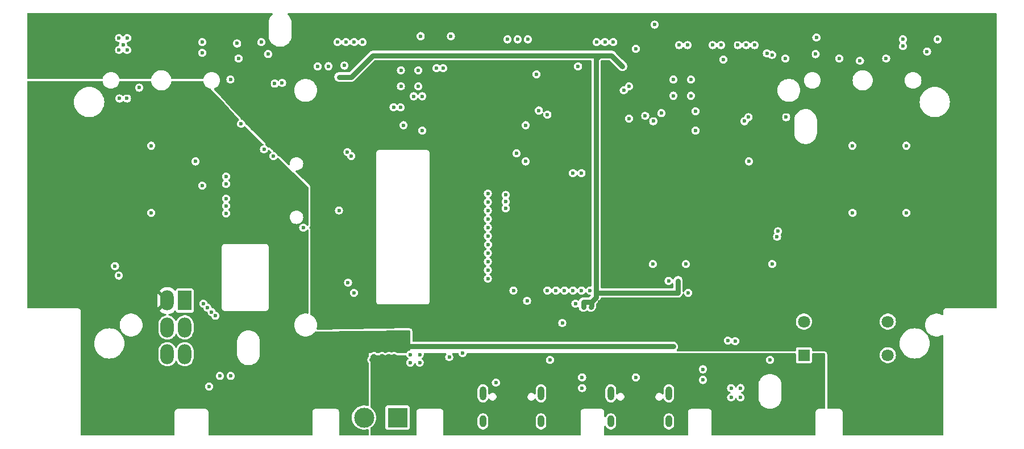
<source format=gbr>
%TF.GenerationSoftware,KiCad,Pcbnew,8.0.4*%
%TF.CreationDate,2024-09-02T08:00:41-07:00*%
%TF.ProjectId,Muffin,4d756666-696e-42e6-9b69-6361645f7063,rev?*%
%TF.SameCoordinates,Original*%
%TF.FileFunction,Copper,L2,Inr*%
%TF.FilePolarity,Positive*%
%FSLAX46Y46*%
G04 Gerber Fmt 4.6, Leading zero omitted, Abs format (unit mm)*
G04 Created by KiCad (PCBNEW 8.0.4) date 2024-09-02 08:00:41*
%MOMM*%
%LPD*%
G01*
G04 APERTURE LIST*
%TA.AperFunction,ComponentPad*%
%ADD10R,3.000000X3.000000*%
%TD*%
%TA.AperFunction,ComponentPad*%
%ADD11C,3.000000*%
%TD*%
%TA.AperFunction,ComponentPad*%
%ADD12O,1.000000X1.800000*%
%TD*%
%TA.AperFunction,ComponentPad*%
%ADD13O,1.000000X2.100000*%
%TD*%
%TA.AperFunction,ComponentPad*%
%ADD14R,1.800000X1.800000*%
%TD*%
%TA.AperFunction,ComponentPad*%
%ADD15C,1.800000*%
%TD*%
%TA.AperFunction,ComponentPad*%
%ADD16R,2.000000X3.000000*%
%TD*%
%TA.AperFunction,ComponentPad*%
%ADD17O,2.000000X3.000000*%
%TD*%
%TA.AperFunction,ViaPad*%
%ADD18C,0.600000*%
%TD*%
%TA.AperFunction,Conductor*%
%ADD19C,0.800000*%
%TD*%
G04 APERTURE END LIST*
D10*
%TO.N,GND*%
%TO.C,J21*%
X105700000Y-110800000D03*
D11*
%TO.N,/Power/VLIPO*%
X100700000Y-110800000D03*
%TD*%
D12*
%TO.N,GND*%
%TO.C,J13*%
X127070000Y-111375000D03*
D13*
X127070000Y-107195000D03*
D12*
X118430000Y-111375000D03*
D13*
X118430000Y-107195000D03*
%TD*%
D12*
%TO.N,GND*%
%TO.C,J1*%
X146120000Y-111375000D03*
D13*
X146120000Y-107195000D03*
D12*
X137480000Y-111375000D03*
D13*
X137480000Y-107195000D03*
%TD*%
D14*
%TO.N,/GPIO_ext/G1A0*%
%TO.C,SW9*%
X166250000Y-101500000D03*
D15*
X178750000Y-101500000D03*
%TO.N,GND*%
X166250000Y-96500000D03*
X178750000Y-96500000D03*
%TD*%
D16*
%TO.N,unconnected-(SW10-A-Pad1)*%
%TO.C,SW10*%
X74000000Y-93350000D03*
D17*
%TO.N,~{PWR_SW_DET}*%
X74000000Y-97350000D03*
%TO.N,GND*%
X74000000Y-101350000D03*
X71400000Y-101350000D03*
%TO.N,PWR_SW_ON*%
X71400000Y-97350000D03*
%TO.N,VBATT*%
X71400000Y-93350000D03*
%TD*%
D18*
%TO.N,+3.3V*%
X96800000Y-82800000D03*
X166100000Y-54125000D03*
X140775000Y-82400000D03*
X148200000Y-65200000D03*
X96000000Y-83800000D03*
X96000000Y-82800000D03*
X96000000Y-84600000D03*
X126600000Y-54400000D03*
X100850000Y-89799998D03*
X145425000Y-82400000D03*
X70425000Y-53400000D03*
X143600000Y-62625000D03*
X96800000Y-84600000D03*
X93975000Y-79900000D03*
X96000000Y-81800000D03*
X120405757Y-75595608D03*
X96800000Y-83800000D03*
X96800000Y-81800000D03*
X103000000Y-61025000D03*
X60800000Y-51200000D03*
X137400000Y-93600000D03*
X95425000Y-79900000D03*
X187800000Y-51175000D03*
X148600000Y-85400000D03*
X135800000Y-93600000D03*
X176800000Y-55000000D03*
X123200000Y-87200000D03*
%TO.N,GND*%
X91650000Y-82475000D03*
X149400000Y-62800000D03*
X151200000Y-103600000D03*
X121800000Y-79600000D03*
X80800000Y-60400000D03*
X109000000Y-102600000D03*
X108800000Y-61400000D03*
X181000000Y-54400000D03*
X152650000Y-55250000D03*
X95400000Y-58400000D03*
X121800000Y-77600000D03*
X122100000Y-54400000D03*
X67200000Y-61600000D03*
X65400000Y-56000000D03*
X113650000Y-53912500D03*
X64800000Y-55200000D03*
X121800000Y-78600000D03*
X146800000Y-62800000D03*
X146800000Y-60400000D03*
X76600000Y-54800000D03*
X161200000Y-102200000D03*
X125000000Y-93400000D03*
X163600000Y-66000000D03*
X109000000Y-101400000D03*
X81800000Y-55000000D03*
X106200000Y-61400000D03*
X80150000Y-79250000D03*
X65400000Y-54200000D03*
X107600000Y-102600000D03*
X132200000Y-93800000D03*
X144000000Y-52200000D03*
X108800000Y-59000000D03*
X146085000Y-90400000D03*
X151200000Y-105200000D03*
X130250000Y-96710000D03*
X141200000Y-55800000D03*
X109150000Y-53912500D03*
X64200000Y-54200000D03*
X76600000Y-76200000D03*
X107600000Y-101400000D03*
X155400000Y-107800000D03*
X155400000Y-106400000D03*
X156800000Y-107800000D03*
X181000000Y-55400000D03*
X174600000Y-57600000D03*
X108100000Y-62875000D03*
X158900000Y-55250000D03*
X106200000Y-59000000D03*
X96975000Y-79900000D03*
X156800000Y-106400000D03*
X64200000Y-56000000D03*
X135350000Y-54800000D03*
X143725000Y-87905000D03*
X149400000Y-60400000D03*
X96750000Y-54800000D03*
X141200000Y-104800000D03*
X149000000Y-92200000D03*
%TO.N,SDA*%
X86400000Y-56600000D03*
X158000000Y-66000000D03*
X87200000Y-71800000D03*
X160726574Y-56495511D03*
X98800000Y-71800000D03*
X126760000Y-65000000D03*
X106150000Y-64550000D03*
X142599999Y-65800000D03*
%TO.N,SCL*%
X161500000Y-56700000D03*
X168100000Y-54125000D03*
X145000000Y-65400000D03*
X85388909Y-54811091D03*
X168000000Y-56600000D03*
X105100000Y-64500000D03*
X143800000Y-66600000D03*
X128030000Y-65610163D03*
X98234313Y-71200000D03*
X85800000Y-70800000D03*
X157400000Y-66600000D03*
%TO.N,VBATT*%
X106000000Y-99600000D03*
X103200000Y-100400000D03*
X104200000Y-100400000D03*
X144400000Y-100200000D03*
X145200000Y-100200000D03*
X91775000Y-85300000D03*
X102200000Y-100400000D03*
X146000000Y-100200000D03*
X75600000Y-61425000D03*
X104800000Y-99600000D03*
X102800000Y-99600000D03*
X105400000Y-100400000D03*
X143600000Y-100200000D03*
X103600000Y-99600000D03*
X142800000Y-100200000D03*
X146800000Y-100200000D03*
X87375000Y-83700000D03*
%TO.N,VBUS*%
X101800000Y-102200000D03*
X104800000Y-102200000D03*
X102200000Y-101600000D03*
X104400000Y-101600000D03*
X137400000Y-102600000D03*
X147650000Y-55250000D03*
X133000000Y-102600000D03*
X131800000Y-101800000D03*
X133000000Y-101800000D03*
X138600000Y-101800000D03*
X105200000Y-101600000D03*
X103400000Y-101600000D03*
X137400000Y-101800000D03*
X112600000Y-103000000D03*
X103800000Y-102200000D03*
X102800000Y-102200000D03*
X131800000Y-102600000D03*
X138600000Y-102600000D03*
%TO.N,CHARGING_LED*%
X157650000Y-55250000D03*
X156000000Y-99400000D03*
X113400000Y-101800000D03*
%TO.N,~{RESET}*%
X161511765Y-87888235D03*
X109400000Y-62875000D03*
X153900000Y-55250000D03*
X109400000Y-68000000D03*
X99200000Y-92200000D03*
X150100000Y-65100000D03*
X150100000Y-68000000D03*
X134380000Y-91845606D03*
X148675000Y-87905000D03*
%TO.N,Net-(U3-AIN0)*%
X184600000Y-56200000D03*
X186175000Y-54400000D03*
%TO.N,PWR_SW_ON*%
X77625000Y-106175000D03*
%TO.N,CHG_DONE_LED*%
X115400000Y-101200000D03*
X154900000Y-99300000D03*
X156400000Y-55250000D03*
%TO.N,INTMOD_LED*%
X132600000Y-58425000D03*
X148900000Y-55250000D03*
%TO.N,PWR_EN*%
X82400000Y-67000000D03*
X154225000Y-57400000D03*
X140175735Y-61400000D03*
X140175735Y-66200000D03*
X79225000Y-104600000D03*
%TO.N,~{PWR_SW_DET}*%
X75600000Y-72600000D03*
%TO.N,+5V*%
X147485000Y-92200000D03*
X133400000Y-94300003D03*
X96975000Y-60000000D03*
X147485000Y-90400000D03*
X134500000Y-94300000D03*
X133400000Y-93600000D03*
X146085000Y-92200000D03*
X134600000Y-93527207D03*
X139200000Y-58400000D03*
X147485000Y-91300000D03*
%TO.N,RXD0*%
X162375735Y-83024265D03*
X131840000Y-74345606D03*
%TO.N,TXD0*%
X162248530Y-83848530D03*
X133110000Y-74345606D03*
%TO.N,EXTMOD_LED*%
X93800000Y-58425000D03*
X126400000Y-59600000D03*
%TO.N,Net-(J24-Pin_2)*%
X133200000Y-104800000D03*
%TO.N,~{ESP32_BOOT}*%
X124800000Y-72600000D03*
X158050000Y-72600000D03*
%TO.N,Net-(J24-Pin_1)*%
X133200000Y-106400000D03*
%TO.N,Net-(D7-A2)*%
X120350000Y-105600000D03*
X128400000Y-102200000D03*
%TO.N,/Power/3V3_EN*%
X80825000Y-104600000D03*
%TO.N,/GPIO_ext/G0B0*%
X82000000Y-57250000D03*
%TO.N,/GPIO_ext/G1A5*%
X178500000Y-57250000D03*
%TO.N,/GPIO_ext/G1A6*%
X171500000Y-57250000D03*
X163500000Y-57250000D03*
%TO.N,/ESP32 Core/GIMBAL_TX*%
X123600000Y-54400000D03*
%TO.N,/ESP32 Core/GIMBAL_RX*%
X125100000Y-54400000D03*
%TO.N,EXTMOD_RX*%
X88500000Y-60900000D03*
X128030000Y-91845606D03*
X65389649Y-63210163D03*
X98000000Y-54800000D03*
X64175735Y-89624265D03*
%TO.N,EXTMOD_TX*%
X64275641Y-63210163D03*
X87400000Y-61000000D03*
X63600000Y-88200000D03*
X122967502Y-91845606D03*
X99250000Y-54800000D03*
%TO.N,/ESP32 Core/SD_SCK*%
X131840000Y-91845606D03*
X77375735Y-94424265D03*
X80150000Y-78150000D03*
%TO.N,/ESP32 Core/SD_MOSI*%
X130570000Y-91845606D03*
X80150000Y-75950000D03*
X78000000Y-95058578D03*
%TO.N,/ESP32 Core/SD_CS*%
X78575735Y-95624265D03*
X80150000Y-74850000D03*
X129300000Y-91845606D03*
%TO.N,/ESP32 Core/SD_MISO*%
X76763603Y-93812132D03*
X133110000Y-91845606D03*
X80150000Y-80350000D03*
%TO.N,INTMOD_RX*%
X136600000Y-54800000D03*
%TO.N,INTMOD_TX*%
X137850000Y-54800000D03*
%TO.N,/ESP32 Core/TOUCH_INT*%
X98325000Y-90675000D03*
X106600000Y-67200000D03*
X124800000Y-67200000D03*
%TO.N,/ESP32 Core/LCD_WR*%
X119160000Y-87540606D03*
%TO.N,/ESP32 Core/LCD_D5*%
X119160000Y-79920606D03*
%TO.N,/ESP32 Core/LCD_D7*%
X119160000Y-77380606D03*
%TO.N,/ESP32 Core/LCD_D1*%
X119200000Y-85000000D03*
%TO.N,/ESP32 Core/LEDK*%
X123425000Y-71400000D03*
%TO.N,/ESP32 Core/LCD_RS*%
X119160000Y-88810606D03*
%TO.N,/ESP32 Core/LCD_D4*%
X119160000Y-81190606D03*
%TO.N,/ESP32 Core/LCD_CS*%
X119160000Y-90080606D03*
%TO.N,/ESP32 Core/LCD_D2*%
X119160000Y-83730606D03*
%TO.N,/ESP32 Core/LCD_D0*%
X119160000Y-86270606D03*
%TO.N,/ESP32 Core/LCD_D3*%
X119160000Y-82460606D03*
%TO.N,/ESP32 Core/LCD_D6*%
X119160000Y-78650606D03*
%TO.N,/GPIO_ext/G1A1*%
X181500000Y-80250000D03*
X173500000Y-80250000D03*
%TO.N,/GPIO_ext/G1A3*%
X173450000Y-70250000D03*
X181500000Y-70250000D03*
%TO.N,/GPIO_ext/G0B1*%
X76600000Y-56400000D03*
%TO.N,5V_PWR_EN*%
X139400000Y-62000000D03*
%TO.N,EXTMOD_EN*%
X111500000Y-58700000D03*
X97800000Y-58300000D03*
%TO.N,/GPIO_ext/G0B4*%
X69000000Y-70250000D03*
%TO.N,/GPIO_ext/G0B6*%
X69000000Y-80250000D03*
%TO.N,EXTMOD_BOOT*%
X112500000Y-58700000D03*
X100500000Y-54800000D03*
%TD*%
D19*
%TO.N,VBATT*%
X146800000Y-100200000D02*
X104200000Y-100200000D01*
X104200000Y-100200000D02*
X103600000Y-99600000D01*
%TO.N,+5V*%
X102000000Y-56800000D02*
X135800000Y-56800000D01*
X134600000Y-93527207D02*
X134527207Y-93600000D01*
X135480000Y-92200000D02*
X135280000Y-92000000D01*
X135280000Y-92000000D02*
X135280000Y-57320000D01*
X134527207Y-93600000D02*
X133400000Y-93600000D01*
X137600000Y-56800000D02*
X139200000Y-58400000D01*
X134500000Y-94300000D02*
X134600000Y-94200000D01*
X135280000Y-92847207D02*
X135280000Y-92000000D01*
X134600000Y-93527207D02*
X135280000Y-92847207D01*
X147485000Y-92200000D02*
X135480000Y-92200000D01*
X135280000Y-57320000D02*
X135800000Y-56800000D01*
X98800000Y-60000000D02*
X102000000Y-56800000D01*
X96975000Y-60000000D02*
X98800000Y-60000000D01*
X133400000Y-93600000D02*
X133400000Y-93800000D01*
X147485000Y-92200000D02*
X147485000Y-90400000D01*
X135800000Y-56800000D02*
X137600000Y-56800000D01*
X133400000Y-94300003D02*
X133400000Y-93600000D01*
X134600000Y-94200000D02*
X134600000Y-93527207D01*
%TD*%
%TA.AperFunction,Conductor*%
%TO.N,VBUS*%
G36*
X112919074Y-101219685D02*
G01*
X112964829Y-101272489D01*
X112974773Y-101341647D01*
X112950412Y-101399484D01*
X112904496Y-101459324D01*
X112875463Y-101497160D01*
X112814956Y-101643237D01*
X112814955Y-101643239D01*
X112794318Y-101799998D01*
X112794318Y-101800001D01*
X112814955Y-101956760D01*
X112814956Y-101956762D01*
X112874676Y-102100940D01*
X112875464Y-102102841D01*
X112971718Y-102228282D01*
X113097159Y-102324536D01*
X113243238Y-102385044D01*
X113321619Y-102395363D01*
X113399999Y-102405682D01*
X113400000Y-102405682D01*
X113400001Y-102405682D01*
X113452254Y-102398802D01*
X113556762Y-102385044D01*
X113702841Y-102324536D01*
X113828282Y-102228282D01*
X113849985Y-102199998D01*
X127794318Y-102199998D01*
X127794318Y-102200001D01*
X127814955Y-102356760D01*
X127814956Y-102356762D01*
X127873539Y-102498195D01*
X127875464Y-102502841D01*
X127971718Y-102628282D01*
X128097159Y-102724536D01*
X128243238Y-102785044D01*
X128321619Y-102795363D01*
X128399999Y-102805682D01*
X128400000Y-102805682D01*
X128400001Y-102805682D01*
X128453953Y-102798579D01*
X128556762Y-102785044D01*
X128702841Y-102724536D01*
X128828282Y-102628282D01*
X128924536Y-102502841D01*
X128985044Y-102356762D01*
X129000239Y-102241347D01*
X129005682Y-102200001D01*
X129005682Y-102199998D01*
X160594318Y-102199998D01*
X160594318Y-102200001D01*
X160614955Y-102356760D01*
X160614956Y-102356762D01*
X160673539Y-102498195D01*
X160675464Y-102502841D01*
X160771718Y-102628282D01*
X160897159Y-102724536D01*
X161043238Y-102785044D01*
X161121619Y-102795363D01*
X161199999Y-102805682D01*
X161200000Y-102805682D01*
X161200001Y-102805682D01*
X161253953Y-102798579D01*
X161356762Y-102785044D01*
X161502841Y-102724536D01*
X161628282Y-102628282D01*
X161724536Y-102502841D01*
X161785044Y-102356762D01*
X161800239Y-102241347D01*
X161805682Y-102200001D01*
X161805682Y-102199998D01*
X161785044Y-102043239D01*
X161785044Y-102043238D01*
X161724536Y-101897159D01*
X161628282Y-101771718D01*
X161502841Y-101675464D01*
X161356762Y-101614956D01*
X161356760Y-101614955D01*
X161200001Y-101594318D01*
X161199999Y-101594318D01*
X161043239Y-101614955D01*
X161043237Y-101614956D01*
X160897160Y-101675463D01*
X160771718Y-101771718D01*
X160675463Y-101897160D01*
X160614956Y-102043237D01*
X160614955Y-102043239D01*
X160594318Y-102199998D01*
X129005682Y-102199998D01*
X128985044Y-102043239D01*
X128985044Y-102043238D01*
X128924536Y-101897159D01*
X128828282Y-101771718D01*
X128702841Y-101675464D01*
X128556762Y-101614956D01*
X128556760Y-101614955D01*
X128400001Y-101594318D01*
X128399999Y-101594318D01*
X128243239Y-101614955D01*
X128243237Y-101614956D01*
X128097160Y-101675463D01*
X127971718Y-101771718D01*
X127875463Y-101897160D01*
X127814956Y-102043237D01*
X127814955Y-102043239D01*
X127794318Y-102199998D01*
X113849985Y-102199998D01*
X113924536Y-102102841D01*
X113985044Y-101956762D01*
X113999642Y-101845875D01*
X114005682Y-101800001D01*
X114005682Y-101799998D01*
X113990284Y-101683040D01*
X113985044Y-101643238D01*
X113924536Y-101497159D01*
X113849588Y-101399484D01*
X113824395Y-101334317D01*
X113838433Y-101265872D01*
X113887247Y-101215883D01*
X113947965Y-101200000D01*
X114685573Y-101200000D01*
X114752612Y-101219685D01*
X114798367Y-101272489D01*
X114808511Y-101307813D01*
X114814362Y-101352253D01*
X114814956Y-101356761D01*
X114814956Y-101356762D01*
X114867873Y-101484516D01*
X114875464Y-101502841D01*
X114971718Y-101628282D01*
X115097159Y-101724536D01*
X115243238Y-101785044D01*
X115321619Y-101795363D01*
X115399999Y-101805682D01*
X115400000Y-101805682D01*
X115400001Y-101805682D01*
X115452254Y-101798802D01*
X115556762Y-101785044D01*
X115702841Y-101724536D01*
X115828282Y-101628282D01*
X115924536Y-101502841D01*
X115985044Y-101356762D01*
X115991488Y-101307813D01*
X116019755Y-101243918D01*
X116078079Y-101205447D01*
X116114427Y-101200000D01*
X164925500Y-101200000D01*
X164992539Y-101219685D01*
X165038294Y-101272489D01*
X165049500Y-101324000D01*
X165049500Y-102444856D01*
X165049502Y-102444882D01*
X165052413Y-102469987D01*
X165052415Y-102469991D01*
X165097793Y-102572764D01*
X165097794Y-102572765D01*
X165177235Y-102652206D01*
X165280009Y-102697585D01*
X165305135Y-102700500D01*
X167194864Y-102700499D01*
X167194879Y-102700497D01*
X167194882Y-102700497D01*
X167219987Y-102697586D01*
X167219988Y-102697585D01*
X167219991Y-102697585D01*
X167322765Y-102652206D01*
X167402206Y-102572765D01*
X167447585Y-102469991D01*
X167450500Y-102444865D01*
X167450499Y-101323998D01*
X167470184Y-101256961D01*
X167522987Y-101211206D01*
X167574499Y-101200000D01*
X169276000Y-101200000D01*
X169343039Y-101219685D01*
X169388794Y-101272489D01*
X169400000Y-101324000D01*
X169400000Y-109375500D01*
X169380315Y-109442539D01*
X169327511Y-109488294D01*
X169276000Y-109499500D01*
X168434108Y-109499500D01*
X168306812Y-109533608D01*
X168192686Y-109599500D01*
X168192683Y-109599502D01*
X168099502Y-109692683D01*
X168099500Y-109692686D01*
X168033608Y-109806812D01*
X167999500Y-109934108D01*
X167999500Y-113375500D01*
X167979815Y-113442539D01*
X167927011Y-113488294D01*
X167875500Y-113499500D01*
X152624500Y-113499500D01*
X152557461Y-113479815D01*
X152511706Y-113427011D01*
X152500500Y-113375500D01*
X152500500Y-109934110D01*
X152500500Y-109934108D01*
X152466392Y-109806814D01*
X152400500Y-109692686D01*
X152307314Y-109599500D01*
X152250250Y-109566554D01*
X152193187Y-109533608D01*
X152129539Y-109516554D01*
X152065892Y-109499500D01*
X149565892Y-109499500D01*
X149434108Y-109499500D01*
X149306812Y-109533608D01*
X149192686Y-109599500D01*
X149192683Y-109599502D01*
X149099502Y-109692683D01*
X149099500Y-109692686D01*
X149033608Y-109806812D01*
X148999500Y-109934108D01*
X148999500Y-113375500D01*
X148979815Y-113442539D01*
X148927011Y-113488294D01*
X148875500Y-113499500D01*
X136624500Y-113499500D01*
X136557461Y-113479815D01*
X136511706Y-113427011D01*
X136500500Y-113375500D01*
X136500500Y-112125475D01*
X136520185Y-112058436D01*
X136572989Y-112012681D01*
X136642147Y-112002737D01*
X136705703Y-112031762D01*
X136739061Y-112078023D01*
X136770602Y-112154172D01*
X136770609Y-112154185D01*
X136858210Y-112285288D01*
X136858213Y-112285292D01*
X136969707Y-112396786D01*
X136969711Y-112396789D01*
X137100814Y-112484390D01*
X137100827Y-112484397D01*
X137246498Y-112544735D01*
X137246503Y-112544737D01*
X137401153Y-112575499D01*
X137401156Y-112575500D01*
X137401158Y-112575500D01*
X137558844Y-112575500D01*
X137558845Y-112575499D01*
X137713497Y-112544737D01*
X137859179Y-112484394D01*
X137990289Y-112396789D01*
X138101789Y-112285289D01*
X138189394Y-112154179D01*
X138201284Y-112125475D01*
X138203067Y-112121166D01*
X138249737Y-112008497D01*
X138280500Y-111853842D01*
X138280500Y-110896158D01*
X138280500Y-110896155D01*
X138280499Y-110896153D01*
X145319500Y-110896153D01*
X145319500Y-111853846D01*
X145350261Y-112008489D01*
X145350264Y-112008501D01*
X145410602Y-112154172D01*
X145410609Y-112154185D01*
X145498210Y-112285288D01*
X145498213Y-112285292D01*
X145609707Y-112396786D01*
X145609711Y-112396789D01*
X145740814Y-112484390D01*
X145740827Y-112484397D01*
X145886498Y-112544735D01*
X145886503Y-112544737D01*
X146041153Y-112575499D01*
X146041156Y-112575500D01*
X146041158Y-112575500D01*
X146198844Y-112575500D01*
X146198845Y-112575499D01*
X146353497Y-112544737D01*
X146499179Y-112484394D01*
X146630289Y-112396789D01*
X146741789Y-112285289D01*
X146829394Y-112154179D01*
X146841284Y-112125475D01*
X146843067Y-112121166D01*
X146889737Y-112008497D01*
X146920500Y-111853842D01*
X146920500Y-110896158D01*
X146920500Y-110896155D01*
X146920499Y-110896153D01*
X146889737Y-110741503D01*
X146860939Y-110671977D01*
X146829397Y-110595827D01*
X146829390Y-110595814D01*
X146741789Y-110464711D01*
X146741786Y-110464707D01*
X146630292Y-110353213D01*
X146630288Y-110353210D01*
X146499185Y-110265609D01*
X146499172Y-110265602D01*
X146353501Y-110205264D01*
X146353489Y-110205261D01*
X146198845Y-110174500D01*
X146198842Y-110174500D01*
X146041158Y-110174500D01*
X146041155Y-110174500D01*
X145886510Y-110205261D01*
X145886498Y-110205264D01*
X145740827Y-110265602D01*
X145740814Y-110265609D01*
X145609711Y-110353210D01*
X145609707Y-110353213D01*
X145498213Y-110464707D01*
X145498210Y-110464711D01*
X145410609Y-110595814D01*
X145410602Y-110595827D01*
X145350264Y-110741498D01*
X145350261Y-110741510D01*
X145319500Y-110896153D01*
X138280499Y-110896153D01*
X138249737Y-110741503D01*
X138220939Y-110671977D01*
X138189397Y-110595827D01*
X138189390Y-110595814D01*
X138101789Y-110464711D01*
X138101786Y-110464707D01*
X137990292Y-110353213D01*
X137990288Y-110353210D01*
X137859185Y-110265609D01*
X137859172Y-110265602D01*
X137713501Y-110205264D01*
X137713489Y-110205261D01*
X137558845Y-110174500D01*
X137558842Y-110174500D01*
X137401158Y-110174500D01*
X137401155Y-110174500D01*
X137246510Y-110205261D01*
X137246498Y-110205264D01*
X137100827Y-110265602D01*
X137100814Y-110265609D01*
X136969711Y-110353210D01*
X136969707Y-110353213D01*
X136858213Y-110464707D01*
X136858210Y-110464711D01*
X136770609Y-110595814D01*
X136770604Y-110595823D01*
X136739061Y-110671977D01*
X136695220Y-110726380D01*
X136628926Y-110748445D01*
X136561227Y-110731166D01*
X136513616Y-110680029D01*
X136500500Y-110624524D01*
X136500500Y-109934110D01*
X136500500Y-109934108D01*
X136466392Y-109806814D01*
X136400500Y-109692686D01*
X136307314Y-109599500D01*
X136250250Y-109566554D01*
X136193187Y-109533608D01*
X136129539Y-109516554D01*
X136065892Y-109499500D01*
X133565892Y-109499500D01*
X133434108Y-109499500D01*
X133306812Y-109533608D01*
X133192686Y-109599500D01*
X133192683Y-109599502D01*
X133099502Y-109692683D01*
X133099500Y-109692686D01*
X133033608Y-109806812D01*
X132999500Y-109934108D01*
X132999500Y-113375500D01*
X132979815Y-113442539D01*
X132927011Y-113488294D01*
X132875500Y-113499500D01*
X112624500Y-113499500D01*
X112557461Y-113479815D01*
X112511706Y-113427011D01*
X112500500Y-113375500D01*
X112500500Y-110896153D01*
X117629500Y-110896153D01*
X117629500Y-111853846D01*
X117660261Y-112008489D01*
X117660264Y-112008501D01*
X117720602Y-112154172D01*
X117720609Y-112154185D01*
X117808210Y-112285288D01*
X117808213Y-112285292D01*
X117919707Y-112396786D01*
X117919711Y-112396789D01*
X118050814Y-112484390D01*
X118050827Y-112484397D01*
X118196498Y-112544735D01*
X118196503Y-112544737D01*
X118351153Y-112575499D01*
X118351156Y-112575500D01*
X118351158Y-112575500D01*
X118508844Y-112575500D01*
X118508845Y-112575499D01*
X118663497Y-112544737D01*
X118809179Y-112484394D01*
X118940289Y-112396789D01*
X119051789Y-112285289D01*
X119139394Y-112154179D01*
X119151284Y-112125475D01*
X119153067Y-112121166D01*
X119199737Y-112008497D01*
X119230500Y-111853842D01*
X119230500Y-110896158D01*
X119230500Y-110896155D01*
X119230499Y-110896153D01*
X126269500Y-110896153D01*
X126269500Y-111853846D01*
X126300261Y-112008489D01*
X126300264Y-112008501D01*
X126360602Y-112154172D01*
X126360609Y-112154185D01*
X126448210Y-112285288D01*
X126448213Y-112285292D01*
X126559707Y-112396786D01*
X126559711Y-112396789D01*
X126690814Y-112484390D01*
X126690827Y-112484397D01*
X126836498Y-112544735D01*
X126836503Y-112544737D01*
X126991153Y-112575499D01*
X126991156Y-112575500D01*
X126991158Y-112575500D01*
X127148844Y-112575500D01*
X127148845Y-112575499D01*
X127303497Y-112544737D01*
X127449179Y-112484394D01*
X127580289Y-112396789D01*
X127691789Y-112285289D01*
X127779394Y-112154179D01*
X127791284Y-112125475D01*
X127793067Y-112121166D01*
X127839737Y-112008497D01*
X127870500Y-111853842D01*
X127870500Y-110896158D01*
X127870500Y-110896155D01*
X127870499Y-110896153D01*
X127839737Y-110741503D01*
X127810939Y-110671977D01*
X127779397Y-110595827D01*
X127779390Y-110595814D01*
X127691789Y-110464711D01*
X127691786Y-110464707D01*
X127580292Y-110353213D01*
X127580288Y-110353210D01*
X127449185Y-110265609D01*
X127449172Y-110265602D01*
X127303501Y-110205264D01*
X127303489Y-110205261D01*
X127148845Y-110174500D01*
X127148842Y-110174500D01*
X126991158Y-110174500D01*
X126991155Y-110174500D01*
X126836510Y-110205261D01*
X126836498Y-110205264D01*
X126690827Y-110265602D01*
X126690814Y-110265609D01*
X126559711Y-110353210D01*
X126559707Y-110353213D01*
X126448213Y-110464707D01*
X126448210Y-110464711D01*
X126360609Y-110595814D01*
X126360602Y-110595827D01*
X126300264Y-110741498D01*
X126300261Y-110741510D01*
X126269500Y-110896153D01*
X119230499Y-110896153D01*
X119199737Y-110741503D01*
X119170939Y-110671977D01*
X119139397Y-110595827D01*
X119139390Y-110595814D01*
X119051789Y-110464711D01*
X119051786Y-110464707D01*
X118940292Y-110353213D01*
X118940288Y-110353210D01*
X118809185Y-110265609D01*
X118809172Y-110265602D01*
X118663501Y-110205264D01*
X118663489Y-110205261D01*
X118508845Y-110174500D01*
X118508842Y-110174500D01*
X118351158Y-110174500D01*
X118351155Y-110174500D01*
X118196510Y-110205261D01*
X118196498Y-110205264D01*
X118050827Y-110265602D01*
X118050814Y-110265609D01*
X117919711Y-110353210D01*
X117919707Y-110353213D01*
X117808213Y-110464707D01*
X117808210Y-110464711D01*
X117720609Y-110595814D01*
X117720602Y-110595827D01*
X117660264Y-110741498D01*
X117660261Y-110741510D01*
X117629500Y-110896153D01*
X112500500Y-110896153D01*
X112500500Y-109934110D01*
X112500500Y-109934108D01*
X112466392Y-109806814D01*
X112400500Y-109692686D01*
X112307314Y-109599500D01*
X112250250Y-109566554D01*
X112193187Y-109533608D01*
X112129539Y-109516554D01*
X112065892Y-109499500D01*
X109065892Y-109499500D01*
X108934108Y-109499500D01*
X108806812Y-109533608D01*
X108692686Y-109599500D01*
X108692683Y-109599502D01*
X108599502Y-109692683D01*
X108599500Y-109692686D01*
X108533608Y-109806812D01*
X108499500Y-109934108D01*
X108499500Y-113375500D01*
X108479815Y-113442539D01*
X108427011Y-113488294D01*
X108375500Y-113499500D01*
X101829500Y-113499500D01*
X101762461Y-113479815D01*
X101716706Y-113427011D01*
X101705500Y-113375500D01*
X101705500Y-112636299D01*
X101705408Y-112633955D01*
X101704566Y-112612430D01*
X101703052Y-112593114D01*
X101674625Y-112486306D01*
X101658544Y-112452326D01*
X101647661Y-112383313D01*
X101675818Y-112319368D01*
X101700773Y-112296836D01*
X101825741Y-112211635D01*
X102023561Y-112028085D01*
X102191815Y-111817102D01*
X102326743Y-111583398D01*
X102425334Y-111332195D01*
X102485383Y-111069103D01*
X102505549Y-110800000D01*
X102501165Y-110741503D01*
X102485383Y-110530898D01*
X102470276Y-110464711D01*
X102425334Y-110267805D01*
X102326743Y-110016602D01*
X102191815Y-109782898D01*
X102023561Y-109571915D01*
X102023560Y-109571914D01*
X102023557Y-109571910D01*
X101825741Y-109388365D01*
X101700220Y-109302786D01*
X101661145Y-109255131D01*
X103899500Y-109255131D01*
X103899500Y-112344856D01*
X103899502Y-112344882D01*
X103902413Y-112369987D01*
X103902415Y-112369991D01*
X103947793Y-112472764D01*
X103947794Y-112472765D01*
X104027235Y-112552206D01*
X104130009Y-112597585D01*
X104155135Y-112600500D01*
X107244864Y-112600499D01*
X107244879Y-112600497D01*
X107244882Y-112600497D01*
X107269987Y-112597586D01*
X107269988Y-112597585D01*
X107269991Y-112597585D01*
X107372765Y-112552206D01*
X107452206Y-112472765D01*
X107497585Y-112369991D01*
X107500500Y-112344865D01*
X107500499Y-109255136D01*
X107498389Y-109236939D01*
X107497586Y-109230012D01*
X107497585Y-109230010D01*
X107497585Y-109230009D01*
X107452206Y-109127235D01*
X107372765Y-109047794D01*
X107372763Y-109047793D01*
X107269992Y-109002415D01*
X107244865Y-108999500D01*
X104155143Y-108999500D01*
X104155117Y-108999502D01*
X104130012Y-109002413D01*
X104130008Y-109002415D01*
X104027235Y-109047793D01*
X103947794Y-109127234D01*
X103902415Y-109230006D01*
X103902415Y-109230008D01*
X103899500Y-109255131D01*
X101661145Y-109255131D01*
X101655921Y-109248760D01*
X101647862Y-109179356D01*
X101659542Y-109144137D01*
X101673439Y-109116807D01*
X101693124Y-109049768D01*
X101705500Y-108963696D01*
X101705500Y-106566153D01*
X117629500Y-106566153D01*
X117629500Y-107823846D01*
X117660261Y-107978489D01*
X117660264Y-107978501D01*
X117720602Y-108124172D01*
X117720609Y-108124185D01*
X117808210Y-108255288D01*
X117808213Y-108255292D01*
X117919707Y-108366786D01*
X117919711Y-108366789D01*
X118050814Y-108454390D01*
X118050827Y-108454397D01*
X118159717Y-108499500D01*
X118196503Y-108514737D01*
X118351153Y-108545499D01*
X118351156Y-108545500D01*
X118351158Y-108545500D01*
X118508844Y-108545500D01*
X118508845Y-108545499D01*
X118663497Y-108514737D01*
X118809179Y-108454394D01*
X118940289Y-108366789D01*
X119051789Y-108255289D01*
X119139394Y-108124179D01*
X119139396Y-108124175D01*
X119139397Y-108124173D01*
X119170104Y-108050038D01*
X119213944Y-107995634D01*
X119280238Y-107973569D01*
X119347938Y-107990848D01*
X119392050Y-108035488D01*
X119399485Y-108048365D01*
X119506635Y-108155515D01*
X119620281Y-108221129D01*
X119632670Y-108228282D01*
X119637865Y-108231281D01*
X119784234Y-108270500D01*
X119784236Y-108270500D01*
X119935764Y-108270500D01*
X119935766Y-108270500D01*
X120082135Y-108231281D01*
X120213365Y-108155515D01*
X120320515Y-108048365D01*
X120396281Y-107917135D01*
X120435500Y-107770766D01*
X120435500Y-107619234D01*
X125064500Y-107619234D01*
X125064500Y-107770766D01*
X125078722Y-107823842D01*
X125103719Y-107917136D01*
X125139149Y-107978501D01*
X125179485Y-108048365D01*
X125286635Y-108155515D01*
X125400281Y-108221129D01*
X125412670Y-108228282D01*
X125417865Y-108231281D01*
X125564234Y-108270500D01*
X125564236Y-108270500D01*
X125715764Y-108270500D01*
X125715766Y-108270500D01*
X125862135Y-108231281D01*
X125993365Y-108155515D01*
X126100515Y-108048365D01*
X126107947Y-108035491D01*
X126158508Y-107987277D01*
X126227115Y-107974051D01*
X126291981Y-108000016D01*
X126329895Y-108050037D01*
X126360604Y-108124175D01*
X126360609Y-108124185D01*
X126448210Y-108255288D01*
X126448213Y-108255292D01*
X126559707Y-108366786D01*
X126559711Y-108366789D01*
X126690814Y-108454390D01*
X126690827Y-108454397D01*
X126799717Y-108499500D01*
X126836503Y-108514737D01*
X126991153Y-108545499D01*
X126991156Y-108545500D01*
X126991158Y-108545500D01*
X127148844Y-108545500D01*
X127148845Y-108545499D01*
X127303497Y-108514737D01*
X127449179Y-108454394D01*
X127580289Y-108366789D01*
X127691789Y-108255289D01*
X127779394Y-108124179D01*
X127839737Y-107978497D01*
X127870500Y-107823842D01*
X127870500Y-106566158D01*
X127870500Y-106566155D01*
X127870499Y-106566153D01*
X127866839Y-106547755D01*
X127839737Y-106411503D01*
X127834972Y-106399998D01*
X132594318Y-106399998D01*
X132594318Y-106400001D01*
X132614955Y-106556760D01*
X132614956Y-106556762D01*
X132675464Y-106702841D01*
X132771718Y-106828282D01*
X132897159Y-106924536D01*
X133043238Y-106985044D01*
X133121619Y-106995363D01*
X133199999Y-107005682D01*
X133200000Y-107005682D01*
X133200001Y-107005682D01*
X133252254Y-106998802D01*
X133356762Y-106985044D01*
X133502841Y-106924536D01*
X133628282Y-106828282D01*
X133724536Y-106702841D01*
X133781154Y-106566153D01*
X136679500Y-106566153D01*
X136679500Y-107823846D01*
X136710261Y-107978489D01*
X136710264Y-107978501D01*
X136770602Y-108124172D01*
X136770609Y-108124185D01*
X136858210Y-108255288D01*
X136858213Y-108255292D01*
X136969707Y-108366786D01*
X136969711Y-108366789D01*
X137100814Y-108454390D01*
X137100827Y-108454397D01*
X137209717Y-108499500D01*
X137246503Y-108514737D01*
X137401153Y-108545499D01*
X137401156Y-108545500D01*
X137401158Y-108545500D01*
X137558844Y-108545500D01*
X137558845Y-108545499D01*
X137713497Y-108514737D01*
X137859179Y-108454394D01*
X137990289Y-108366789D01*
X138101789Y-108255289D01*
X138189394Y-108124179D01*
X138189396Y-108124175D01*
X138189397Y-108124173D01*
X138220104Y-108050038D01*
X138263944Y-107995634D01*
X138330238Y-107973569D01*
X138397938Y-107990848D01*
X138442050Y-108035488D01*
X138449485Y-108048365D01*
X138556635Y-108155515D01*
X138670281Y-108221129D01*
X138682670Y-108228282D01*
X138687865Y-108231281D01*
X138834234Y-108270500D01*
X138834236Y-108270500D01*
X138985764Y-108270500D01*
X138985766Y-108270500D01*
X139132135Y-108231281D01*
X139263365Y-108155515D01*
X139370515Y-108048365D01*
X139446281Y-107917135D01*
X139485500Y-107770766D01*
X139485500Y-107619234D01*
X144114500Y-107619234D01*
X144114500Y-107770766D01*
X144128722Y-107823842D01*
X144153719Y-107917136D01*
X144189149Y-107978501D01*
X144229485Y-108048365D01*
X144336635Y-108155515D01*
X144450281Y-108221129D01*
X144462670Y-108228282D01*
X144467865Y-108231281D01*
X144614234Y-108270500D01*
X144614236Y-108270500D01*
X144765764Y-108270500D01*
X144765766Y-108270500D01*
X144912135Y-108231281D01*
X145043365Y-108155515D01*
X145150515Y-108048365D01*
X145157947Y-108035491D01*
X145208508Y-107987277D01*
X145277115Y-107974051D01*
X145341981Y-108000016D01*
X145379895Y-108050037D01*
X145410604Y-108124175D01*
X145410609Y-108124185D01*
X145498210Y-108255288D01*
X145498213Y-108255292D01*
X145609707Y-108366786D01*
X145609711Y-108366789D01*
X145740814Y-108454390D01*
X145740827Y-108454397D01*
X145849717Y-108499500D01*
X145886503Y-108514737D01*
X146041153Y-108545499D01*
X146041156Y-108545500D01*
X146041158Y-108545500D01*
X146198844Y-108545500D01*
X146198845Y-108545499D01*
X146353497Y-108514737D01*
X146499179Y-108454394D01*
X146630289Y-108366789D01*
X146741789Y-108255289D01*
X146829394Y-108124179D01*
X146889737Y-107978497D01*
X146920500Y-107823842D01*
X146920500Y-106566158D01*
X146920500Y-106566155D01*
X146920499Y-106566153D01*
X146916839Y-106547755D01*
X146889737Y-106411503D01*
X146884972Y-106399998D01*
X154794318Y-106399998D01*
X154794318Y-106400001D01*
X154814955Y-106556760D01*
X154814956Y-106556762D01*
X154875464Y-106702841D01*
X154971718Y-106828282D01*
X155097159Y-106924536D01*
X155243236Y-106985043D01*
X155244192Y-106985439D01*
X155298595Y-107029280D01*
X155320660Y-107095574D01*
X155303381Y-107163273D01*
X155252244Y-107210884D01*
X155244192Y-107214561D01*
X155097160Y-107275463D01*
X154971718Y-107371718D01*
X154875463Y-107497160D01*
X154814956Y-107643237D01*
X154814955Y-107643239D01*
X154794318Y-107799998D01*
X154794318Y-107800001D01*
X154814955Y-107956760D01*
X154814956Y-107956762D01*
X154875464Y-108102841D01*
X154971718Y-108228282D01*
X155097159Y-108324536D01*
X155243238Y-108385044D01*
X155321619Y-108395363D01*
X155399999Y-108405682D01*
X155400000Y-108405682D01*
X155400001Y-108405682D01*
X155452254Y-108398802D01*
X155556762Y-108385044D01*
X155702841Y-108324536D01*
X155828282Y-108228282D01*
X155924536Y-108102841D01*
X155985044Y-107956762D01*
X155985044Y-107956761D01*
X155985439Y-107955808D01*
X156029280Y-107901404D01*
X156095574Y-107879339D01*
X156163273Y-107896618D01*
X156210884Y-107947755D01*
X156214561Y-107955808D01*
X156275462Y-108102838D01*
X156275463Y-108102839D01*
X156275464Y-108102841D01*
X156371718Y-108228282D01*
X156497159Y-108324536D01*
X156643238Y-108385044D01*
X156721619Y-108395363D01*
X156799999Y-108405682D01*
X156800000Y-108405682D01*
X156800001Y-108405682D01*
X156852254Y-108398802D01*
X156956762Y-108385044D01*
X157102841Y-108324536D01*
X157228282Y-108228282D01*
X157324536Y-108102841D01*
X157385044Y-107956762D01*
X157405682Y-107800000D01*
X157385044Y-107643238D01*
X157324536Y-107497159D01*
X157228282Y-107371718D01*
X157102841Y-107275464D01*
X157102840Y-107275463D01*
X157102838Y-107275462D01*
X156955808Y-107214561D01*
X156901404Y-107170720D01*
X156879339Y-107104426D01*
X156896618Y-107036727D01*
X156947755Y-106989116D01*
X156955808Y-106985439D01*
X156956764Y-106985043D01*
X157102841Y-106924536D01*
X157228282Y-106828282D01*
X157324536Y-106702841D01*
X157385044Y-106556762D01*
X157405682Y-106400000D01*
X157403759Y-106385396D01*
X157386199Y-106252009D01*
X157385044Y-106243238D01*
X157324536Y-106097159D01*
X157228282Y-105971718D01*
X157102841Y-105875464D01*
X157102358Y-105875264D01*
X157095828Y-105872559D01*
X159499500Y-105872559D01*
X159499500Y-107927440D01*
X159510440Y-108000016D01*
X159537487Y-108179458D01*
X159537488Y-108179460D01*
X159537489Y-108179466D01*
X159612612Y-108423007D01*
X159723190Y-108652626D01*
X159723191Y-108652627D01*
X159723193Y-108652630D01*
X159723195Y-108652634D01*
X159866768Y-108863217D01*
X160040123Y-109050050D01*
X160239388Y-109208959D01*
X160460112Y-109336393D01*
X160697363Y-109429508D01*
X160945843Y-109486222D01*
X161018459Y-109491663D01*
X161199995Y-109505268D01*
X161200000Y-109505268D01*
X161200005Y-109505268D01*
X161358848Y-109493364D01*
X161454157Y-109486222D01*
X161702637Y-109429508D01*
X161939888Y-109336393D01*
X162160612Y-109208959D01*
X162359877Y-109050050D01*
X162533232Y-108863217D01*
X162676805Y-108652634D01*
X162787389Y-108423004D01*
X162862513Y-108179458D01*
X162900500Y-107927435D01*
X162900500Y-107800000D01*
X162900500Y-107734108D01*
X162900500Y-105934108D01*
X162900500Y-105872565D01*
X162862513Y-105620542D01*
X162787389Y-105376996D01*
X162758996Y-105318038D01*
X162676809Y-105147373D01*
X162676808Y-105147372D01*
X162676807Y-105147371D01*
X162676805Y-105147366D01*
X162533232Y-104936783D01*
X162359877Y-104749950D01*
X162160612Y-104591041D01*
X161939888Y-104463607D01*
X161702637Y-104370492D01*
X161702630Y-104370490D01*
X161454154Y-104313777D01*
X161200005Y-104294732D01*
X161199995Y-104294732D01*
X160945845Y-104313777D01*
X160697369Y-104370490D01*
X160697362Y-104370492D01*
X160460109Y-104463608D01*
X160239388Y-104591041D01*
X160040123Y-104749950D01*
X160040121Y-104749952D01*
X159866768Y-104936782D01*
X159723191Y-105147372D01*
X159723190Y-105147373D01*
X159612612Y-105376992D01*
X159537489Y-105620533D01*
X159537488Y-105620538D01*
X159537487Y-105620542D01*
X159526038Y-105696498D01*
X159499500Y-105872559D01*
X157095828Y-105872559D01*
X156956762Y-105814956D01*
X156956760Y-105814955D01*
X156800001Y-105794318D01*
X156799999Y-105794318D01*
X156643239Y-105814955D01*
X156643237Y-105814956D01*
X156497160Y-105875463D01*
X156371718Y-105971718D01*
X156275463Y-106097160D01*
X156264124Y-106124536D01*
X156214957Y-106243237D01*
X156214561Y-106244192D01*
X156170720Y-106298595D01*
X156104426Y-106320660D01*
X156036727Y-106303381D01*
X155989116Y-106252244D01*
X155985439Y-106244192D01*
X155985044Y-106243238D01*
X155924536Y-106097159D01*
X155828282Y-105971718D01*
X155702841Y-105875464D01*
X155702358Y-105875264D01*
X155556762Y-105814956D01*
X155556760Y-105814955D01*
X155400001Y-105794318D01*
X155399999Y-105794318D01*
X155243239Y-105814955D01*
X155243237Y-105814956D01*
X155097160Y-105875463D01*
X154971718Y-105971718D01*
X154875463Y-106097160D01*
X154814956Y-106243237D01*
X154814955Y-106243239D01*
X154794318Y-106399998D01*
X146884972Y-106399998D01*
X146844952Y-106303381D01*
X146829397Y-106265827D01*
X146829390Y-106265814D01*
X146741789Y-106134711D01*
X146741786Y-106134707D01*
X146630292Y-106023213D01*
X146630288Y-106023210D01*
X146499185Y-105935609D01*
X146499172Y-105935602D01*
X146353501Y-105875264D01*
X146353489Y-105875261D01*
X146198845Y-105844500D01*
X146198842Y-105844500D01*
X146041158Y-105844500D01*
X146041155Y-105844500D01*
X145886510Y-105875261D01*
X145886498Y-105875264D01*
X145740827Y-105935602D01*
X145740814Y-105935609D01*
X145609711Y-106023210D01*
X145609707Y-106023213D01*
X145498213Y-106134707D01*
X145498210Y-106134711D01*
X145410609Y-106265814D01*
X145410602Y-106265827D01*
X145350264Y-106411498D01*
X145350261Y-106411510D01*
X145319500Y-106566153D01*
X145319500Y-107211258D01*
X145299815Y-107278297D01*
X145247011Y-107324052D01*
X145177853Y-107333996D01*
X145114297Y-107304971D01*
X145107819Y-107298939D01*
X145043367Y-107234487D01*
X145043365Y-107234485D01*
X144973794Y-107194318D01*
X144912136Y-107158719D01*
X144838950Y-107139109D01*
X144765766Y-107119500D01*
X144614234Y-107119500D01*
X144467863Y-107158719D01*
X144336635Y-107234485D01*
X144336632Y-107234487D01*
X144229487Y-107341632D01*
X144229485Y-107341635D01*
X144153719Y-107472863D01*
X144147209Y-107497160D01*
X144114500Y-107619234D01*
X139485500Y-107619234D01*
X139446281Y-107472865D01*
X139370515Y-107341635D01*
X139263365Y-107234485D01*
X139193794Y-107194318D01*
X139132136Y-107158719D01*
X139058950Y-107139109D01*
X138985766Y-107119500D01*
X138834234Y-107119500D01*
X138687863Y-107158719D01*
X138556635Y-107234485D01*
X138556632Y-107234487D01*
X138492181Y-107298939D01*
X138430858Y-107332424D01*
X138361166Y-107327440D01*
X138305233Y-107285568D01*
X138280816Y-107220104D01*
X138280500Y-107211258D01*
X138280500Y-106566155D01*
X138280499Y-106566153D01*
X138276839Y-106547755D01*
X138249737Y-106411503D01*
X138204952Y-106303381D01*
X138189397Y-106265827D01*
X138189390Y-106265814D01*
X138101789Y-106134711D01*
X138101786Y-106134707D01*
X137990292Y-106023213D01*
X137990288Y-106023210D01*
X137859185Y-105935609D01*
X137859172Y-105935602D01*
X137713501Y-105875264D01*
X137713489Y-105875261D01*
X137558845Y-105844500D01*
X137558842Y-105844500D01*
X137401158Y-105844500D01*
X137401155Y-105844500D01*
X137246510Y-105875261D01*
X137246498Y-105875264D01*
X137100827Y-105935602D01*
X137100814Y-105935609D01*
X136969711Y-106023210D01*
X136969707Y-106023213D01*
X136858213Y-106134707D01*
X136858210Y-106134711D01*
X136770609Y-106265814D01*
X136770602Y-106265827D01*
X136710264Y-106411498D01*
X136710261Y-106411510D01*
X136679500Y-106566153D01*
X133781154Y-106566153D01*
X133785044Y-106556762D01*
X133805682Y-106400000D01*
X133803759Y-106385396D01*
X133786199Y-106252009D01*
X133785044Y-106243238D01*
X133724536Y-106097159D01*
X133628282Y-105971718D01*
X133502841Y-105875464D01*
X133502358Y-105875264D01*
X133356762Y-105814956D01*
X133356760Y-105814955D01*
X133200001Y-105794318D01*
X133199999Y-105794318D01*
X133043239Y-105814955D01*
X133043237Y-105814956D01*
X132897160Y-105875463D01*
X132771718Y-105971718D01*
X132675463Y-106097160D01*
X132614956Y-106243237D01*
X132614955Y-106243239D01*
X132594318Y-106399998D01*
X127834972Y-106399998D01*
X127794952Y-106303381D01*
X127779397Y-106265827D01*
X127779390Y-106265814D01*
X127691789Y-106134711D01*
X127691786Y-106134707D01*
X127580292Y-106023213D01*
X127580288Y-106023210D01*
X127449185Y-105935609D01*
X127449172Y-105935602D01*
X127303501Y-105875264D01*
X127303489Y-105875261D01*
X127148845Y-105844500D01*
X127148842Y-105844500D01*
X126991158Y-105844500D01*
X126991155Y-105844500D01*
X126836510Y-105875261D01*
X126836498Y-105875264D01*
X126690827Y-105935602D01*
X126690814Y-105935609D01*
X126559711Y-106023210D01*
X126559707Y-106023213D01*
X126448213Y-106134707D01*
X126448210Y-106134711D01*
X126360609Y-106265814D01*
X126360602Y-106265827D01*
X126300264Y-106411498D01*
X126300261Y-106411510D01*
X126269500Y-106566153D01*
X126269500Y-107211258D01*
X126249815Y-107278297D01*
X126197011Y-107324052D01*
X126127853Y-107333996D01*
X126064297Y-107304971D01*
X126057819Y-107298939D01*
X125993367Y-107234487D01*
X125993365Y-107234485D01*
X125923794Y-107194318D01*
X125862136Y-107158719D01*
X125788950Y-107139109D01*
X125715766Y-107119500D01*
X125564234Y-107119500D01*
X125417863Y-107158719D01*
X125286635Y-107234485D01*
X125286632Y-107234487D01*
X125179487Y-107341632D01*
X125179485Y-107341635D01*
X125103719Y-107472863D01*
X125097209Y-107497160D01*
X125064500Y-107619234D01*
X120435500Y-107619234D01*
X120396281Y-107472865D01*
X120320515Y-107341635D01*
X120213365Y-107234485D01*
X120143794Y-107194318D01*
X120082136Y-107158719D01*
X120008950Y-107139109D01*
X119935766Y-107119500D01*
X119784234Y-107119500D01*
X119637863Y-107158719D01*
X119506635Y-107234485D01*
X119506632Y-107234487D01*
X119442181Y-107298939D01*
X119380858Y-107332424D01*
X119311166Y-107327440D01*
X119255233Y-107285568D01*
X119230816Y-107220104D01*
X119230500Y-107211258D01*
X119230500Y-106566155D01*
X119230499Y-106566153D01*
X119226839Y-106547755D01*
X119199737Y-106411503D01*
X119154952Y-106303381D01*
X119139397Y-106265827D01*
X119139390Y-106265814D01*
X119051789Y-106134711D01*
X119051786Y-106134707D01*
X118940292Y-106023213D01*
X118940288Y-106023210D01*
X118809185Y-105935609D01*
X118809172Y-105935602D01*
X118663501Y-105875264D01*
X118663489Y-105875261D01*
X118508845Y-105844500D01*
X118508842Y-105844500D01*
X118351158Y-105844500D01*
X118351155Y-105844500D01*
X118196510Y-105875261D01*
X118196498Y-105875264D01*
X118050827Y-105935602D01*
X118050814Y-105935609D01*
X117919711Y-106023210D01*
X117919707Y-106023213D01*
X117808213Y-106134707D01*
X117808210Y-106134711D01*
X117720609Y-106265814D01*
X117720602Y-106265827D01*
X117660264Y-106411498D01*
X117660261Y-106411510D01*
X117629500Y-106566153D01*
X101705500Y-106566153D01*
X101705500Y-105599998D01*
X119744318Y-105599998D01*
X119744318Y-105600001D01*
X119764955Y-105756760D01*
X119764956Y-105756762D01*
X119819147Y-105887592D01*
X119825464Y-105902841D01*
X119921718Y-106028282D01*
X120047159Y-106124536D01*
X120193238Y-106185044D01*
X120271619Y-106195363D01*
X120349999Y-106205682D01*
X120350000Y-106205682D01*
X120350001Y-106205682D01*
X120402254Y-106198802D01*
X120506762Y-106185044D01*
X120652841Y-106124536D01*
X120778282Y-106028282D01*
X120874536Y-105902841D01*
X120935044Y-105756762D01*
X120955682Y-105600000D01*
X120935044Y-105443238D01*
X120874536Y-105297159D01*
X120778282Y-105171718D01*
X120652841Y-105075464D01*
X120506762Y-105014956D01*
X120506760Y-105014955D01*
X120350001Y-104994318D01*
X120349999Y-104994318D01*
X120193239Y-105014955D01*
X120193237Y-105014956D01*
X120047160Y-105075463D01*
X119921718Y-105171718D01*
X119825463Y-105297160D01*
X119764956Y-105443237D01*
X119764955Y-105443239D01*
X119744318Y-105599998D01*
X101705500Y-105599998D01*
X101705500Y-104799998D01*
X132594318Y-104799998D01*
X132594318Y-104800001D01*
X132614955Y-104956760D01*
X132614956Y-104956762D01*
X132650775Y-105043238D01*
X132675464Y-105102841D01*
X132771718Y-105228282D01*
X132897159Y-105324536D01*
X133043238Y-105385044D01*
X133121619Y-105395363D01*
X133199999Y-105405682D01*
X133200000Y-105405682D01*
X133200001Y-105405682D01*
X133252254Y-105398802D01*
X133356762Y-105385044D01*
X133502841Y-105324536D01*
X133628282Y-105228282D01*
X133724536Y-105102841D01*
X133785044Y-104956762D01*
X133805682Y-104800000D01*
X133805682Y-104799998D01*
X140594318Y-104799998D01*
X140594318Y-104800001D01*
X140614955Y-104956760D01*
X140614956Y-104956762D01*
X140650775Y-105043238D01*
X140675464Y-105102841D01*
X140771718Y-105228282D01*
X140897159Y-105324536D01*
X141043238Y-105385044D01*
X141121619Y-105395363D01*
X141199999Y-105405682D01*
X141200000Y-105405682D01*
X141200001Y-105405682D01*
X141252254Y-105398802D01*
X141356762Y-105385044D01*
X141502841Y-105324536D01*
X141628282Y-105228282D01*
X141649985Y-105199998D01*
X150594318Y-105199998D01*
X150594318Y-105200001D01*
X150614955Y-105356760D01*
X150614956Y-105356762D01*
X150650775Y-105443238D01*
X150675464Y-105502841D01*
X150771718Y-105628282D01*
X150897159Y-105724536D01*
X151043238Y-105785044D01*
X151113681Y-105794318D01*
X151199999Y-105805682D01*
X151200000Y-105805682D01*
X151200001Y-105805682D01*
X151252254Y-105798802D01*
X151356762Y-105785044D01*
X151502841Y-105724536D01*
X151628282Y-105628282D01*
X151724536Y-105502841D01*
X151785044Y-105356762D01*
X151805682Y-105200000D01*
X151798753Y-105147372D01*
X151785044Y-105043239D01*
X151785044Y-105043238D01*
X151724536Y-104897159D01*
X151628282Y-104771718D01*
X151502841Y-104675464D01*
X151356762Y-104614956D01*
X151356760Y-104614955D01*
X151200001Y-104594318D01*
X151199999Y-104594318D01*
X151043239Y-104614955D01*
X151043237Y-104614956D01*
X150897160Y-104675463D01*
X150771718Y-104771718D01*
X150675463Y-104897160D01*
X150614956Y-105043237D01*
X150614955Y-105043239D01*
X150594318Y-105199998D01*
X141649985Y-105199998D01*
X141724536Y-105102841D01*
X141785044Y-104956762D01*
X141805682Y-104800000D01*
X141785044Y-104643238D01*
X141724536Y-104497159D01*
X141628282Y-104371718D01*
X141502841Y-104275464D01*
X141356762Y-104214956D01*
X141356760Y-104214955D01*
X141200001Y-104194318D01*
X141199999Y-104194318D01*
X141043239Y-104214955D01*
X141043237Y-104214956D01*
X140897160Y-104275463D01*
X140771718Y-104371718D01*
X140675463Y-104497160D01*
X140614956Y-104643237D01*
X140614955Y-104643239D01*
X140594318Y-104799998D01*
X133805682Y-104799998D01*
X133785044Y-104643238D01*
X133724536Y-104497159D01*
X133628282Y-104371718D01*
X133502841Y-104275464D01*
X133356762Y-104214956D01*
X133356760Y-104214955D01*
X133200001Y-104194318D01*
X133199999Y-104194318D01*
X133043239Y-104214955D01*
X133043237Y-104214956D01*
X132897160Y-104275463D01*
X132771718Y-104371718D01*
X132675463Y-104497160D01*
X132614956Y-104643237D01*
X132614955Y-104643239D01*
X132594318Y-104799998D01*
X101705500Y-104799998D01*
X101705500Y-103599998D01*
X150594318Y-103599998D01*
X150594318Y-103600001D01*
X150614955Y-103756760D01*
X150614956Y-103756762D01*
X150675464Y-103902841D01*
X150771718Y-104028282D01*
X150897159Y-104124536D01*
X151043238Y-104185044D01*
X151113681Y-104194318D01*
X151199999Y-104205682D01*
X151200000Y-104205682D01*
X151200001Y-104205682D01*
X151252254Y-104198802D01*
X151356762Y-104185044D01*
X151502841Y-104124536D01*
X151628282Y-104028282D01*
X151724536Y-103902841D01*
X151785044Y-103756762D01*
X151805682Y-103600000D01*
X151785044Y-103443238D01*
X151724536Y-103297159D01*
X151628282Y-103171718D01*
X151502841Y-103075464D01*
X151356762Y-103014956D01*
X151356760Y-103014955D01*
X151200001Y-102994318D01*
X151199999Y-102994318D01*
X151043239Y-103014955D01*
X151043237Y-103014956D01*
X150897160Y-103075463D01*
X150771718Y-103171718D01*
X150675463Y-103297160D01*
X150614956Y-103443237D01*
X150614955Y-103443239D01*
X150594318Y-103599998D01*
X101705500Y-103599998D01*
X101705500Y-102707232D01*
X101705235Y-102694510D01*
X101704805Y-102684193D01*
X101684518Y-102586756D01*
X101659324Y-102521587D01*
X101630346Y-102469987D01*
X101616747Y-102445772D01*
X101616053Y-102444868D01*
X101552251Y-102361719D01*
X101536067Y-102333686D01*
X101523995Y-102304542D01*
X101518838Y-102292092D01*
X101510461Y-102260825D01*
X101504584Y-102216182D01*
X101504584Y-102183817D01*
X101510461Y-102139167D01*
X101518838Y-102107907D01*
X101536069Y-102066306D01*
X101552250Y-102038279D01*
X101616744Y-101954232D01*
X101624288Y-101943965D01*
X101630227Y-101935518D01*
X101673439Y-101845879D01*
X101693124Y-101778840D01*
X101705500Y-101692768D01*
X101705500Y-101607792D01*
X101725185Y-101540753D01*
X101777989Y-101494998D01*
X101804222Y-101486396D01*
X101813243Y-101484518D01*
X101878412Y-101459324D01*
X101954230Y-101416745D01*
X102038277Y-101352251D01*
X102066305Y-101336069D01*
X102107905Y-101318838D01*
X102139169Y-101310461D01*
X102183819Y-101304584D01*
X102216179Y-101304584D01*
X102260826Y-101310461D01*
X102292092Y-101318838D01*
X102333688Y-101336068D01*
X102361722Y-101352253D01*
X102445771Y-101416746D01*
X102456036Y-101424288D01*
X102464483Y-101430227D01*
X102554122Y-101473439D01*
X102554124Y-101473439D01*
X102554125Y-101473440D01*
X102621150Y-101493121D01*
X102621151Y-101493121D01*
X102621161Y-101493124D01*
X102707233Y-101505500D01*
X102707236Y-101505500D01*
X102892769Y-101505500D01*
X102893564Y-101505483D01*
X102905489Y-101505235D01*
X102915806Y-101504805D01*
X103013243Y-101484518D01*
X103078412Y-101459324D01*
X103154230Y-101416745D01*
X103238277Y-101352251D01*
X103266305Y-101336069D01*
X103307905Y-101318838D01*
X103339169Y-101310461D01*
X103383819Y-101304584D01*
X103416179Y-101304584D01*
X103460826Y-101310461D01*
X103492092Y-101318838D01*
X103533687Y-101336067D01*
X103561720Y-101352252D01*
X103587089Y-101371718D01*
X103638538Y-101411196D01*
X103646437Y-101416750D01*
X103659358Y-101425836D01*
X103676708Y-101436986D01*
X103731560Y-101459324D01*
X103780488Y-101479250D01*
X103848933Y-101493289D01*
X103910103Y-101499520D01*
X104020476Y-101478968D01*
X104085645Y-101453774D01*
X104161463Y-101411195D01*
X104238278Y-101352251D01*
X104266305Y-101336069D01*
X104307905Y-101318838D01*
X104339169Y-101310461D01*
X104383819Y-101304584D01*
X104416179Y-101304584D01*
X104460823Y-101310461D01*
X104492088Y-101318838D01*
X104504551Y-101324000D01*
X104538596Y-101338101D01*
X104558178Y-101348344D01*
X104559347Y-101349095D01*
X104559358Y-101349103D01*
X104576712Y-101360255D01*
X104680481Y-101402515D01*
X104748925Y-101416555D01*
X104748933Y-101416555D01*
X104748934Y-101416556D01*
X104756448Y-101417321D01*
X104810090Y-101422787D01*
X104810095Y-101422786D01*
X104810096Y-101422786D01*
X104920459Y-101402239D01*
X104920459Y-101402238D01*
X104920464Y-101402238D01*
X104985634Y-101377046D01*
X105030502Y-101351848D01*
X105043746Y-101345414D01*
X105107910Y-101318837D01*
X105139168Y-101310461D01*
X105183819Y-101304584D01*
X105216179Y-101304584D01*
X105260828Y-101310461D01*
X105292092Y-101318838D01*
X105333688Y-101336068D01*
X105361722Y-101352253D01*
X105445771Y-101416746D01*
X105456036Y-101424288D01*
X105464483Y-101430227D01*
X105554122Y-101473439D01*
X105554124Y-101473439D01*
X105554125Y-101473440D01*
X105621150Y-101493121D01*
X105621151Y-101493121D01*
X105621161Y-101493124D01*
X105707233Y-101505500D01*
X105707236Y-101505500D01*
X106910869Y-101505500D01*
X106977908Y-101525185D01*
X107023663Y-101577989D01*
X107025430Y-101582048D01*
X107075462Y-101702838D01*
X107075463Y-101702839D01*
X107075464Y-101702841D01*
X107171718Y-101828282D01*
X107267300Y-101901625D01*
X107308502Y-101958052D01*
X107312657Y-102027798D01*
X107278444Y-102088719D01*
X107267304Y-102098372D01*
X107214134Y-102139171D01*
X107171718Y-102171718D01*
X107075463Y-102297160D01*
X107014956Y-102443237D01*
X107014955Y-102443239D01*
X106994318Y-102599998D01*
X106994318Y-102600001D01*
X107014955Y-102756760D01*
X107014956Y-102756762D01*
X107075464Y-102902841D01*
X107171718Y-103028282D01*
X107297159Y-103124536D01*
X107443238Y-103185044D01*
X107521619Y-103195363D01*
X107599999Y-103205682D01*
X107600000Y-103205682D01*
X107600001Y-103205682D01*
X107652254Y-103198802D01*
X107756762Y-103185044D01*
X107902841Y-103124536D01*
X108028282Y-103028282D01*
X108124536Y-102902841D01*
X108185044Y-102756762D01*
X108185044Y-102756761D01*
X108185439Y-102755808D01*
X108229280Y-102701404D01*
X108295574Y-102679339D01*
X108363273Y-102696618D01*
X108410884Y-102747755D01*
X108414561Y-102755808D01*
X108475462Y-102902838D01*
X108475463Y-102902839D01*
X108475464Y-102902841D01*
X108571718Y-103028282D01*
X108697159Y-103124536D01*
X108843238Y-103185044D01*
X108921619Y-103195363D01*
X108999999Y-103205682D01*
X109000000Y-103205682D01*
X109000001Y-103205682D01*
X109052254Y-103198802D01*
X109156762Y-103185044D01*
X109302841Y-103124536D01*
X109428282Y-103028282D01*
X109524536Y-102902841D01*
X109585044Y-102756762D01*
X109605682Y-102600000D01*
X109603938Y-102586756D01*
X109588566Y-102469991D01*
X109585044Y-102443238D01*
X109524536Y-102297159D01*
X109428282Y-102171718D01*
X109428280Y-102171717D01*
X109428280Y-102171716D01*
X109364774Y-102122987D01*
X109332699Y-102098374D01*
X109291497Y-102041948D01*
X109287342Y-101972202D01*
X109321554Y-101911282D01*
X109332695Y-101901627D01*
X109428282Y-101828282D01*
X109524536Y-101702841D01*
X109585044Y-101556762D01*
X109602331Y-101425452D01*
X109605682Y-101400001D01*
X109605682Y-101400000D01*
X109602660Y-101377046D01*
X109597807Y-101340184D01*
X109608572Y-101271151D01*
X109654952Y-101218895D01*
X109720746Y-101200000D01*
X112852035Y-101200000D01*
X112919074Y-101219685D01*
G37*
%TD.AperFunction*%
%TD*%
%TA.AperFunction,Conductor*%
%TO.N,VBATT*%
G36*
X61706886Y-60619685D02*
G01*
X61752641Y-60672489D01*
X61763374Y-60713190D01*
X61763793Y-60717977D01*
X61763793Y-60717980D01*
X61763794Y-60717982D01*
X61820422Y-60929322D01*
X61820424Y-60929326D01*
X61820425Y-60929330D01*
X61850775Y-60994416D01*
X61912897Y-61127638D01*
X61912898Y-61127639D01*
X62038402Y-61306877D01*
X62193123Y-61461598D01*
X62372361Y-61587102D01*
X62570670Y-61679575D01*
X62782023Y-61736207D01*
X62964926Y-61752208D01*
X62999998Y-61755277D01*
X63000000Y-61755277D01*
X63000002Y-61755277D01*
X63028254Y-61752805D01*
X63217977Y-61736207D01*
X63429330Y-61679575D01*
X63599983Y-61599998D01*
X66594318Y-61599998D01*
X66594318Y-61600001D01*
X66614955Y-61756760D01*
X66614956Y-61756762D01*
X66675464Y-61902841D01*
X66771718Y-62028282D01*
X66897159Y-62124536D01*
X67043238Y-62185044D01*
X67121619Y-62195363D01*
X67199999Y-62205682D01*
X67200000Y-62205682D01*
X67200001Y-62205682D01*
X67252254Y-62198802D01*
X67356762Y-62185044D01*
X67502841Y-62124536D01*
X67628282Y-62028282D01*
X67724536Y-61902841D01*
X67785044Y-61756762D01*
X67805682Y-61600000D01*
X67801932Y-61571519D01*
X67785044Y-61443239D01*
X67785044Y-61443238D01*
X67724536Y-61297159D01*
X67628282Y-61171718D01*
X67502841Y-61075464D01*
X67457690Y-61056762D01*
X67356762Y-61014956D01*
X67356760Y-61014955D01*
X67200001Y-60994318D01*
X67199999Y-60994318D01*
X67043239Y-61014955D01*
X67043237Y-61014956D01*
X66897160Y-61075463D01*
X66771718Y-61171718D01*
X66675463Y-61297160D01*
X66614956Y-61443237D01*
X66614955Y-61443239D01*
X66594318Y-61599998D01*
X63599983Y-61599998D01*
X63627639Y-61587102D01*
X63806877Y-61461598D01*
X63961598Y-61306877D01*
X64087102Y-61127639D01*
X64179575Y-60929330D01*
X64236207Y-60717977D01*
X64236625Y-60713193D01*
X64262075Y-60648128D01*
X64318664Y-60607147D01*
X64360153Y-60600000D01*
X68888493Y-60600000D01*
X68955532Y-60619685D01*
X69001287Y-60672489D01*
X69012069Y-60713760D01*
X69014890Y-60747812D01*
X69014892Y-60747824D01*
X69075936Y-60988881D01*
X69175826Y-61216606D01*
X69311833Y-61424782D01*
X69311836Y-61424785D01*
X69480256Y-61607738D01*
X69676491Y-61760474D01*
X69895190Y-61878828D01*
X70130386Y-61959571D01*
X70375665Y-62000500D01*
X70624335Y-62000500D01*
X70869614Y-61959571D01*
X71104810Y-61878828D01*
X71323509Y-61760474D01*
X71519744Y-61607738D01*
X71688164Y-61424785D01*
X71824173Y-61216607D01*
X71924063Y-60988881D01*
X71985108Y-60747821D01*
X71987082Y-60724000D01*
X71987931Y-60713760D01*
X72013084Y-60648575D01*
X72069486Y-60607337D01*
X72111507Y-60600000D01*
X76639847Y-60600000D01*
X76706886Y-60619685D01*
X76752641Y-60672489D01*
X76763374Y-60713190D01*
X76763793Y-60717977D01*
X76763793Y-60717980D01*
X76763794Y-60717982D01*
X76820422Y-60929322D01*
X76820424Y-60929326D01*
X76820425Y-60929330D01*
X76850775Y-60994416D01*
X76912897Y-61127638D01*
X76912898Y-61127639D01*
X77038402Y-61306877D01*
X77193123Y-61461598D01*
X77372361Y-61587102D01*
X77570670Y-61679575D01*
X77782023Y-61736207D01*
X77801567Y-61737916D01*
X77866634Y-61763366D01*
X77882063Y-61777539D01*
X79198529Y-63210164D01*
X82065238Y-66329818D01*
X82096104Y-66392501D01*
X82088182Y-66461920D01*
X82049421Y-66512094D01*
X81971718Y-66571718D01*
X81875463Y-66697160D01*
X81814956Y-66843237D01*
X81814955Y-66843239D01*
X81794318Y-66999998D01*
X81794318Y-67000001D01*
X81814955Y-67156760D01*
X81814956Y-67156762D01*
X81875464Y-67302841D01*
X81971718Y-67428282D01*
X82097159Y-67524536D01*
X82243238Y-67585044D01*
X82321619Y-67595363D01*
X82399999Y-67605682D01*
X82400000Y-67605682D01*
X82400001Y-67605682D01*
X82452254Y-67598802D01*
X82556762Y-67585044D01*
X82702841Y-67524536D01*
X82828282Y-67428282D01*
X82850553Y-67399257D01*
X82906979Y-67358055D01*
X82976725Y-67353900D01*
X83037645Y-67388111D01*
X83040233Y-67390842D01*
X83118600Y-67476124D01*
X83600000Y-68000000D01*
X85262547Y-69586977D01*
X85700059Y-70004602D01*
X85734961Y-70065130D01*
X85731598Y-70134919D01*
X85691038Y-70191811D01*
X85646538Y-70214072D01*
X85643237Y-70214956D01*
X85497160Y-70275463D01*
X85371718Y-70371718D01*
X85275463Y-70497160D01*
X85214956Y-70643237D01*
X85214955Y-70643239D01*
X85194318Y-70799998D01*
X85194318Y-70800001D01*
X85214955Y-70956760D01*
X85214956Y-70956762D01*
X85271257Y-71092686D01*
X85275464Y-71102841D01*
X85371718Y-71228282D01*
X85497159Y-71324536D01*
X85643238Y-71385044D01*
X85721619Y-71395363D01*
X85799999Y-71405682D01*
X85800000Y-71405682D01*
X85800001Y-71405682D01*
X85852254Y-71398802D01*
X85956762Y-71385044D01*
X86102841Y-71324536D01*
X86228282Y-71228282D01*
X86324536Y-71102841D01*
X86385044Y-70956762D01*
X86388052Y-70933911D01*
X86416318Y-70870015D01*
X86474642Y-70831543D01*
X86544507Y-70830711D01*
X86596608Y-70860399D01*
X86673622Y-70933912D01*
X86866888Y-71118394D01*
X86901790Y-71178922D01*
X86898427Y-71248711D01*
X86857867Y-71305603D01*
X86856756Y-71306465D01*
X86771720Y-71371715D01*
X86675463Y-71497160D01*
X86614956Y-71643237D01*
X86614955Y-71643239D01*
X86594318Y-71799998D01*
X86594318Y-71800001D01*
X86614955Y-71956760D01*
X86614956Y-71956762D01*
X86675464Y-72102841D01*
X86771718Y-72228282D01*
X86897159Y-72324536D01*
X87043238Y-72385044D01*
X87091988Y-72391462D01*
X87199999Y-72405682D01*
X87200000Y-72405682D01*
X87200001Y-72405682D01*
X87252254Y-72398802D01*
X87356762Y-72385044D01*
X87502841Y-72324536D01*
X87628282Y-72228282D01*
X87713882Y-72116725D01*
X87770307Y-72075524D01*
X87840053Y-72071369D01*
X87897874Y-72102516D01*
X92361619Y-76363364D01*
X92396521Y-76423891D01*
X92400000Y-76453059D01*
X92400000Y-82100697D01*
X92380315Y-82167736D01*
X92327511Y-82213491D01*
X92258353Y-82223435D01*
X92194797Y-82194410D01*
X92177624Y-82176184D01*
X92171142Y-82167736D01*
X92078282Y-82046718D01*
X91952841Y-81950464D01*
X91916724Y-81935504D01*
X91806762Y-81889956D01*
X91806760Y-81889955D01*
X91650001Y-81869318D01*
X91649999Y-81869318D01*
X91493239Y-81889955D01*
X91493234Y-81889957D01*
X91385535Y-81934567D01*
X91316066Y-81942036D01*
X91303018Y-81935504D01*
X91303780Y-81947678D01*
X91269750Y-82008700D01*
X91258342Y-82018614D01*
X91221721Y-82046715D01*
X91221719Y-82046716D01*
X91221718Y-82046718D01*
X91149527Y-82140798D01*
X91125463Y-82172160D01*
X91064956Y-82318237D01*
X91064955Y-82318239D01*
X91044318Y-82474998D01*
X91044318Y-82475001D01*
X91064955Y-82631760D01*
X91064956Y-82631762D01*
X91125464Y-82777841D01*
X91221718Y-82903282D01*
X91347159Y-82999536D01*
X91493238Y-83060044D01*
X91571619Y-83070363D01*
X91649999Y-83080682D01*
X91650000Y-83080682D01*
X91650001Y-83080682D01*
X91702254Y-83073802D01*
X91806762Y-83060044D01*
X91952841Y-82999536D01*
X92078282Y-82903282D01*
X92174536Y-82777841D01*
X92174536Y-82777839D01*
X92177624Y-82773816D01*
X92234052Y-82732613D01*
X92303798Y-82728458D01*
X92364718Y-82762670D01*
X92397471Y-82824387D01*
X92400000Y-82849302D01*
X92400000Y-95196491D01*
X92380315Y-95263530D01*
X92327511Y-95309285D01*
X92258353Y-95319229D01*
X92257519Y-95319106D01*
X92127443Y-95299500D01*
X92127435Y-95299500D01*
X91872565Y-95299500D01*
X91872559Y-95299500D01*
X91715609Y-95323157D01*
X91620542Y-95337487D01*
X91620539Y-95337488D01*
X91620533Y-95337489D01*
X91376992Y-95412612D01*
X91147373Y-95523190D01*
X91147372Y-95523191D01*
X90936782Y-95666768D01*
X90749952Y-95840121D01*
X90749950Y-95840123D01*
X90591041Y-96039388D01*
X90463608Y-96260109D01*
X90370492Y-96497362D01*
X90370490Y-96497369D01*
X90313777Y-96745845D01*
X90294732Y-96999995D01*
X90294732Y-97000004D01*
X90313777Y-97254154D01*
X90368673Y-97494671D01*
X90370492Y-97502637D01*
X90463607Y-97739888D01*
X90591041Y-97960612D01*
X90749950Y-98159877D01*
X90936783Y-98333232D01*
X91147366Y-98476805D01*
X91147371Y-98476807D01*
X91147372Y-98476808D01*
X91147373Y-98476809D01*
X91261170Y-98531610D01*
X91376992Y-98587387D01*
X91376993Y-98587387D01*
X91376996Y-98587389D01*
X91620542Y-98662513D01*
X91872565Y-98700500D01*
X92127435Y-98700500D01*
X92379458Y-98662513D01*
X92623004Y-98587389D01*
X92852634Y-98476805D01*
X93063217Y-98333232D01*
X93250050Y-98159877D01*
X93351311Y-98032899D01*
X93408493Y-97992763D01*
X93446616Y-97986227D01*
X107474369Y-97801653D01*
X107541661Y-97820454D01*
X107588107Y-97872651D01*
X107600000Y-97925642D01*
X107600000Y-100685573D01*
X107580315Y-100752612D01*
X107527511Y-100798367D01*
X107492186Y-100808511D01*
X107443238Y-100814956D01*
X107443237Y-100814956D01*
X107297160Y-100875463D01*
X107171718Y-100971718D01*
X107075462Y-101097161D01*
X107064573Y-101123452D01*
X107020733Y-101177856D01*
X106954439Y-101199921D01*
X106950012Y-101200000D01*
X105707233Y-101200000D01*
X105640194Y-101180315D01*
X105631747Y-101174376D01*
X105502842Y-101075464D01*
X105356762Y-101014956D01*
X105356760Y-101014955D01*
X105200001Y-100994318D01*
X105199999Y-100994318D01*
X105043239Y-101014955D01*
X105043237Y-101014956D01*
X104897158Y-101075464D01*
X104875484Y-101092095D01*
X104810314Y-101117287D01*
X104741870Y-101103247D01*
X104724516Y-101092095D01*
X104702841Y-101075464D01*
X104556762Y-101014956D01*
X104556760Y-101014955D01*
X104400001Y-100994318D01*
X104399999Y-100994318D01*
X104243239Y-101014955D01*
X104243237Y-101014956D01*
X104097157Y-101075464D01*
X103975486Y-101168826D01*
X103910317Y-101194020D01*
X103841872Y-101179981D01*
X103824514Y-101168826D01*
X103702842Y-101075464D01*
X103556762Y-101014956D01*
X103556760Y-101014955D01*
X103400001Y-100994318D01*
X103399999Y-100994318D01*
X103243239Y-101014955D01*
X103243237Y-101014956D01*
X103097157Y-101075464D01*
X102968253Y-101174376D01*
X102903084Y-101199570D01*
X102892767Y-101200000D01*
X102707233Y-101200000D01*
X102640194Y-101180315D01*
X102631747Y-101174376D01*
X102502842Y-101075464D01*
X102356762Y-101014956D01*
X102356760Y-101014955D01*
X102200001Y-100994318D01*
X102199999Y-100994318D01*
X102043239Y-101014955D01*
X102043237Y-101014956D01*
X101897157Y-101075464D01*
X101768253Y-101174376D01*
X101703084Y-101199570D01*
X101692767Y-101200000D01*
X101400000Y-101200000D01*
X101400000Y-101692768D01*
X101380315Y-101759807D01*
X101374376Y-101768254D01*
X101275464Y-101897157D01*
X101214956Y-102043237D01*
X101214955Y-102043239D01*
X101194318Y-102199998D01*
X101194318Y-102200001D01*
X101214955Y-102356760D01*
X101214956Y-102356762D01*
X101275464Y-102502842D01*
X101374376Y-102631746D01*
X101399570Y-102696915D01*
X101400000Y-102707232D01*
X101400000Y-108963696D01*
X101380315Y-109030735D01*
X101327511Y-109076490D01*
X101258353Y-109086434D01*
X101239451Y-109082187D01*
X101101777Y-109039721D01*
X101101767Y-109039718D01*
X100834936Y-108999500D01*
X100834929Y-108999500D01*
X100565071Y-108999500D01*
X100565063Y-108999500D01*
X100298232Y-109039718D01*
X100298226Y-109039720D01*
X100040358Y-109119262D01*
X99797230Y-109236346D01*
X99574258Y-109388365D01*
X99376442Y-109571910D01*
X99208185Y-109782898D01*
X99073258Y-110016599D01*
X99073256Y-110016603D01*
X98974666Y-110267804D01*
X98974664Y-110267811D01*
X98914616Y-110530898D01*
X98894451Y-110799995D01*
X98894451Y-110800004D01*
X98914616Y-111069101D01*
X98974664Y-111332188D01*
X98974666Y-111332195D01*
X99073257Y-111583398D01*
X99208185Y-111817102D01*
X99344080Y-111987509D01*
X99376442Y-112028089D01*
X99563183Y-112201358D01*
X99574259Y-112211635D01*
X99797226Y-112363651D01*
X100040359Y-112480738D01*
X100298228Y-112560280D01*
X100298229Y-112560280D01*
X100298232Y-112560281D01*
X100565063Y-112600499D01*
X100565068Y-112600499D01*
X100565071Y-112600500D01*
X100565072Y-112600500D01*
X100834928Y-112600500D01*
X100834929Y-112600500D01*
X100854269Y-112597585D01*
X101101767Y-112560281D01*
X101101767Y-112560280D01*
X101101772Y-112560280D01*
X101239453Y-112517810D01*
X101309313Y-112516861D01*
X101368599Y-112553832D01*
X101398486Y-112616986D01*
X101400000Y-112636302D01*
X101400000Y-113375500D01*
X101380315Y-113442539D01*
X101327511Y-113488294D01*
X101276000Y-113499500D01*
X97124500Y-113499500D01*
X97057461Y-113479815D01*
X97011706Y-113427011D01*
X97000500Y-113375500D01*
X97000500Y-109934110D01*
X97000500Y-109934108D01*
X96966392Y-109806814D01*
X96900500Y-109692686D01*
X96807314Y-109599500D01*
X96750250Y-109566554D01*
X96693187Y-109533608D01*
X96629539Y-109516554D01*
X96565892Y-109499500D01*
X93565892Y-109499500D01*
X93434108Y-109499500D01*
X93306812Y-109533608D01*
X93192686Y-109599500D01*
X93192683Y-109599502D01*
X93099502Y-109692683D01*
X93099500Y-109692686D01*
X93033608Y-109806812D01*
X92999500Y-109934108D01*
X92999500Y-113375500D01*
X92979815Y-113442539D01*
X92927011Y-113488294D01*
X92875500Y-113499500D01*
X77624500Y-113499500D01*
X77557461Y-113479815D01*
X77511706Y-113427011D01*
X77500500Y-113375500D01*
X77500500Y-109934110D01*
X77500500Y-109934108D01*
X77466392Y-109806814D01*
X77400500Y-109692686D01*
X77307314Y-109599500D01*
X77250250Y-109566554D01*
X77193187Y-109533608D01*
X77129539Y-109516554D01*
X77065892Y-109499500D01*
X73065892Y-109499500D01*
X72934108Y-109499500D01*
X72806812Y-109533608D01*
X72692686Y-109599500D01*
X72692683Y-109599502D01*
X72599502Y-109692683D01*
X72599500Y-109692686D01*
X72533608Y-109806812D01*
X72499500Y-109934108D01*
X72499500Y-113375500D01*
X72479815Y-113442539D01*
X72427011Y-113488294D01*
X72375500Y-113499500D01*
X58624500Y-113499500D01*
X58557461Y-113479815D01*
X58511706Y-113427011D01*
X58500500Y-113375500D01*
X58500500Y-106174998D01*
X77019318Y-106174998D01*
X77019318Y-106175001D01*
X77039955Y-106331760D01*
X77039956Y-106331762D01*
X77100464Y-106477841D01*
X77196718Y-106603282D01*
X77322159Y-106699536D01*
X77468238Y-106760044D01*
X77546619Y-106770363D01*
X77624999Y-106780682D01*
X77625000Y-106780682D01*
X77625001Y-106780682D01*
X77677254Y-106773802D01*
X77781762Y-106760044D01*
X77927841Y-106699536D01*
X78053282Y-106603282D01*
X78149536Y-106477841D01*
X78210044Y-106331762D01*
X78230682Y-106175000D01*
X78210044Y-106018238D01*
X78149536Y-105872159D01*
X78053282Y-105746718D01*
X77927841Y-105650464D01*
X77781762Y-105589956D01*
X77781760Y-105589955D01*
X77625001Y-105569318D01*
X77624999Y-105569318D01*
X77468239Y-105589955D01*
X77468237Y-105589956D01*
X77322160Y-105650463D01*
X77196718Y-105746718D01*
X77100463Y-105872160D01*
X77039956Y-106018237D01*
X77039955Y-106018239D01*
X77019318Y-106174998D01*
X58500500Y-106174998D01*
X58500500Y-104599998D01*
X78619318Y-104599998D01*
X78619318Y-104600001D01*
X78639955Y-104756760D01*
X78639956Y-104756762D01*
X78700464Y-104902841D01*
X78796718Y-105028282D01*
X78922159Y-105124536D01*
X79068238Y-105185044D01*
X79146619Y-105195363D01*
X79224999Y-105205682D01*
X79225000Y-105205682D01*
X79225001Y-105205682D01*
X79277254Y-105198802D01*
X79381762Y-105185044D01*
X79527841Y-105124536D01*
X79653282Y-105028282D01*
X79749536Y-104902841D01*
X79810044Y-104756762D01*
X79830682Y-104600000D01*
X79830682Y-104599998D01*
X80219318Y-104599998D01*
X80219318Y-104600001D01*
X80239955Y-104756760D01*
X80239956Y-104756762D01*
X80300464Y-104902841D01*
X80396718Y-105028282D01*
X80522159Y-105124536D01*
X80668238Y-105185044D01*
X80746619Y-105195363D01*
X80824999Y-105205682D01*
X80825000Y-105205682D01*
X80825001Y-105205682D01*
X80877254Y-105198802D01*
X80981762Y-105185044D01*
X81127841Y-105124536D01*
X81253282Y-105028282D01*
X81349536Y-104902841D01*
X81410044Y-104756762D01*
X81430682Y-104600000D01*
X81410044Y-104443238D01*
X81349536Y-104297159D01*
X81253282Y-104171718D01*
X81127841Y-104075464D01*
X80981762Y-104014956D01*
X80981760Y-104014955D01*
X80825001Y-103994318D01*
X80824999Y-103994318D01*
X80668239Y-104014955D01*
X80668237Y-104014956D01*
X80522160Y-104075463D01*
X80396718Y-104171718D01*
X80300463Y-104297160D01*
X80239956Y-104443237D01*
X80239955Y-104443239D01*
X80219318Y-104599998D01*
X79830682Y-104599998D01*
X79810044Y-104443238D01*
X79749536Y-104297159D01*
X79653282Y-104171718D01*
X79527841Y-104075464D01*
X79381762Y-104014956D01*
X79381760Y-104014955D01*
X79225001Y-103994318D01*
X79224999Y-103994318D01*
X79068239Y-104014955D01*
X79068237Y-104014956D01*
X78922160Y-104075463D01*
X78796718Y-104171718D01*
X78700463Y-104297160D01*
X78639956Y-104443237D01*
X78639955Y-104443239D01*
X78619318Y-104599998D01*
X58500500Y-104599998D01*
X58500500Y-99749992D01*
X60494671Y-99749992D01*
X60494671Y-99750007D01*
X60513964Y-100044363D01*
X60513965Y-100044373D01*
X60513966Y-100044380D01*
X60513968Y-100044390D01*
X60571518Y-100333716D01*
X60571521Y-100333730D01*
X60666349Y-100613080D01*
X60796825Y-100877660D01*
X60796829Y-100877667D01*
X60960725Y-101122955D01*
X61155241Y-101344758D01*
X61377044Y-101539274D01*
X61586856Y-101679466D01*
X61622335Y-101703172D01*
X61886923Y-101833652D01*
X62166278Y-101928481D01*
X62455620Y-101986034D01*
X62483888Y-101987886D01*
X62749993Y-102005329D01*
X62750000Y-102005329D01*
X62750007Y-102005329D01*
X62985675Y-101989881D01*
X63044380Y-101986034D01*
X63333722Y-101928481D01*
X63613077Y-101833652D01*
X63877665Y-101703172D01*
X64122957Y-101539273D01*
X64344758Y-101344758D01*
X64539273Y-101122957D01*
X64703172Y-100877665D01*
X64767289Y-100747648D01*
X70099500Y-100747648D01*
X70099500Y-101952351D01*
X70131522Y-102154534D01*
X70194781Y-102349223D01*
X70242685Y-102443238D01*
X70273054Y-102502841D01*
X70287715Y-102531613D01*
X70408028Y-102697213D01*
X70552786Y-102841971D01*
X70707749Y-102954556D01*
X70718390Y-102962287D01*
X70802745Y-103005268D01*
X70900776Y-103055218D01*
X70900778Y-103055218D01*
X70900781Y-103055220D01*
X71005137Y-103089127D01*
X71095465Y-103118477D01*
X71133720Y-103124536D01*
X71297648Y-103150500D01*
X71297649Y-103150500D01*
X71502351Y-103150500D01*
X71502352Y-103150500D01*
X71704534Y-103118477D01*
X71899219Y-103055220D01*
X72081610Y-102962287D01*
X72174590Y-102894732D01*
X72247213Y-102841971D01*
X72247215Y-102841968D01*
X72247219Y-102841966D01*
X72391966Y-102697219D01*
X72391968Y-102697215D01*
X72391971Y-102697213D01*
X72512284Y-102531614D01*
X72512285Y-102531613D01*
X72512287Y-102531610D01*
X72589515Y-102380040D01*
X72637489Y-102329245D01*
X72705310Y-102312450D01*
X72771445Y-102334987D01*
X72810485Y-102380041D01*
X72887715Y-102531614D01*
X73008028Y-102697213D01*
X73152786Y-102841971D01*
X73307749Y-102954556D01*
X73318390Y-102962287D01*
X73402745Y-103005268D01*
X73500776Y-103055218D01*
X73500778Y-103055218D01*
X73500781Y-103055220D01*
X73605137Y-103089127D01*
X73695465Y-103118477D01*
X73733720Y-103124536D01*
X73897648Y-103150500D01*
X73897649Y-103150500D01*
X74102351Y-103150500D01*
X74102352Y-103150500D01*
X74304534Y-103118477D01*
X74499219Y-103055220D01*
X74681610Y-102962287D01*
X74774590Y-102894732D01*
X74847213Y-102841971D01*
X74847215Y-102841968D01*
X74847219Y-102841966D01*
X74991966Y-102697219D01*
X74991968Y-102697215D01*
X74991971Y-102697213D01*
X75062599Y-102600000D01*
X75112287Y-102531610D01*
X75205220Y-102349219D01*
X75268477Y-102154534D01*
X75300500Y-101952352D01*
X75300500Y-100747648D01*
X75268477Y-100545466D01*
X75205220Y-100350781D01*
X75205218Y-100350778D01*
X75205218Y-100350776D01*
X75116854Y-100177354D01*
X75112287Y-100168390D01*
X75104556Y-100157749D01*
X74991971Y-100002786D01*
X74847213Y-99858028D01*
X74681613Y-99737715D01*
X74681612Y-99737714D01*
X74681610Y-99737713D01*
X74624653Y-99708691D01*
X74499223Y-99644781D01*
X74304534Y-99581522D01*
X74129995Y-99553878D01*
X74102352Y-99549500D01*
X73897648Y-99549500D01*
X73873329Y-99553351D01*
X73695465Y-99581522D01*
X73500776Y-99644781D01*
X73318386Y-99737715D01*
X73152786Y-99858028D01*
X73008028Y-100002786D01*
X72887715Y-100168386D01*
X72810485Y-100319958D01*
X72762510Y-100370754D01*
X72694689Y-100387549D01*
X72628554Y-100365012D01*
X72589515Y-100319958D01*
X72580493Y-100302252D01*
X72512287Y-100168390D01*
X72504556Y-100157749D01*
X72391971Y-100002786D01*
X72247213Y-99858028D01*
X72081613Y-99737715D01*
X72081612Y-99737714D01*
X72081610Y-99737713D01*
X72024653Y-99708691D01*
X71899223Y-99644781D01*
X71704534Y-99581522D01*
X71529995Y-99553878D01*
X71502352Y-99549500D01*
X71297648Y-99549500D01*
X71273329Y-99553351D01*
X71095465Y-99581522D01*
X70900776Y-99644781D01*
X70718386Y-99737715D01*
X70552786Y-99858028D01*
X70408028Y-100002786D01*
X70287715Y-100168386D01*
X70194781Y-100350776D01*
X70131522Y-100545465D01*
X70099500Y-100747648D01*
X64767289Y-100747648D01*
X64833652Y-100613077D01*
X64928481Y-100333722D01*
X64986034Y-100044380D01*
X64998248Y-99858034D01*
X65005329Y-99750007D01*
X65005329Y-99749992D01*
X64986035Y-99455636D01*
X64986034Y-99455620D01*
X64969512Y-99372559D01*
X81799500Y-99372559D01*
X81799500Y-101427440D01*
X81803753Y-101455653D01*
X81837487Y-101679458D01*
X81837488Y-101679460D01*
X81837489Y-101679466D01*
X81912612Y-101923007D01*
X82023190Y-102152626D01*
X82023191Y-102152627D01*
X82023193Y-102152630D01*
X82023195Y-102152634D01*
X82166768Y-102363217D01*
X82340123Y-102550050D01*
X82539388Y-102708959D01*
X82760112Y-102836393D01*
X82997363Y-102929508D01*
X83245843Y-102986222D01*
X83318459Y-102991663D01*
X83499995Y-103005268D01*
X83500000Y-103005268D01*
X83500005Y-103005268D01*
X83658848Y-102993364D01*
X83754157Y-102986222D01*
X84002637Y-102929508D01*
X84239888Y-102836393D01*
X84460612Y-102708959D01*
X84659877Y-102550050D01*
X84833232Y-102363217D01*
X84976805Y-102152634D01*
X85087389Y-101923004D01*
X85162513Y-101679458D01*
X85200500Y-101427435D01*
X85200500Y-101300000D01*
X85200500Y-101234108D01*
X85200500Y-99434108D01*
X85200500Y-99372565D01*
X85162513Y-99120542D01*
X85087389Y-98876996D01*
X85058996Y-98818038D01*
X84976809Y-98647373D01*
X84976808Y-98647372D01*
X84976807Y-98647371D01*
X84976805Y-98647366D01*
X84833232Y-98436783D01*
X84659877Y-98249950D01*
X84460612Y-98091041D01*
X84239888Y-97963607D01*
X84002637Y-97870492D01*
X84002630Y-97870490D01*
X83754154Y-97813777D01*
X83500005Y-97794732D01*
X83499995Y-97794732D01*
X83245845Y-97813777D01*
X82997369Y-97870490D01*
X82997362Y-97870492D01*
X82760109Y-97963608D01*
X82539388Y-98091041D01*
X82340123Y-98249950D01*
X82340121Y-98249952D01*
X82166768Y-98436782D01*
X82023191Y-98647372D01*
X82023190Y-98647373D01*
X81912612Y-98876992D01*
X81837489Y-99120533D01*
X81837488Y-99120538D01*
X81837487Y-99120542D01*
X81830593Y-99166283D01*
X81799500Y-99372559D01*
X64969512Y-99372559D01*
X64928481Y-99166278D01*
X64833652Y-98886923D01*
X64703172Y-98622336D01*
X64539273Y-98377043D01*
X64427815Y-98249950D01*
X64344758Y-98155241D01*
X64122955Y-97960725D01*
X63877667Y-97796829D01*
X63877660Y-97796825D01*
X63613080Y-97666349D01*
X63333730Y-97571521D01*
X63333724Y-97571519D01*
X63333722Y-97571519D01*
X63044380Y-97513966D01*
X63044373Y-97513965D01*
X63044363Y-97513964D01*
X62750007Y-97494671D01*
X62749993Y-97494671D01*
X62455636Y-97513964D01*
X62455624Y-97513965D01*
X62455620Y-97513966D01*
X62455612Y-97513967D01*
X62455609Y-97513968D01*
X62166283Y-97571518D01*
X62166269Y-97571521D01*
X61886919Y-97666349D01*
X61622334Y-97796828D01*
X61377041Y-97960728D01*
X61155241Y-98155241D01*
X60960728Y-98377041D01*
X60796828Y-98622334D01*
X60666349Y-98886919D01*
X60571521Y-99166269D01*
X60571518Y-99166283D01*
X60513968Y-99455609D01*
X60513964Y-99455636D01*
X60494671Y-99749992D01*
X58500500Y-99749992D01*
X58500500Y-96999995D01*
X64294732Y-96999995D01*
X64294732Y-97000004D01*
X64313777Y-97254154D01*
X64368673Y-97494671D01*
X64370492Y-97502637D01*
X64463607Y-97739888D01*
X64591041Y-97960612D01*
X64749950Y-98159877D01*
X64936783Y-98333232D01*
X65147366Y-98476805D01*
X65147371Y-98476807D01*
X65147372Y-98476808D01*
X65147373Y-98476809D01*
X65261170Y-98531610D01*
X65376992Y-98587387D01*
X65376993Y-98587387D01*
X65376996Y-98587389D01*
X65620542Y-98662513D01*
X65872565Y-98700500D01*
X66127435Y-98700500D01*
X66379458Y-98662513D01*
X66623004Y-98587389D01*
X66852634Y-98476805D01*
X67063217Y-98333232D01*
X67250050Y-98159877D01*
X67408959Y-97960612D01*
X67536393Y-97739888D01*
X67629508Y-97502637D01*
X67686222Y-97254157D01*
X67705268Y-97000000D01*
X67686357Y-96747648D01*
X70099500Y-96747648D01*
X70099500Y-97952352D01*
X70100827Y-97960728D01*
X70131522Y-98154534D01*
X70194781Y-98349223D01*
X70287715Y-98531613D01*
X70408028Y-98697213D01*
X70552786Y-98841971D01*
X70697125Y-98946837D01*
X70718390Y-98962287D01*
X70834607Y-99021503D01*
X70900776Y-99055218D01*
X70900778Y-99055218D01*
X70900781Y-99055220D01*
X71005137Y-99089127D01*
X71095465Y-99118477D01*
X71138228Y-99125250D01*
X71297648Y-99150500D01*
X71297649Y-99150500D01*
X71502351Y-99150500D01*
X71502352Y-99150500D01*
X71704534Y-99118477D01*
X71899219Y-99055220D01*
X72081610Y-98962287D01*
X72174590Y-98894732D01*
X72247213Y-98841971D01*
X72247215Y-98841968D01*
X72247219Y-98841966D01*
X72391966Y-98697219D01*
X72391968Y-98697215D01*
X72391971Y-98697213D01*
X72512284Y-98531614D01*
X72512285Y-98531613D01*
X72512287Y-98531610D01*
X72589515Y-98380040D01*
X72637489Y-98329245D01*
X72705310Y-98312450D01*
X72771445Y-98334987D01*
X72810484Y-98380039D01*
X72871862Y-98500500D01*
X72887715Y-98531614D01*
X73008028Y-98697213D01*
X73152786Y-98841971D01*
X73297125Y-98946837D01*
X73318390Y-98962287D01*
X73434607Y-99021503D01*
X73500776Y-99055218D01*
X73500778Y-99055218D01*
X73500781Y-99055220D01*
X73605137Y-99089127D01*
X73695465Y-99118477D01*
X73738228Y-99125250D01*
X73897648Y-99150500D01*
X73897649Y-99150500D01*
X74102351Y-99150500D01*
X74102352Y-99150500D01*
X74304534Y-99118477D01*
X74499219Y-99055220D01*
X74681610Y-98962287D01*
X74774590Y-98894732D01*
X74847213Y-98841971D01*
X74847215Y-98841968D01*
X74847219Y-98841966D01*
X74991966Y-98697219D01*
X74991968Y-98697215D01*
X74991971Y-98697213D01*
X75046373Y-98622334D01*
X75112287Y-98531610D01*
X75205220Y-98349219D01*
X75268477Y-98154534D01*
X75300500Y-97952352D01*
X75300500Y-96747648D01*
X75268477Y-96545466D01*
X75252847Y-96497363D01*
X75229115Y-96424323D01*
X75205220Y-96350781D01*
X75205218Y-96350778D01*
X75205218Y-96350776D01*
X75159020Y-96260109D01*
X75112287Y-96168390D01*
X75098055Y-96148801D01*
X74991971Y-96002786D01*
X74847213Y-95858028D01*
X74681613Y-95737715D01*
X74681612Y-95737714D01*
X74681610Y-95737713D01*
X74624653Y-95708691D01*
X74499223Y-95644781D01*
X74304534Y-95581522D01*
X74129995Y-95553878D01*
X74102352Y-95549500D01*
X73897648Y-95549500D01*
X73873329Y-95553351D01*
X73695465Y-95581522D01*
X73500776Y-95644781D01*
X73318386Y-95737715D01*
X73152786Y-95858028D01*
X73008028Y-96002786D01*
X72887715Y-96168386D01*
X72810485Y-96319958D01*
X72762510Y-96370754D01*
X72694689Y-96387549D01*
X72628554Y-96365012D01*
X72589515Y-96319958D01*
X72580493Y-96302252D01*
X72512287Y-96168390D01*
X72498055Y-96148801D01*
X72391971Y-96002786D01*
X72247213Y-95858028D01*
X72081613Y-95737715D01*
X72081612Y-95737714D01*
X72081610Y-95737713D01*
X72024653Y-95708691D01*
X71899223Y-95644781D01*
X71704535Y-95581523D01*
X71653667Y-95573466D01*
X71590533Y-95543536D01*
X71553602Y-95484224D01*
X71554600Y-95414362D01*
X71593211Y-95356129D01*
X71653669Y-95328520D01*
X71751246Y-95313065D01*
X71751247Y-95313065D01*
X71975802Y-95240102D01*
X72186171Y-95132914D01*
X72377182Y-94994136D01*
X72497514Y-94873804D01*
X72558837Y-94840319D01*
X72628529Y-94845303D01*
X72684463Y-94887174D01*
X72696920Y-94912220D01*
X72698647Y-94911458D01*
X72747793Y-95022764D01*
X72747794Y-95022765D01*
X72827235Y-95102206D01*
X72930009Y-95147585D01*
X72955135Y-95150500D01*
X75044864Y-95150499D01*
X75044879Y-95150497D01*
X75044882Y-95150497D01*
X75069987Y-95147586D01*
X75069988Y-95147585D01*
X75069991Y-95147585D01*
X75172765Y-95102206D01*
X75252206Y-95022765D01*
X75297585Y-94919991D01*
X75300500Y-94894865D01*
X75300500Y-93812130D01*
X76157921Y-93812130D01*
X76157921Y-93812133D01*
X76178558Y-93968892D01*
X76178559Y-93968894D01*
X76239067Y-94114973D01*
X76335321Y-94240414D01*
X76460762Y-94336668D01*
X76606841Y-94397176D01*
X76674968Y-94406145D01*
X76738863Y-94434410D01*
X76777335Y-94492734D01*
X76781721Y-94512896D01*
X76790691Y-94581026D01*
X76790691Y-94581027D01*
X76836940Y-94692683D01*
X76851199Y-94727106D01*
X76947453Y-94852547D01*
X77072894Y-94948801D01*
X77218973Y-95009309D01*
X77296475Y-95019512D01*
X77360372Y-95047778D01*
X77398843Y-95106103D01*
X77403229Y-95126265D01*
X77412474Y-95196491D01*
X77414956Y-95215339D01*
X77414956Y-95215340D01*
X77458897Y-95321424D01*
X77475464Y-95361419D01*
X77571718Y-95486860D01*
X77697159Y-95583114D01*
X77843238Y-95643622D01*
X77880547Y-95648533D01*
X77944443Y-95676798D01*
X77982915Y-95735122D01*
X77987302Y-95755285D01*
X77990691Y-95781027D01*
X78051199Y-95927106D01*
X78147453Y-96052547D01*
X78272894Y-96148801D01*
X78418973Y-96209309D01*
X78497354Y-96219628D01*
X78575734Y-96229947D01*
X78575735Y-96229947D01*
X78575736Y-96229947D01*
X78627989Y-96223067D01*
X78732497Y-96209309D01*
X78878576Y-96148801D01*
X79004017Y-96052547D01*
X79100271Y-95927106D01*
X79160779Y-95781027D01*
X79181417Y-95624265D01*
X79175999Y-95583114D01*
X79160779Y-95467504D01*
X79160779Y-95467503D01*
X79100271Y-95321424D01*
X79004017Y-95195983D01*
X78878576Y-95099729D01*
X78796886Y-95065892D01*
X78732497Y-95039221D01*
X78695183Y-95034308D01*
X78631287Y-95006040D01*
X78592817Y-94947714D01*
X78588432Y-94927554D01*
X78585044Y-94901816D01*
X78524536Y-94755737D01*
X78428282Y-94630296D01*
X78302841Y-94534042D01*
X78301793Y-94533608D01*
X78219449Y-94499500D01*
X78156762Y-94473534D01*
X78139475Y-94471258D01*
X78079258Y-94463330D01*
X78015361Y-94435063D01*
X77976891Y-94376738D01*
X77972506Y-94356583D01*
X77960779Y-94267503D01*
X77900271Y-94121424D01*
X77804017Y-93995983D01*
X77678576Y-93899729D01*
X77678023Y-93899500D01*
X77532497Y-93839221D01*
X77532495Y-93839220D01*
X77464370Y-93830252D01*
X77400473Y-93801986D01*
X77362002Y-93743661D01*
X77357616Y-93723498D01*
X77355485Y-93707314D01*
X77348647Y-93655370D01*
X77288139Y-93509291D01*
X77191885Y-93383850D01*
X77066444Y-93287596D01*
X76920365Y-93227088D01*
X76920363Y-93227087D01*
X76763604Y-93206450D01*
X76763602Y-93206450D01*
X76606842Y-93227087D01*
X76606840Y-93227088D01*
X76460763Y-93287595D01*
X76335321Y-93383850D01*
X76239066Y-93509292D01*
X76178559Y-93655369D01*
X76178558Y-93655371D01*
X76157921Y-93812130D01*
X75300500Y-93812130D01*
X75300499Y-91805136D01*
X75298404Y-91787068D01*
X75297586Y-91780012D01*
X75297585Y-91780010D01*
X75297585Y-91780009D01*
X75252206Y-91677235D01*
X75172765Y-91597794D01*
X75164893Y-91594318D01*
X75069992Y-91552415D01*
X75044865Y-91549500D01*
X72955143Y-91549500D01*
X72955117Y-91549502D01*
X72930012Y-91552413D01*
X72930008Y-91552415D01*
X72827235Y-91597793D01*
X72747794Y-91677234D01*
X72698647Y-91788542D01*
X72695309Y-91787068D01*
X72666872Y-91831815D01*
X72603464Y-91861161D01*
X72534256Y-91851568D01*
X72497515Y-91826195D01*
X72377186Y-91705866D01*
X72186171Y-91567085D01*
X71975802Y-91459897D01*
X71751247Y-91386934D01*
X71751248Y-91386934D01*
X71518052Y-91350000D01*
X71281948Y-91350000D01*
X71048752Y-91386934D01*
X70824197Y-91459897D01*
X70613825Y-91567087D01*
X70422823Y-91705857D01*
X70266116Y-91862563D01*
X71051579Y-92648026D01*
X71050000Y-92653922D01*
X71050000Y-94046078D01*
X71051579Y-94051971D01*
X70266116Y-94837435D01*
X70266116Y-94837436D01*
X70422813Y-94994133D01*
X70613828Y-95132914D01*
X70824197Y-95240102D01*
X71048752Y-95313065D01*
X71048753Y-95313066D01*
X71146330Y-95328520D01*
X71209465Y-95358449D01*
X71246397Y-95417760D01*
X71245399Y-95487623D01*
X71206790Y-95545855D01*
X71146332Y-95573466D01*
X71095464Y-95581523D01*
X70900776Y-95644781D01*
X70718386Y-95737715D01*
X70552786Y-95858028D01*
X70408028Y-96002786D01*
X70287715Y-96168386D01*
X70194781Y-96350776D01*
X70131522Y-96545465D01*
X70111018Y-96674926D01*
X70099500Y-96747648D01*
X67686357Y-96747648D01*
X67686222Y-96745843D01*
X67629508Y-96497363D01*
X67536393Y-96260112D01*
X67408959Y-96039388D01*
X67250050Y-95840123D01*
X67063217Y-95666768D01*
X66852634Y-95523195D01*
X66852630Y-95523193D01*
X66852627Y-95523191D01*
X66852626Y-95523190D01*
X66623006Y-95412612D01*
X66623008Y-95412612D01*
X66379466Y-95337489D01*
X66379462Y-95337488D01*
X66379458Y-95337487D01*
X66257510Y-95319106D01*
X66127440Y-95299500D01*
X66127435Y-95299500D01*
X65872565Y-95299500D01*
X65872559Y-95299500D01*
X65715609Y-95323157D01*
X65620542Y-95337487D01*
X65620539Y-95337488D01*
X65620533Y-95337489D01*
X65376992Y-95412612D01*
X65147373Y-95523190D01*
X65147372Y-95523191D01*
X64936782Y-95666768D01*
X64749952Y-95840121D01*
X64749950Y-95840123D01*
X64591041Y-96039388D01*
X64463608Y-96260109D01*
X64370492Y-96497362D01*
X64370490Y-96497369D01*
X64313777Y-96745845D01*
X64294732Y-96999995D01*
X58500500Y-96999995D01*
X58500500Y-94934110D01*
X58500500Y-94934108D01*
X58466392Y-94806814D01*
X58400500Y-94692686D01*
X58307314Y-94599500D01*
X58250250Y-94566554D01*
X58193187Y-94533608D01*
X58115887Y-94512896D01*
X58065892Y-94499500D01*
X58065891Y-94499500D01*
X50624500Y-94499500D01*
X50557461Y-94479815D01*
X50511706Y-94427011D01*
X50500500Y-94375500D01*
X50500500Y-92731947D01*
X69900000Y-92731947D01*
X69900000Y-93968052D01*
X69936935Y-94201252D01*
X69936935Y-94201255D01*
X70000269Y-94396176D01*
X71046447Y-93350000D01*
X70000269Y-92303822D01*
X69936935Y-92498747D01*
X69900000Y-92731947D01*
X50500500Y-92731947D01*
X50500500Y-89624263D01*
X63570053Y-89624263D01*
X63570053Y-89624266D01*
X63590690Y-89781025D01*
X63590691Y-89781027D01*
X63651199Y-89927106D01*
X63747453Y-90052547D01*
X63872894Y-90148801D01*
X64018973Y-90209309D01*
X64097354Y-90219628D01*
X64175734Y-90229947D01*
X64175735Y-90229947D01*
X64175736Y-90229947D01*
X64227989Y-90223067D01*
X64332497Y-90209309D01*
X64478576Y-90148801D01*
X64604017Y-90052547D01*
X64700271Y-89927106D01*
X64760779Y-89781027D01*
X64774537Y-89676519D01*
X64781417Y-89624266D01*
X64781417Y-89624263D01*
X64760779Y-89467504D01*
X64760779Y-89467503D01*
X64700271Y-89321424D01*
X64604017Y-89195983D01*
X64478576Y-89099729D01*
X64332497Y-89039221D01*
X64332495Y-89039220D01*
X64175736Y-89018583D01*
X64175734Y-89018583D01*
X64018974Y-89039220D01*
X64018972Y-89039221D01*
X63872895Y-89099728D01*
X63747453Y-89195983D01*
X63651198Y-89321425D01*
X63590691Y-89467502D01*
X63590690Y-89467504D01*
X63570053Y-89624263D01*
X50500500Y-89624263D01*
X50500500Y-88199998D01*
X62994318Y-88199998D01*
X62994318Y-88200001D01*
X63014955Y-88356760D01*
X63014956Y-88356762D01*
X63075464Y-88502841D01*
X63171718Y-88628282D01*
X63297159Y-88724536D01*
X63443238Y-88785044D01*
X63521619Y-88795363D01*
X63599999Y-88805682D01*
X63600000Y-88805682D01*
X63600001Y-88805682D01*
X63652254Y-88798802D01*
X63756762Y-88785044D01*
X63902841Y-88724536D01*
X64028282Y-88628282D01*
X64124536Y-88502841D01*
X64185044Y-88356762D01*
X64205682Y-88200000D01*
X64185044Y-88043238D01*
X64124536Y-87897159D01*
X64028282Y-87771718D01*
X63902841Y-87675464D01*
X63756762Y-87614956D01*
X63756760Y-87614955D01*
X63600001Y-87594318D01*
X63599999Y-87594318D01*
X63443239Y-87614955D01*
X63443237Y-87614956D01*
X63297160Y-87675463D01*
X63171718Y-87771718D01*
X63075463Y-87897160D01*
X63014956Y-88043237D01*
X63014955Y-88043239D01*
X62994318Y-88199998D01*
X50500500Y-88199998D01*
X50500500Y-85334108D01*
X79499500Y-85334108D01*
X79499500Y-94465891D01*
X79533608Y-94593187D01*
X79566554Y-94650250D01*
X79599500Y-94707314D01*
X79692686Y-94800500D01*
X79806814Y-94866392D01*
X79934108Y-94900500D01*
X79934110Y-94900500D01*
X86065890Y-94900500D01*
X86065892Y-94900500D01*
X86193186Y-94866392D01*
X86307314Y-94800500D01*
X86400500Y-94707314D01*
X86466392Y-94593186D01*
X86500500Y-94465892D01*
X86500500Y-85334108D01*
X86466392Y-85206814D01*
X86465738Y-85205682D01*
X86453823Y-85185044D01*
X86400500Y-85092686D01*
X86307314Y-84999500D01*
X86250250Y-84966554D01*
X86193187Y-84933608D01*
X86129539Y-84916554D01*
X86065892Y-84899500D01*
X80065892Y-84899500D01*
X79934108Y-84899500D01*
X79806812Y-84933608D01*
X79692686Y-84999500D01*
X79692683Y-84999502D01*
X79599502Y-85092683D01*
X79599500Y-85092686D01*
X79533608Y-85206812D01*
X79499500Y-85334108D01*
X50500500Y-85334108D01*
X50500500Y-80249998D01*
X68394318Y-80249998D01*
X68394318Y-80250001D01*
X68414955Y-80406760D01*
X68414956Y-80406762D01*
X68456376Y-80506760D01*
X68475464Y-80552841D01*
X68571718Y-80678282D01*
X68697159Y-80774536D01*
X68843238Y-80835044D01*
X68921619Y-80845363D01*
X68999999Y-80855682D01*
X69000000Y-80855682D01*
X69000001Y-80855682D01*
X69052254Y-80848802D01*
X69156762Y-80835044D01*
X69302841Y-80774536D01*
X69428282Y-80678282D01*
X69524536Y-80552841D01*
X69585044Y-80406762D01*
X69605682Y-80250000D01*
X69599473Y-80202841D01*
X69585044Y-80093239D01*
X69585044Y-80093238D01*
X69524536Y-79947159D01*
X69428282Y-79821718D01*
X69302841Y-79725464D01*
X69156762Y-79664956D01*
X69156760Y-79664955D01*
X69000001Y-79644318D01*
X68999999Y-79644318D01*
X68843239Y-79664955D01*
X68843237Y-79664956D01*
X68697160Y-79725463D01*
X68571718Y-79821718D01*
X68475463Y-79947160D01*
X68414956Y-80093237D01*
X68414955Y-80093239D01*
X68394318Y-80249998D01*
X50500500Y-80249998D01*
X50500500Y-78149998D01*
X79544318Y-78149998D01*
X79544318Y-78150001D01*
X79564955Y-78306760D01*
X79564956Y-78306762D01*
X79625464Y-78452841D01*
X79721718Y-78578282D01*
X79752140Y-78601625D01*
X79793341Y-78658052D01*
X79797496Y-78727798D01*
X79763283Y-78788719D01*
X79752146Y-78798369D01*
X79721719Y-78821717D01*
X79721718Y-78821718D01*
X79625463Y-78947160D01*
X79564956Y-79093237D01*
X79564955Y-79093239D01*
X79544318Y-79249998D01*
X79544318Y-79250001D01*
X79564955Y-79406760D01*
X79564956Y-79406762D01*
X79625464Y-79552841D01*
X79721718Y-79678282D01*
X79752140Y-79701625D01*
X79793341Y-79758052D01*
X79797496Y-79827798D01*
X79763283Y-79888719D01*
X79752146Y-79898369D01*
X79750022Y-79900000D01*
X79721718Y-79921718D01*
X79625463Y-80047160D01*
X79564956Y-80193237D01*
X79564955Y-80193239D01*
X79544318Y-80349998D01*
X79544318Y-80350001D01*
X79564955Y-80506760D01*
X79564956Y-80506762D01*
X79625464Y-80652841D01*
X79721718Y-80778282D01*
X79847159Y-80874536D01*
X79993238Y-80935044D01*
X80071619Y-80945363D01*
X80149999Y-80955682D01*
X80150000Y-80955682D01*
X80150001Y-80955682D01*
X80202254Y-80948802D01*
X80306762Y-80935044D01*
X80318939Y-80930000D01*
X89644659Y-80930000D01*
X89663975Y-81126129D01*
X89721188Y-81314733D01*
X89814086Y-81488532D01*
X89814090Y-81488539D01*
X89939116Y-81640883D01*
X90091460Y-81765909D01*
X90091467Y-81765913D01*
X90265266Y-81858811D01*
X90265269Y-81858811D01*
X90265273Y-81858814D01*
X90453868Y-81916024D01*
X90650000Y-81935341D01*
X90846132Y-81916024D01*
X91034727Y-81858814D01*
X91124402Y-81810881D01*
X91192803Y-81796640D01*
X91219499Y-81806869D01*
X91220429Y-81780846D01*
X91259417Y-81724153D01*
X91360883Y-81640883D01*
X91485910Y-81488538D01*
X91578814Y-81314727D01*
X91636024Y-81126132D01*
X91655341Y-80930000D01*
X91636024Y-80733868D01*
X91578814Y-80545273D01*
X91578811Y-80545269D01*
X91578811Y-80545266D01*
X91485913Y-80371467D01*
X91485909Y-80371460D01*
X91360883Y-80219116D01*
X91208539Y-80094090D01*
X91208532Y-80094086D01*
X91034733Y-80001188D01*
X91034727Y-80001186D01*
X90846132Y-79943976D01*
X90846129Y-79943975D01*
X90650000Y-79924659D01*
X90453870Y-79943975D01*
X90265266Y-80001188D01*
X90091467Y-80094086D01*
X90091460Y-80094090D01*
X89939116Y-80219116D01*
X89814090Y-80371460D01*
X89814086Y-80371467D01*
X89721188Y-80545266D01*
X89663975Y-80733870D01*
X89644659Y-80930000D01*
X80318939Y-80930000D01*
X80452841Y-80874536D01*
X80578282Y-80778282D01*
X80674536Y-80652841D01*
X80735044Y-80506762D01*
X80752856Y-80371467D01*
X80755682Y-80350001D01*
X80755682Y-80349998D01*
X80735044Y-80193239D01*
X80735044Y-80193238D01*
X80674536Y-80047159D01*
X80578282Y-79921718D01*
X80547860Y-79898374D01*
X80506658Y-79841949D01*
X80502503Y-79772203D01*
X80536714Y-79711282D01*
X80547851Y-79701631D01*
X80578282Y-79678282D01*
X80674536Y-79552841D01*
X80735044Y-79406762D01*
X80755682Y-79250000D01*
X80735044Y-79093238D01*
X80674536Y-78947159D01*
X80578282Y-78821718D01*
X80547860Y-78798374D01*
X80506658Y-78741949D01*
X80502503Y-78672203D01*
X80536714Y-78611282D01*
X80547851Y-78601631D01*
X80578282Y-78578282D01*
X80674536Y-78452841D01*
X80735044Y-78306762D01*
X80755682Y-78150000D01*
X80735044Y-77993238D01*
X80674536Y-77847159D01*
X80578282Y-77721718D01*
X80452841Y-77625464D01*
X80306762Y-77564956D01*
X80306760Y-77564955D01*
X80150001Y-77544318D01*
X80149999Y-77544318D01*
X79993239Y-77564955D01*
X79993237Y-77564956D01*
X79847160Y-77625463D01*
X79721718Y-77721718D01*
X79625463Y-77847160D01*
X79564956Y-77993237D01*
X79564955Y-77993239D01*
X79544318Y-78149998D01*
X50500500Y-78149998D01*
X50500500Y-76199998D01*
X75994318Y-76199998D01*
X75994318Y-76200001D01*
X76014955Y-76356760D01*
X76014956Y-76356762D01*
X76054843Y-76453059D01*
X76075464Y-76502841D01*
X76171718Y-76628282D01*
X76297159Y-76724536D01*
X76443238Y-76785044D01*
X76521619Y-76795363D01*
X76599999Y-76805682D01*
X76600000Y-76805682D01*
X76600001Y-76805682D01*
X76652254Y-76798802D01*
X76756762Y-76785044D01*
X76902841Y-76724536D01*
X77028282Y-76628282D01*
X77124536Y-76502841D01*
X77185044Y-76356762D01*
X77205682Y-76200000D01*
X77185044Y-76043238D01*
X77124536Y-75897159D01*
X77028282Y-75771718D01*
X76902841Y-75675464D01*
X76756762Y-75614956D01*
X76756760Y-75614955D01*
X76600001Y-75594318D01*
X76599999Y-75594318D01*
X76443239Y-75614955D01*
X76443237Y-75614956D01*
X76297160Y-75675463D01*
X76171718Y-75771718D01*
X76075463Y-75897160D01*
X76014956Y-76043237D01*
X76014955Y-76043239D01*
X75994318Y-76199998D01*
X50500500Y-76199998D01*
X50500500Y-74849998D01*
X79544318Y-74849998D01*
X79544318Y-74850001D01*
X79564955Y-75006760D01*
X79564956Y-75006762D01*
X79625464Y-75152841D01*
X79721718Y-75278282D01*
X79752140Y-75301625D01*
X79793341Y-75358052D01*
X79797496Y-75427798D01*
X79763283Y-75488719D01*
X79752146Y-75498369D01*
X79721719Y-75521717D01*
X79721718Y-75521718D01*
X79625463Y-75647160D01*
X79564956Y-75793237D01*
X79564955Y-75793239D01*
X79544318Y-75949998D01*
X79544318Y-75950001D01*
X79564955Y-76106760D01*
X79564956Y-76106762D01*
X79603576Y-76200000D01*
X79625464Y-76252841D01*
X79721718Y-76378282D01*
X79847159Y-76474536D01*
X79993238Y-76535044D01*
X80071619Y-76545363D01*
X80149999Y-76555682D01*
X80150000Y-76555682D01*
X80150001Y-76555682D01*
X80202254Y-76548802D01*
X80306762Y-76535044D01*
X80452841Y-76474536D01*
X80578282Y-76378282D01*
X80674536Y-76252841D01*
X80735044Y-76106762D01*
X80755682Y-75950000D01*
X80748725Y-75897159D01*
X80735044Y-75793239D01*
X80735044Y-75793238D01*
X80674536Y-75647159D01*
X80578282Y-75521718D01*
X80547860Y-75498374D01*
X80506658Y-75441949D01*
X80502503Y-75372203D01*
X80536714Y-75311282D01*
X80547851Y-75301631D01*
X80578282Y-75278282D01*
X80674536Y-75152841D01*
X80735044Y-75006762D01*
X80755682Y-74850000D01*
X80735044Y-74693238D01*
X80674536Y-74547159D01*
X80578282Y-74421718D01*
X80452841Y-74325464D01*
X80306762Y-74264956D01*
X80306760Y-74264955D01*
X80150001Y-74244318D01*
X80149999Y-74244318D01*
X79993239Y-74264955D01*
X79993237Y-74264956D01*
X79847160Y-74325463D01*
X79721718Y-74421718D01*
X79625463Y-74547160D01*
X79564956Y-74693237D01*
X79564955Y-74693239D01*
X79544318Y-74849998D01*
X50500500Y-74849998D01*
X50500500Y-72599998D01*
X74994318Y-72599998D01*
X74994318Y-72600001D01*
X75014955Y-72756760D01*
X75014956Y-72756762D01*
X75075464Y-72902841D01*
X75171718Y-73028282D01*
X75297159Y-73124536D01*
X75443238Y-73185044D01*
X75521619Y-73195363D01*
X75599999Y-73205682D01*
X75600000Y-73205682D01*
X75600001Y-73205682D01*
X75652254Y-73198802D01*
X75756762Y-73185044D01*
X75902841Y-73124536D01*
X76028282Y-73028282D01*
X76124536Y-72902841D01*
X76185044Y-72756762D01*
X76205682Y-72600000D01*
X76185044Y-72443238D01*
X76124536Y-72297159D01*
X76028282Y-72171718D01*
X75902841Y-72075464D01*
X75756762Y-72014956D01*
X75756760Y-72014955D01*
X75600001Y-71994318D01*
X75599999Y-71994318D01*
X75443239Y-72014955D01*
X75443237Y-72014956D01*
X75297160Y-72075463D01*
X75171718Y-72171718D01*
X75075463Y-72297160D01*
X75014956Y-72443237D01*
X75014955Y-72443239D01*
X74994318Y-72599998D01*
X50500500Y-72599998D01*
X50500500Y-70249998D01*
X68394318Y-70249998D01*
X68394318Y-70250001D01*
X68414955Y-70406760D01*
X68414956Y-70406762D01*
X68475464Y-70552841D01*
X68571718Y-70678282D01*
X68697159Y-70774536D01*
X68843238Y-70835044D01*
X68921619Y-70845363D01*
X68999999Y-70855682D01*
X69000000Y-70855682D01*
X69000001Y-70855682D01*
X69052254Y-70848802D01*
X69156762Y-70835044D01*
X69302841Y-70774536D01*
X69428282Y-70678282D01*
X69524536Y-70552841D01*
X69585044Y-70406762D01*
X69605682Y-70250000D01*
X69601068Y-70214956D01*
X69585044Y-70093239D01*
X69585044Y-70093238D01*
X69524536Y-69947159D01*
X69428282Y-69821718D01*
X69302841Y-69725464D01*
X69156762Y-69664956D01*
X69156760Y-69664955D01*
X69000001Y-69644318D01*
X68999999Y-69644318D01*
X68843239Y-69664955D01*
X68843237Y-69664956D01*
X68697160Y-69725463D01*
X68571718Y-69821718D01*
X68475463Y-69947160D01*
X68414956Y-70093237D01*
X68414955Y-70093239D01*
X68394318Y-70249998D01*
X50500500Y-70249998D01*
X50500500Y-63749992D01*
X57494671Y-63749992D01*
X57494671Y-63750007D01*
X57513964Y-64044363D01*
X57513965Y-64044373D01*
X57513966Y-64044380D01*
X57513968Y-64044390D01*
X57571518Y-64333716D01*
X57571521Y-64333730D01*
X57666349Y-64613080D01*
X57796825Y-64877660D01*
X57796829Y-64877667D01*
X57960725Y-65122955D01*
X58155241Y-65344758D01*
X58377043Y-65539273D01*
X58622335Y-65703172D01*
X58886923Y-65833652D01*
X59166278Y-65928481D01*
X59455620Y-65986034D01*
X59483888Y-65987886D01*
X59749993Y-66005329D01*
X59750000Y-66005329D01*
X59750007Y-66005329D01*
X59985675Y-65989881D01*
X60044380Y-65986034D01*
X60333722Y-65928481D01*
X60613077Y-65833652D01*
X60877665Y-65703172D01*
X61122957Y-65539273D01*
X61344758Y-65344758D01*
X61539273Y-65122957D01*
X61703172Y-64877665D01*
X61833652Y-64613077D01*
X61928481Y-64333722D01*
X61986034Y-64044380D01*
X61995870Y-63894318D01*
X62005329Y-63750007D01*
X62005329Y-63749992D01*
X61986035Y-63455636D01*
X61986034Y-63455620D01*
X61937210Y-63210161D01*
X63669959Y-63210161D01*
X63669959Y-63210164D01*
X63690596Y-63366923D01*
X63690597Y-63366925D01*
X63751105Y-63513004D01*
X63847359Y-63638445D01*
X63972800Y-63734699D01*
X64118879Y-63795207D01*
X64197260Y-63805526D01*
X64275640Y-63815845D01*
X64275641Y-63815845D01*
X64275642Y-63815845D01*
X64327895Y-63808965D01*
X64432403Y-63795207D01*
X64578482Y-63734699D01*
X64703923Y-63638445D01*
X64734269Y-63598896D01*
X64790697Y-63557694D01*
X64860443Y-63553539D01*
X64921363Y-63587751D01*
X64931019Y-63598895D01*
X64961367Y-63638445D01*
X65086808Y-63734699D01*
X65232887Y-63795207D01*
X65311268Y-63805526D01*
X65389648Y-63815845D01*
X65389649Y-63815845D01*
X65389650Y-63815845D01*
X65441903Y-63808965D01*
X65546411Y-63795207D01*
X65692490Y-63734699D01*
X65817931Y-63638445D01*
X65914185Y-63513004D01*
X65974693Y-63366925D01*
X65995331Y-63210163D01*
X65989553Y-63166278D01*
X65974693Y-63053402D01*
X65974693Y-63053401D01*
X65914185Y-62907322D01*
X65817931Y-62781881D01*
X65692490Y-62685627D01*
X65546411Y-62625119D01*
X65546409Y-62625118D01*
X65389650Y-62604481D01*
X65389648Y-62604481D01*
X65232888Y-62625118D01*
X65232886Y-62625119D01*
X65086809Y-62685626D01*
X64961365Y-62781882D01*
X64931021Y-62821429D01*
X64874593Y-62862632D01*
X64804847Y-62866787D01*
X64743927Y-62832575D01*
X64734269Y-62821429D01*
X64703924Y-62781882D01*
X64703923Y-62781881D01*
X64578482Y-62685627D01*
X64432403Y-62625119D01*
X64432401Y-62625118D01*
X64275642Y-62604481D01*
X64275640Y-62604481D01*
X64118880Y-62625118D01*
X64118878Y-62625119D01*
X63972801Y-62685626D01*
X63847359Y-62781881D01*
X63751104Y-62907323D01*
X63690597Y-63053400D01*
X63690596Y-63053402D01*
X63669959Y-63210161D01*
X61937210Y-63210161D01*
X61928481Y-63166278D01*
X61833652Y-62886923D01*
X61703172Y-62622336D01*
X61539273Y-62377043D01*
X61493697Y-62325074D01*
X61344758Y-62155241D01*
X61122955Y-61960725D01*
X60877667Y-61796829D01*
X60877660Y-61796825D01*
X60613080Y-61666349D01*
X60333730Y-61571521D01*
X60333724Y-61571519D01*
X60333722Y-61571519D01*
X60044380Y-61513966D01*
X60044373Y-61513965D01*
X60044363Y-61513964D01*
X59750007Y-61494671D01*
X59749993Y-61494671D01*
X59455636Y-61513964D01*
X59455624Y-61513965D01*
X59455620Y-61513966D01*
X59455612Y-61513967D01*
X59455609Y-61513968D01*
X59166283Y-61571518D01*
X59166269Y-61571521D01*
X58886919Y-61666349D01*
X58622334Y-61796828D01*
X58377041Y-61960728D01*
X58155241Y-62155241D01*
X57960728Y-62377041D01*
X57796828Y-62622334D01*
X57666349Y-62886919D01*
X57571521Y-63166269D01*
X57571518Y-63166283D01*
X57513968Y-63455609D01*
X57513964Y-63455636D01*
X57494671Y-63749992D01*
X50500500Y-63749992D01*
X50500500Y-60724000D01*
X50520185Y-60656961D01*
X50572989Y-60611206D01*
X50624500Y-60600000D01*
X61639847Y-60600000D01*
X61706886Y-60619685D01*
G37*
%TD.AperFunction*%
%TD*%
%TA.AperFunction,Conductor*%
%TO.N,+3.3V*%
G36*
X87065591Y-50520185D02*
G01*
X87111346Y-50572989D01*
X87121290Y-50642147D01*
X87092265Y-50705703D01*
X87075865Y-50721447D01*
X87040123Y-50749950D01*
X87040121Y-50749952D01*
X86866768Y-50936782D01*
X86723191Y-51147372D01*
X86723190Y-51147373D01*
X86612612Y-51376992D01*
X86537489Y-51620533D01*
X86537488Y-51620538D01*
X86537487Y-51620542D01*
X86529209Y-51675463D01*
X86499500Y-51872559D01*
X86499500Y-53927440D01*
X86516955Y-54043237D01*
X86537487Y-54179458D01*
X86537488Y-54179460D01*
X86537489Y-54179466D01*
X86612612Y-54423007D01*
X86723190Y-54652626D01*
X86723191Y-54652627D01*
X86723193Y-54652630D01*
X86723195Y-54652634D01*
X86866768Y-54863217D01*
X87040123Y-55050050D01*
X87239388Y-55208959D01*
X87460112Y-55336393D01*
X87697363Y-55429508D01*
X87945843Y-55486222D01*
X88018459Y-55491663D01*
X88199995Y-55505268D01*
X88200000Y-55505268D01*
X88200005Y-55505268D01*
X88358848Y-55493364D01*
X88454157Y-55486222D01*
X88702637Y-55429508D01*
X88939888Y-55336393D01*
X89160612Y-55208959D01*
X89359877Y-55050050D01*
X89533232Y-54863217D01*
X89576334Y-54799998D01*
X96144318Y-54799998D01*
X96144318Y-54800001D01*
X96164955Y-54956760D01*
X96164956Y-54956762D01*
X96223109Y-55097157D01*
X96225464Y-55102841D01*
X96321718Y-55228282D01*
X96447159Y-55324536D01*
X96593238Y-55385044D01*
X96631597Y-55390094D01*
X96749999Y-55405682D01*
X96750000Y-55405682D01*
X96750001Y-55405682D01*
X96822517Y-55396135D01*
X96906762Y-55385044D01*
X97052841Y-55324536D01*
X97178282Y-55228282D01*
X97274536Y-55102841D01*
X97274535Y-55102841D01*
X97276624Y-55100120D01*
X97333052Y-55058917D01*
X97402798Y-55054762D01*
X97463718Y-55088974D01*
X97473376Y-55100120D01*
X97561492Y-55214956D01*
X97571718Y-55228282D01*
X97697159Y-55324536D01*
X97843238Y-55385044D01*
X97881597Y-55390094D01*
X97999999Y-55405682D01*
X98000000Y-55405682D01*
X98000001Y-55405682D01*
X98072517Y-55396135D01*
X98156762Y-55385044D01*
X98302841Y-55324536D01*
X98428282Y-55228282D01*
X98524536Y-55102841D01*
X98524535Y-55102841D01*
X98526624Y-55100120D01*
X98583052Y-55058917D01*
X98652798Y-55054762D01*
X98713718Y-55088974D01*
X98723376Y-55100120D01*
X98811492Y-55214956D01*
X98821718Y-55228282D01*
X98947159Y-55324536D01*
X99093238Y-55385044D01*
X99131597Y-55390094D01*
X99249999Y-55405682D01*
X99250000Y-55405682D01*
X99250001Y-55405682D01*
X99322517Y-55396135D01*
X99406762Y-55385044D01*
X99552841Y-55324536D01*
X99678282Y-55228282D01*
X99774536Y-55102841D01*
X99774535Y-55102841D01*
X99776624Y-55100120D01*
X99833052Y-55058917D01*
X99902798Y-55054762D01*
X99963718Y-55088974D01*
X99973376Y-55100120D01*
X100061492Y-55214956D01*
X100071718Y-55228282D01*
X100197159Y-55324536D01*
X100343238Y-55385044D01*
X100381597Y-55390094D01*
X100499999Y-55405682D01*
X100500000Y-55405682D01*
X100500001Y-55405682D01*
X100572517Y-55396135D01*
X100656762Y-55385044D01*
X100802841Y-55324536D01*
X100928282Y-55228282D01*
X101024536Y-55102841D01*
X101085044Y-54956762D01*
X101104934Y-54805682D01*
X101105682Y-54800001D01*
X101105682Y-54799998D01*
X101085044Y-54643239D01*
X101085044Y-54643238D01*
X101024536Y-54497159D01*
X100928282Y-54371718D01*
X100802841Y-54275464D01*
X100656762Y-54214956D01*
X100656760Y-54214955D01*
X100500001Y-54194318D01*
X100499999Y-54194318D01*
X100343239Y-54214955D01*
X100343237Y-54214956D01*
X100197160Y-54275463D01*
X100071718Y-54371718D01*
X99973376Y-54499880D01*
X99916947Y-54541082D01*
X99847201Y-54545237D01*
X99786281Y-54511024D01*
X99776624Y-54499880D01*
X99723178Y-54430228D01*
X99678282Y-54371718D01*
X99552841Y-54275464D01*
X99406762Y-54214956D01*
X99406760Y-54214955D01*
X99250001Y-54194318D01*
X99249999Y-54194318D01*
X99093239Y-54214955D01*
X99093237Y-54214956D01*
X98947160Y-54275463D01*
X98821718Y-54371718D01*
X98723376Y-54499880D01*
X98666947Y-54541082D01*
X98597201Y-54545237D01*
X98536281Y-54511024D01*
X98526624Y-54499880D01*
X98473178Y-54430228D01*
X98428282Y-54371718D01*
X98302841Y-54275464D01*
X98156762Y-54214956D01*
X98156760Y-54214955D01*
X98000001Y-54194318D01*
X97999999Y-54194318D01*
X97843239Y-54214955D01*
X97843237Y-54214956D01*
X97697160Y-54275463D01*
X97571718Y-54371718D01*
X97473376Y-54499880D01*
X97416947Y-54541082D01*
X97347201Y-54545237D01*
X97286281Y-54511024D01*
X97276624Y-54499880D01*
X97223178Y-54430228D01*
X97178282Y-54371718D01*
X97052841Y-54275464D01*
X96906762Y-54214956D01*
X96906760Y-54214955D01*
X96750001Y-54194318D01*
X96749999Y-54194318D01*
X96593239Y-54214955D01*
X96593237Y-54214956D01*
X96447160Y-54275463D01*
X96321718Y-54371718D01*
X96225463Y-54497160D01*
X96164956Y-54643237D01*
X96164955Y-54643239D01*
X96144318Y-54799998D01*
X89576334Y-54799998D01*
X89676805Y-54652634D01*
X89681330Y-54643239D01*
X89700005Y-54604458D01*
X89787389Y-54423004D01*
X89862513Y-54179458D01*
X89900500Y-53927435D01*
X89900500Y-53912498D01*
X108544318Y-53912498D01*
X108544318Y-53912501D01*
X108564955Y-54069260D01*
X108564956Y-54069262D01*
X108625304Y-54214956D01*
X108625464Y-54215341D01*
X108721718Y-54340782D01*
X108847159Y-54437036D01*
X108993238Y-54497544D01*
X109033458Y-54502839D01*
X109149999Y-54518182D01*
X109150000Y-54518182D01*
X109150001Y-54518182D01*
X109204371Y-54511024D01*
X109306762Y-54497544D01*
X109452841Y-54437036D01*
X109578282Y-54340782D01*
X109674536Y-54215341D01*
X109735044Y-54069262D01*
X109755682Y-53912500D01*
X109755682Y-53912498D01*
X113044318Y-53912498D01*
X113044318Y-53912501D01*
X113064955Y-54069260D01*
X113064956Y-54069262D01*
X113125304Y-54214956D01*
X113125464Y-54215341D01*
X113221718Y-54340782D01*
X113347159Y-54437036D01*
X113493238Y-54497544D01*
X113533458Y-54502839D01*
X113649999Y-54518182D01*
X113650000Y-54518182D01*
X113650001Y-54518182D01*
X113704371Y-54511024D01*
X113806762Y-54497544D01*
X113952841Y-54437036D01*
X114001110Y-54399998D01*
X121494318Y-54399998D01*
X121494318Y-54400001D01*
X121514955Y-54556760D01*
X121514956Y-54556762D01*
X121554667Y-54652634D01*
X121575464Y-54702841D01*
X121671718Y-54828282D01*
X121797159Y-54924536D01*
X121943238Y-54985044D01*
X122020662Y-54995237D01*
X122099999Y-55005682D01*
X122100000Y-55005682D01*
X122100001Y-55005682D01*
X122179338Y-54995237D01*
X122256762Y-54985044D01*
X122402841Y-54924536D01*
X122528282Y-54828282D01*
X122624536Y-54702841D01*
X122685044Y-54556762D01*
X122702653Y-54423007D01*
X122705682Y-54400001D01*
X122705682Y-54399998D01*
X122994318Y-54399998D01*
X122994318Y-54400001D01*
X123014955Y-54556760D01*
X123014956Y-54556762D01*
X123054667Y-54652634D01*
X123075464Y-54702841D01*
X123171718Y-54828282D01*
X123297159Y-54924536D01*
X123443238Y-54985044D01*
X123520662Y-54995237D01*
X123599999Y-55005682D01*
X123600000Y-55005682D01*
X123600001Y-55005682D01*
X123679338Y-54995237D01*
X123756762Y-54985044D01*
X123902841Y-54924536D01*
X124028282Y-54828282D01*
X124124536Y-54702841D01*
X124185044Y-54556762D01*
X124202653Y-54423007D01*
X124205682Y-54400001D01*
X124205682Y-54399998D01*
X124494318Y-54399998D01*
X124494318Y-54400001D01*
X124514955Y-54556760D01*
X124514956Y-54556762D01*
X124554667Y-54652634D01*
X124575464Y-54702841D01*
X124671718Y-54828282D01*
X124797159Y-54924536D01*
X124943238Y-54985044D01*
X125020662Y-54995237D01*
X125099999Y-55005682D01*
X125100000Y-55005682D01*
X125100001Y-55005682D01*
X125179338Y-54995237D01*
X125256762Y-54985044D01*
X125402841Y-54924536D01*
X125528282Y-54828282D01*
X125549985Y-54799998D01*
X134744318Y-54799998D01*
X134744318Y-54800001D01*
X134764955Y-54956760D01*
X134764956Y-54956762D01*
X134823109Y-55097157D01*
X134825464Y-55102841D01*
X134921718Y-55228282D01*
X135047159Y-55324536D01*
X135193238Y-55385044D01*
X135231597Y-55390094D01*
X135349999Y-55405682D01*
X135350000Y-55405682D01*
X135350001Y-55405682D01*
X135422517Y-55396135D01*
X135506762Y-55385044D01*
X135652841Y-55324536D01*
X135778282Y-55228282D01*
X135874536Y-55102841D01*
X135874535Y-55102841D01*
X135876624Y-55100120D01*
X135933052Y-55058917D01*
X136002798Y-55054762D01*
X136063718Y-55088974D01*
X136073376Y-55100120D01*
X136161492Y-55214956D01*
X136171718Y-55228282D01*
X136297159Y-55324536D01*
X136443238Y-55385044D01*
X136481597Y-55390094D01*
X136599999Y-55405682D01*
X136600000Y-55405682D01*
X136600001Y-55405682D01*
X136672517Y-55396135D01*
X136756762Y-55385044D01*
X136902841Y-55324536D01*
X137028282Y-55228282D01*
X137124536Y-55102841D01*
X137124535Y-55102841D01*
X137126624Y-55100120D01*
X137183052Y-55058917D01*
X137252798Y-55054762D01*
X137313718Y-55088974D01*
X137323376Y-55100120D01*
X137411492Y-55214956D01*
X137421718Y-55228282D01*
X137547159Y-55324536D01*
X137693238Y-55385044D01*
X137731597Y-55390094D01*
X137849999Y-55405682D01*
X137850000Y-55405682D01*
X137850001Y-55405682D01*
X137922517Y-55396135D01*
X138006762Y-55385044D01*
X138152841Y-55324536D01*
X138278282Y-55228282D01*
X138374536Y-55102841D01*
X138435044Y-54956762D01*
X138454934Y-54805682D01*
X138455682Y-54800001D01*
X138455682Y-54799998D01*
X138435044Y-54643239D01*
X138435044Y-54643238D01*
X138374536Y-54497159D01*
X138278282Y-54371718D01*
X138152841Y-54275464D01*
X138006762Y-54214956D01*
X138006760Y-54214955D01*
X137850001Y-54194318D01*
X137849999Y-54194318D01*
X137693239Y-54214955D01*
X137693237Y-54214956D01*
X137547160Y-54275463D01*
X137421718Y-54371718D01*
X137323376Y-54499880D01*
X137266947Y-54541082D01*
X137197201Y-54545237D01*
X137136281Y-54511024D01*
X137126624Y-54499880D01*
X137073178Y-54430228D01*
X137028282Y-54371718D01*
X136902841Y-54275464D01*
X136756762Y-54214956D01*
X136756760Y-54214955D01*
X136600001Y-54194318D01*
X136599999Y-54194318D01*
X136443239Y-54214955D01*
X136443237Y-54214956D01*
X136297160Y-54275463D01*
X136171718Y-54371718D01*
X136073376Y-54499880D01*
X136016947Y-54541082D01*
X135947201Y-54545237D01*
X135886281Y-54511024D01*
X135876624Y-54499880D01*
X135823178Y-54430228D01*
X135778282Y-54371718D01*
X135652841Y-54275464D01*
X135506762Y-54214956D01*
X135506760Y-54214955D01*
X135350001Y-54194318D01*
X135349999Y-54194318D01*
X135193239Y-54214955D01*
X135193237Y-54214956D01*
X135047160Y-54275463D01*
X134921718Y-54371718D01*
X134825463Y-54497160D01*
X134764956Y-54643237D01*
X134764955Y-54643239D01*
X134744318Y-54799998D01*
X125549985Y-54799998D01*
X125624536Y-54702841D01*
X125685044Y-54556762D01*
X125702653Y-54423007D01*
X125705682Y-54400001D01*
X125705682Y-54399998D01*
X125685044Y-54243239D01*
X125685044Y-54243238D01*
X125636067Y-54124998D01*
X167494318Y-54124998D01*
X167494318Y-54125001D01*
X167514955Y-54281760D01*
X167514956Y-54281762D01*
X167539402Y-54340781D01*
X167575464Y-54427841D01*
X167671718Y-54553282D01*
X167797159Y-54649536D01*
X167943238Y-54710044D01*
X168021619Y-54720363D01*
X168099999Y-54730682D01*
X168100000Y-54730682D01*
X168100001Y-54730682D01*
X168152254Y-54723802D01*
X168256762Y-54710044D01*
X168402841Y-54649536D01*
X168528282Y-54553282D01*
X168624536Y-54427841D01*
X168636069Y-54399998D01*
X180394318Y-54399998D01*
X180394318Y-54400001D01*
X180414955Y-54556760D01*
X180414956Y-54556762D01*
X180475464Y-54702842D01*
X180568826Y-54824514D01*
X180594020Y-54889683D01*
X180579981Y-54958128D01*
X180568826Y-54975486D01*
X180475464Y-55097157D01*
X180414956Y-55243237D01*
X180414955Y-55243239D01*
X180394318Y-55399998D01*
X180394318Y-55400001D01*
X180414955Y-55556760D01*
X180414956Y-55556762D01*
X180450775Y-55643238D01*
X180475464Y-55702841D01*
X180571718Y-55828282D01*
X180697159Y-55924536D01*
X180843238Y-55985044D01*
X180913681Y-55994318D01*
X180999999Y-56005682D01*
X181000000Y-56005682D01*
X181000001Y-56005682D01*
X181052254Y-55998802D01*
X181156762Y-55985044D01*
X181302841Y-55924536D01*
X181428282Y-55828282D01*
X181524536Y-55702841D01*
X181585044Y-55556762D01*
X181603713Y-55414956D01*
X181605682Y-55400001D01*
X181605682Y-55399998D01*
X181585044Y-55243239D01*
X181585044Y-55243238D01*
X181524536Y-55097159D01*
X181431171Y-54975484D01*
X181405979Y-54910317D01*
X181420017Y-54841873D01*
X181431167Y-54824521D01*
X181524536Y-54702841D01*
X181585044Y-54556762D01*
X181602653Y-54423007D01*
X181605682Y-54400001D01*
X181605682Y-54399998D01*
X185569318Y-54399998D01*
X185569318Y-54400001D01*
X185589955Y-54556760D01*
X185589956Y-54556762D01*
X185629667Y-54652634D01*
X185650464Y-54702841D01*
X185746718Y-54828282D01*
X185872159Y-54924536D01*
X186018238Y-54985044D01*
X186095662Y-54995237D01*
X186174999Y-55005682D01*
X186175000Y-55005682D01*
X186175001Y-55005682D01*
X186254338Y-54995237D01*
X186331762Y-54985044D01*
X186477841Y-54924536D01*
X186603282Y-54828282D01*
X186699536Y-54702841D01*
X186760044Y-54556762D01*
X186777653Y-54423007D01*
X186780682Y-54400001D01*
X186780682Y-54399998D01*
X186760044Y-54243239D01*
X186760044Y-54243238D01*
X186699536Y-54097159D01*
X186603282Y-53971718D01*
X186477841Y-53875464D01*
X186458131Y-53867300D01*
X186331762Y-53814956D01*
X186331760Y-53814955D01*
X186175001Y-53794318D01*
X186174999Y-53794318D01*
X186018239Y-53814955D01*
X186018237Y-53814956D01*
X185872160Y-53875463D01*
X185746718Y-53971718D01*
X185650463Y-54097160D01*
X185589956Y-54243237D01*
X185589955Y-54243239D01*
X185569318Y-54399998D01*
X181605682Y-54399998D01*
X181585044Y-54243239D01*
X181585044Y-54243238D01*
X181524536Y-54097159D01*
X181428282Y-53971718D01*
X181302841Y-53875464D01*
X181283131Y-53867300D01*
X181156762Y-53814956D01*
X181156760Y-53814955D01*
X181000001Y-53794318D01*
X180999999Y-53794318D01*
X180843239Y-53814955D01*
X180843237Y-53814956D01*
X180697160Y-53875463D01*
X180571718Y-53971718D01*
X180475463Y-54097160D01*
X180414956Y-54243237D01*
X180414955Y-54243239D01*
X180394318Y-54399998D01*
X168636069Y-54399998D01*
X168685044Y-54281762D01*
X168705682Y-54125000D01*
X168685044Y-53968238D01*
X168624536Y-53822159D01*
X168528282Y-53696718D01*
X168402841Y-53600464D01*
X168388003Y-53594318D01*
X168256762Y-53539956D01*
X168256760Y-53539955D01*
X168100001Y-53519318D01*
X168099999Y-53519318D01*
X167943239Y-53539955D01*
X167943237Y-53539956D01*
X167797160Y-53600463D01*
X167671718Y-53696718D01*
X167575463Y-53822160D01*
X167514956Y-53968237D01*
X167514955Y-53968239D01*
X167494318Y-54124998D01*
X125636067Y-54124998D01*
X125624536Y-54097159D01*
X125528282Y-53971718D01*
X125402841Y-53875464D01*
X125383131Y-53867300D01*
X125256762Y-53814956D01*
X125256760Y-53814955D01*
X125100001Y-53794318D01*
X125099999Y-53794318D01*
X124943239Y-53814955D01*
X124943237Y-53814956D01*
X124797160Y-53875463D01*
X124671718Y-53971718D01*
X124575463Y-54097160D01*
X124514956Y-54243237D01*
X124514955Y-54243239D01*
X124494318Y-54399998D01*
X124205682Y-54399998D01*
X124185044Y-54243239D01*
X124185044Y-54243238D01*
X124124536Y-54097159D01*
X124028282Y-53971718D01*
X123902841Y-53875464D01*
X123883131Y-53867300D01*
X123756762Y-53814956D01*
X123756760Y-53814955D01*
X123600001Y-53794318D01*
X123599999Y-53794318D01*
X123443239Y-53814955D01*
X123443237Y-53814956D01*
X123297160Y-53875463D01*
X123171718Y-53971718D01*
X123075463Y-54097160D01*
X123014956Y-54243237D01*
X123014955Y-54243239D01*
X122994318Y-54399998D01*
X122705682Y-54399998D01*
X122685044Y-54243239D01*
X122685044Y-54243238D01*
X122624536Y-54097159D01*
X122528282Y-53971718D01*
X122402841Y-53875464D01*
X122383131Y-53867300D01*
X122256762Y-53814956D01*
X122256760Y-53814955D01*
X122100001Y-53794318D01*
X122099999Y-53794318D01*
X121943239Y-53814955D01*
X121943237Y-53814956D01*
X121797160Y-53875463D01*
X121671718Y-53971718D01*
X121575463Y-54097160D01*
X121514956Y-54243237D01*
X121514955Y-54243239D01*
X121494318Y-54399998D01*
X114001110Y-54399998D01*
X114078282Y-54340782D01*
X114174536Y-54215341D01*
X114235044Y-54069262D01*
X114255682Y-53912500D01*
X114253662Y-53897160D01*
X114235044Y-53755739D01*
X114235044Y-53755738D01*
X114174536Y-53609659D01*
X114078282Y-53484218D01*
X113952841Y-53387964D01*
X113806762Y-53327456D01*
X113806760Y-53327455D01*
X113650001Y-53306818D01*
X113649999Y-53306818D01*
X113493239Y-53327455D01*
X113493237Y-53327456D01*
X113347160Y-53387963D01*
X113221718Y-53484218D01*
X113125463Y-53609660D01*
X113064956Y-53755737D01*
X113064955Y-53755739D01*
X113044318Y-53912498D01*
X109755682Y-53912498D01*
X109753662Y-53897160D01*
X109735044Y-53755739D01*
X109735044Y-53755738D01*
X109674536Y-53609659D01*
X109578282Y-53484218D01*
X109452841Y-53387964D01*
X109306762Y-53327456D01*
X109306760Y-53327455D01*
X109150001Y-53306818D01*
X109149999Y-53306818D01*
X108993239Y-53327455D01*
X108993237Y-53327456D01*
X108847160Y-53387963D01*
X108721718Y-53484218D01*
X108625463Y-53609660D01*
X108564956Y-53755737D01*
X108564955Y-53755739D01*
X108544318Y-53912498D01*
X89900500Y-53912498D01*
X89900500Y-53800000D01*
X89900500Y-53734108D01*
X89900500Y-52199998D01*
X143394318Y-52199998D01*
X143394318Y-52200001D01*
X143414955Y-52356760D01*
X143414956Y-52356762D01*
X143475464Y-52502841D01*
X143571718Y-52628282D01*
X143697159Y-52724536D01*
X143843238Y-52785044D01*
X143921619Y-52795363D01*
X143999999Y-52805682D01*
X144000000Y-52805682D01*
X144000001Y-52805682D01*
X144052254Y-52798802D01*
X144156762Y-52785044D01*
X144302841Y-52724536D01*
X144428282Y-52628282D01*
X144524536Y-52502841D01*
X144585044Y-52356762D01*
X144605682Y-52200000D01*
X144585044Y-52043238D01*
X144524536Y-51897159D01*
X144428282Y-51771718D01*
X144302841Y-51675464D01*
X144156762Y-51614956D01*
X144156760Y-51614955D01*
X144000001Y-51594318D01*
X143999999Y-51594318D01*
X143843239Y-51614955D01*
X143843237Y-51614956D01*
X143697160Y-51675463D01*
X143571718Y-51771718D01*
X143475463Y-51897160D01*
X143414956Y-52043237D01*
X143414955Y-52043239D01*
X143394318Y-52199998D01*
X89900500Y-52199998D01*
X89900500Y-51934108D01*
X89900500Y-51872565D01*
X89862513Y-51620542D01*
X89787389Y-51376996D01*
X89758996Y-51318038D01*
X89676809Y-51147373D01*
X89676808Y-51147372D01*
X89676807Y-51147371D01*
X89676805Y-51147366D01*
X89533232Y-50936783D01*
X89359877Y-50749950D01*
X89324134Y-50721446D01*
X89283995Y-50664258D01*
X89281145Y-50594447D01*
X89316491Y-50534177D01*
X89378810Y-50502584D01*
X89401448Y-50500500D01*
X194875500Y-50500500D01*
X194942539Y-50520185D01*
X194988294Y-50572989D01*
X194999500Y-50624500D01*
X194999500Y-94375500D01*
X194979815Y-94442539D01*
X194927011Y-94488294D01*
X194875500Y-94499500D01*
X187434108Y-94499500D01*
X187306812Y-94533608D01*
X187192686Y-94599500D01*
X187192683Y-94599502D01*
X187099502Y-94692683D01*
X187099500Y-94692686D01*
X187033608Y-94806812D01*
X186999500Y-94934108D01*
X186999500Y-95396577D01*
X186979815Y-95463616D01*
X186927011Y-95509371D01*
X186857853Y-95519315D01*
X186821699Y-95508297D01*
X186623006Y-95412612D01*
X186623008Y-95412612D01*
X186379466Y-95337489D01*
X186379462Y-95337488D01*
X186379458Y-95337487D01*
X186258231Y-95319214D01*
X186127440Y-95299500D01*
X186127435Y-95299500D01*
X185872565Y-95299500D01*
X185872559Y-95299500D01*
X185715609Y-95323157D01*
X185620542Y-95337487D01*
X185620539Y-95337488D01*
X185620533Y-95337489D01*
X185376992Y-95412612D01*
X185147373Y-95523190D01*
X185147372Y-95523191D01*
X184936782Y-95666768D01*
X184749952Y-95840121D01*
X184749950Y-95840123D01*
X184591041Y-96039388D01*
X184463608Y-96260109D01*
X184370492Y-96497362D01*
X184370490Y-96497369D01*
X184313777Y-96745845D01*
X184294732Y-96999995D01*
X184294732Y-97000004D01*
X184313777Y-97254154D01*
X184369017Y-97496178D01*
X184370492Y-97502637D01*
X184463607Y-97739888D01*
X184591041Y-97960612D01*
X184749950Y-98159877D01*
X184936783Y-98333232D01*
X185147366Y-98476805D01*
X185147371Y-98476807D01*
X185147372Y-98476808D01*
X185147373Y-98476809D01*
X185269328Y-98535538D01*
X185376992Y-98587387D01*
X185376993Y-98587387D01*
X185376996Y-98587389D01*
X185620542Y-98662513D01*
X185872565Y-98700500D01*
X186127435Y-98700500D01*
X186379458Y-98662513D01*
X186623004Y-98587389D01*
X186821701Y-98491701D01*
X186890639Y-98480350D01*
X186954774Y-98508072D01*
X186993740Y-98566067D01*
X186999500Y-98603422D01*
X186999500Y-113375500D01*
X186979815Y-113442539D01*
X186927011Y-113488294D01*
X186875500Y-113499500D01*
X172124500Y-113499500D01*
X172057461Y-113479815D01*
X172011706Y-113427011D01*
X172000500Y-113375500D01*
X172000500Y-109934110D01*
X172000500Y-109934108D01*
X171966392Y-109806814D01*
X171900500Y-109692686D01*
X171807314Y-109599500D01*
X171750250Y-109566554D01*
X171693187Y-109533608D01*
X171629539Y-109516554D01*
X171565892Y-109499500D01*
X171565891Y-109499500D01*
X169829500Y-109499500D01*
X169762461Y-109479815D01*
X169716706Y-109427011D01*
X169705500Y-109375500D01*
X169705500Y-101499999D01*
X177544357Y-101499999D01*
X177544357Y-101500000D01*
X177564884Y-101721535D01*
X177564885Y-101721537D01*
X177625769Y-101935523D01*
X177625775Y-101935538D01*
X177724938Y-102134683D01*
X177724943Y-102134691D01*
X177859020Y-102312238D01*
X178023437Y-102462123D01*
X178023439Y-102462125D01*
X178212595Y-102579245D01*
X178212596Y-102579245D01*
X178212599Y-102579247D01*
X178420060Y-102659618D01*
X178638757Y-102700500D01*
X178638759Y-102700500D01*
X178861241Y-102700500D01*
X178861243Y-102700500D01*
X179079940Y-102659618D01*
X179287401Y-102579247D01*
X179476562Y-102462124D01*
X179640981Y-102312236D01*
X179775058Y-102134689D01*
X179874229Y-101935528D01*
X179935115Y-101721536D01*
X179955643Y-101500000D01*
X179935115Y-101278464D01*
X179874229Y-101064472D01*
X179874224Y-101064461D01*
X179775061Y-100865316D01*
X179775056Y-100865308D01*
X179640979Y-100687761D01*
X179476562Y-100537876D01*
X179476560Y-100537874D01*
X179287404Y-100420754D01*
X179287398Y-100420752D01*
X179079940Y-100340382D01*
X178861243Y-100299500D01*
X178638757Y-100299500D01*
X178420060Y-100340382D01*
X178331346Y-100374750D01*
X178212601Y-100420752D01*
X178212595Y-100420754D01*
X178023439Y-100537874D01*
X178023437Y-100537876D01*
X177859020Y-100687761D01*
X177724943Y-100865308D01*
X177724938Y-100865316D01*
X177625775Y-101064461D01*
X177625769Y-101064476D01*
X177564885Y-101278462D01*
X177564884Y-101278464D01*
X177544357Y-101499999D01*
X169705500Y-101499999D01*
X169705500Y-101324010D01*
X169705500Y-101324000D01*
X169698518Y-101259059D01*
X169687312Y-101207548D01*
X169676354Y-101169342D01*
X169619675Y-101072429D01*
X169573920Y-101019625D01*
X169573918Y-101019623D01*
X169573908Y-101019612D01*
X169529192Y-100977451D01*
X169529189Y-100977449D01*
X169529187Y-100977447D01*
X169429111Y-100926561D01*
X169429110Y-100926560D01*
X169429109Y-100926560D01*
X169362078Y-100906877D01*
X169362072Y-100906876D01*
X169276000Y-100894500D01*
X167574499Y-100894500D01*
X167507460Y-100874815D01*
X167461705Y-100822011D01*
X167450499Y-100770500D01*
X167450499Y-100555143D01*
X167450499Y-100555136D01*
X167450270Y-100553163D01*
X167447586Y-100530012D01*
X167447585Y-100530010D01*
X167447585Y-100530009D01*
X167402206Y-100427235D01*
X167322765Y-100347794D01*
X167322763Y-100347793D01*
X167219992Y-100302415D01*
X167194865Y-100299500D01*
X165305143Y-100299500D01*
X165305117Y-100299502D01*
X165280012Y-100302413D01*
X165280008Y-100302415D01*
X165177235Y-100347793D01*
X165097794Y-100427234D01*
X165052415Y-100530006D01*
X165052415Y-100530008D01*
X165049500Y-100555131D01*
X165049500Y-100770500D01*
X165029815Y-100837539D01*
X164977011Y-100883294D01*
X164925500Y-100894500D01*
X147395519Y-100894500D01*
X147328480Y-100874815D01*
X147282725Y-100822011D01*
X147272781Y-100752853D01*
X147301806Y-100689297D01*
X147307838Y-100682819D01*
X147344111Y-100646545D01*
X147344114Y-100646542D01*
X147420775Y-100531811D01*
X147421522Y-100530009D01*
X147432740Y-100502924D01*
X147473580Y-100404328D01*
X147493852Y-100302415D01*
X147500500Y-100268995D01*
X147500500Y-100131004D01*
X147473581Y-99995677D01*
X147473580Y-99995676D01*
X147473580Y-99995672D01*
X147427757Y-99885044D01*
X147420778Y-99868195D01*
X147420771Y-99868182D01*
X147344114Y-99753458D01*
X147344111Y-99753454D01*
X147246545Y-99655888D01*
X147246541Y-99655885D01*
X147131817Y-99579228D01*
X147131804Y-99579221D01*
X147004332Y-99526421D01*
X147004322Y-99526418D01*
X146868995Y-99499500D01*
X146868993Y-99499500D01*
X108029500Y-99499500D01*
X107962461Y-99479815D01*
X107916706Y-99427011D01*
X107905500Y-99375500D01*
X107905500Y-99299998D01*
X154294318Y-99299998D01*
X154294318Y-99300001D01*
X154314955Y-99456760D01*
X154314956Y-99456762D01*
X154356376Y-99556760D01*
X154375464Y-99602841D01*
X154471718Y-99728282D01*
X154597159Y-99824536D01*
X154743238Y-99885044D01*
X154821619Y-99895363D01*
X154899999Y-99905682D01*
X154900000Y-99905682D01*
X154900001Y-99905682D01*
X154952254Y-99898802D01*
X155056762Y-99885044D01*
X155202841Y-99824536D01*
X155328282Y-99728282D01*
X155328284Y-99728279D01*
X155334729Y-99723334D01*
X155336951Y-99726230D01*
X155383279Y-99700600D01*
X155452997Y-99705200D01*
X155508681Y-99746132D01*
X155571715Y-99828279D01*
X155571716Y-99828280D01*
X155571718Y-99828282D01*
X155697159Y-99924536D01*
X155843238Y-99985044D01*
X155921619Y-99995363D01*
X155999999Y-100005682D01*
X156000000Y-100005682D01*
X156000001Y-100005682D01*
X156052254Y-99998802D01*
X156156762Y-99985044D01*
X156302841Y-99924536D01*
X156428282Y-99828282D01*
X156488356Y-99749992D01*
X180494671Y-99749992D01*
X180494671Y-99750007D01*
X180513964Y-100044363D01*
X180513965Y-100044373D01*
X180513966Y-100044380D01*
X180565291Y-100302413D01*
X180571518Y-100333716D01*
X180571521Y-100333730D01*
X180666349Y-100613080D01*
X180796825Y-100877660D01*
X180796829Y-100877667D01*
X180960725Y-101122955D01*
X181155241Y-101344758D01*
X181332261Y-101500000D01*
X181377043Y-101539273D01*
X181622335Y-101703172D01*
X181886923Y-101833652D01*
X182166278Y-101928481D01*
X182455620Y-101986034D01*
X182483888Y-101987886D01*
X182749993Y-102005329D01*
X182750000Y-102005329D01*
X182750007Y-102005329D01*
X182985675Y-101989881D01*
X183044380Y-101986034D01*
X183333722Y-101928481D01*
X183613077Y-101833652D01*
X183877665Y-101703172D01*
X184122957Y-101539273D01*
X184344758Y-101344758D01*
X184539273Y-101122957D01*
X184703172Y-100877665D01*
X184833652Y-100613077D01*
X184928481Y-100333722D01*
X184986034Y-100044380D01*
X184997582Y-99868195D01*
X185005329Y-99750007D01*
X185005329Y-99749992D01*
X184986035Y-99455636D01*
X184986034Y-99455620D01*
X184928481Y-99166278D01*
X184833652Y-98886923D01*
X184703172Y-98622336D01*
X184539273Y-98377043D01*
X184496655Y-98328447D01*
X184344758Y-98155241D01*
X184122955Y-97960725D01*
X183877667Y-97796829D01*
X183877660Y-97796825D01*
X183613080Y-97666349D01*
X183333730Y-97571521D01*
X183333724Y-97571519D01*
X183333722Y-97571519D01*
X183044380Y-97513966D01*
X183044373Y-97513965D01*
X183044363Y-97513964D01*
X182750007Y-97494671D01*
X182749993Y-97494671D01*
X182455636Y-97513964D01*
X182455624Y-97513965D01*
X182455620Y-97513966D01*
X182455612Y-97513967D01*
X182455609Y-97513968D01*
X182166283Y-97571518D01*
X182166269Y-97571521D01*
X181886919Y-97666349D01*
X181622334Y-97796828D01*
X181377041Y-97960728D01*
X181155241Y-98155241D01*
X180960728Y-98377041D01*
X180796828Y-98622334D01*
X180666349Y-98886919D01*
X180571521Y-99166269D01*
X180571518Y-99166283D01*
X180513968Y-99455609D01*
X180513964Y-99455636D01*
X180494671Y-99749992D01*
X156488356Y-99749992D01*
X156524536Y-99702841D01*
X156585044Y-99556762D01*
X156605682Y-99400000D01*
X156585044Y-99243238D01*
X156524536Y-99097159D01*
X156428282Y-98971718D01*
X156302841Y-98875464D01*
X156293802Y-98871720D01*
X156156762Y-98814956D01*
X156156760Y-98814955D01*
X156000001Y-98794318D01*
X155999999Y-98794318D01*
X155843239Y-98814955D01*
X155843237Y-98814956D01*
X155697160Y-98875463D01*
X155682225Y-98886923D01*
X155571718Y-98971718D01*
X155571716Y-98971720D01*
X155565271Y-98976666D01*
X155563174Y-98973934D01*
X155515381Y-98999690D01*
X155445718Y-98994321D01*
X155391318Y-98953867D01*
X155331156Y-98875464D01*
X155328282Y-98871718D01*
X155202841Y-98775464D01*
X155056762Y-98714956D01*
X155056760Y-98714955D01*
X154900001Y-98694318D01*
X154899999Y-98694318D01*
X154743239Y-98714955D01*
X154743237Y-98714956D01*
X154597160Y-98775463D01*
X154471718Y-98871718D01*
X154375463Y-98997160D01*
X154314956Y-99143237D01*
X154314955Y-99143239D01*
X154294318Y-99299998D01*
X107905500Y-99299998D01*
X107905500Y-97925648D01*
X107905499Y-97925636D01*
X107898085Y-97858742D01*
X107886192Y-97805751D01*
X107874285Y-97765728D01*
X107816335Y-97669569D01*
X107807480Y-97659618D01*
X107801937Y-97653388D01*
X107769889Y-97617372D01*
X107769883Y-97617366D01*
X107769879Y-97617362D01*
X107724611Y-97575793D01*
X107724608Y-97575791D01*
X107724605Y-97575788D01*
X107724602Y-97575786D01*
X107724600Y-97575785D01*
X107623870Y-97526223D01*
X107623855Y-97526217D01*
X107556585Y-97507422D01*
X107556567Y-97507419D01*
X107470346Y-97496178D01*
X93744663Y-97676777D01*
X93677371Y-97657976D01*
X93630925Y-97605779D01*
X93620073Y-97536757D01*
X93627606Y-97507482D01*
X93629508Y-97502637D01*
X93686222Y-97254157D01*
X93705268Y-97000000D01*
X93700437Y-96935538D01*
X93686222Y-96745845D01*
X93680673Y-96721535D01*
X93678040Y-96709998D01*
X129644318Y-96709998D01*
X129644318Y-96710001D01*
X129664955Y-96866760D01*
X129664956Y-96866762D01*
X129725464Y-97012841D01*
X129821718Y-97138282D01*
X129947159Y-97234536D01*
X130093238Y-97295044D01*
X130171619Y-97305363D01*
X130249999Y-97315682D01*
X130250000Y-97315682D01*
X130250001Y-97315682D01*
X130302254Y-97308802D01*
X130406762Y-97295044D01*
X130552841Y-97234536D01*
X130678282Y-97138282D01*
X130774536Y-97012841D01*
X130835044Y-96866762D01*
X130855682Y-96710000D01*
X130851064Y-96674926D01*
X130835044Y-96553239D01*
X130835044Y-96553238D01*
X130812992Y-96499999D01*
X165044357Y-96499999D01*
X165044357Y-96500000D01*
X165064884Y-96721535D01*
X165064885Y-96721537D01*
X165125769Y-96935523D01*
X165125775Y-96935538D01*
X165224938Y-97134683D01*
X165224943Y-97134691D01*
X165359020Y-97312238D01*
X165523437Y-97462123D01*
X165523439Y-97462125D01*
X165712595Y-97579245D01*
X165712596Y-97579245D01*
X165712599Y-97579247D01*
X165920060Y-97659618D01*
X166138757Y-97700500D01*
X166138759Y-97700500D01*
X166361241Y-97700500D01*
X166361243Y-97700500D01*
X166579940Y-97659618D01*
X166787401Y-97579247D01*
X166976562Y-97462124D01*
X167140981Y-97312236D01*
X167275058Y-97134689D01*
X167374229Y-96935528D01*
X167435115Y-96721536D01*
X167455643Y-96500000D01*
X167455643Y-96499999D01*
X177544357Y-96499999D01*
X177544357Y-96500000D01*
X177564884Y-96721535D01*
X177564885Y-96721537D01*
X177625769Y-96935523D01*
X177625775Y-96935538D01*
X177724938Y-97134683D01*
X177724943Y-97134691D01*
X177859020Y-97312238D01*
X178023437Y-97462123D01*
X178023439Y-97462125D01*
X178212595Y-97579245D01*
X178212596Y-97579245D01*
X178212599Y-97579247D01*
X178420060Y-97659618D01*
X178638757Y-97700500D01*
X178638759Y-97700500D01*
X178861241Y-97700500D01*
X178861243Y-97700500D01*
X179079940Y-97659618D01*
X179287401Y-97579247D01*
X179476562Y-97462124D01*
X179640981Y-97312236D01*
X179775058Y-97134689D01*
X179874229Y-96935528D01*
X179935115Y-96721536D01*
X179955643Y-96500000D01*
X179935115Y-96278464D01*
X179874229Y-96064472D01*
X179861739Y-96039388D01*
X179775061Y-95865316D01*
X179775056Y-95865308D01*
X179640979Y-95687761D01*
X179476562Y-95537876D01*
X179476560Y-95537874D01*
X179287404Y-95420754D01*
X179287398Y-95420752D01*
X179079940Y-95340382D01*
X178861243Y-95299500D01*
X178638757Y-95299500D01*
X178420060Y-95340382D01*
X178288864Y-95391207D01*
X178212601Y-95420752D01*
X178212595Y-95420754D01*
X178023439Y-95537874D01*
X178023437Y-95537876D01*
X177859020Y-95687761D01*
X177724943Y-95865308D01*
X177724938Y-95865316D01*
X177625775Y-96064461D01*
X177625769Y-96064476D01*
X177564885Y-96278462D01*
X177564884Y-96278464D01*
X177544357Y-96499999D01*
X167455643Y-96499999D01*
X167435115Y-96278464D01*
X167374229Y-96064472D01*
X167361739Y-96039388D01*
X167275061Y-95865316D01*
X167275056Y-95865308D01*
X167140979Y-95687761D01*
X166976562Y-95537876D01*
X166976560Y-95537874D01*
X166787404Y-95420754D01*
X166787398Y-95420752D01*
X166579940Y-95340382D01*
X166361243Y-95299500D01*
X166138757Y-95299500D01*
X165920060Y-95340382D01*
X165788864Y-95391207D01*
X165712601Y-95420752D01*
X165712595Y-95420754D01*
X165523439Y-95537874D01*
X165523437Y-95537876D01*
X165359020Y-95687761D01*
X165224943Y-95865308D01*
X165224938Y-95865316D01*
X165125775Y-96064461D01*
X165125769Y-96064476D01*
X165064885Y-96278462D01*
X165064884Y-96278464D01*
X165044357Y-96499999D01*
X130812992Y-96499999D01*
X130774536Y-96407159D01*
X130678282Y-96281718D01*
X130552841Y-96185464D01*
X130406762Y-96124956D01*
X130406760Y-96124955D01*
X130250001Y-96104318D01*
X130249999Y-96104318D01*
X130093239Y-96124955D01*
X130093237Y-96124956D01*
X129947160Y-96185463D01*
X129821718Y-96281718D01*
X129725463Y-96407160D01*
X129664956Y-96553237D01*
X129664955Y-96553239D01*
X129644318Y-96709998D01*
X93678040Y-96709998D01*
X93629508Y-96497363D01*
X93536393Y-96260112D01*
X93408959Y-96039388D01*
X93250050Y-95840123D01*
X93063217Y-95666768D01*
X92852634Y-95523195D01*
X92852631Y-95523194D01*
X92852629Y-95523192D01*
X92745810Y-95471751D01*
X92693951Y-95424928D01*
X92675638Y-95357501D01*
X92680635Y-95325094D01*
X92685856Y-95307314D01*
X92693124Y-95282563D01*
X92705500Y-95196491D01*
X92705500Y-92199998D01*
X98594318Y-92199998D01*
X98594318Y-92200001D01*
X98614955Y-92356760D01*
X98614956Y-92356762D01*
X98634658Y-92404328D01*
X98675464Y-92502841D01*
X98771718Y-92628282D01*
X98897159Y-92724536D01*
X99043238Y-92785044D01*
X99113681Y-92794318D01*
X99199999Y-92805682D01*
X99200000Y-92805682D01*
X99200001Y-92805682D01*
X99252254Y-92798802D01*
X99356762Y-92785044D01*
X99502841Y-92724536D01*
X99628282Y-92628282D01*
X99724536Y-92502841D01*
X99785044Y-92356762D01*
X99805682Y-92200000D01*
X99801520Y-92168390D01*
X99790105Y-92081678D01*
X99785044Y-92043238D01*
X99724536Y-91897159D01*
X99628282Y-91771718D01*
X99502841Y-91675464D01*
X99356762Y-91614956D01*
X99356760Y-91614955D01*
X99200001Y-91594318D01*
X99199999Y-91594318D01*
X99043239Y-91614955D01*
X99043237Y-91614956D01*
X98897160Y-91675463D01*
X98771718Y-91771718D01*
X98675463Y-91897160D01*
X98614956Y-92043237D01*
X98614955Y-92043239D01*
X98594318Y-92199998D01*
X92705500Y-92199998D01*
X92705500Y-90674998D01*
X97719318Y-90674998D01*
X97719318Y-90675001D01*
X97739955Y-90831760D01*
X97739956Y-90831762D01*
X97800464Y-90977841D01*
X97896718Y-91103282D01*
X98022159Y-91199536D01*
X98168238Y-91260044D01*
X98246619Y-91270363D01*
X98324999Y-91280682D01*
X98325000Y-91280682D01*
X98325001Y-91280682D01*
X98377254Y-91273802D01*
X98481762Y-91260044D01*
X98627841Y-91199536D01*
X98753282Y-91103282D01*
X98849536Y-90977841D01*
X98910044Y-90831762D01*
X98930682Y-90675000D01*
X98910044Y-90518238D01*
X98849536Y-90372159D01*
X98753282Y-90246718D01*
X98627841Y-90150464D01*
X98538691Y-90113537D01*
X98481762Y-90089956D01*
X98481760Y-90089955D01*
X98325001Y-90069318D01*
X98324999Y-90069318D01*
X98168239Y-90089955D01*
X98168237Y-90089956D01*
X98022160Y-90150463D01*
X97896718Y-90246718D01*
X97800463Y-90372160D01*
X97739956Y-90518237D01*
X97739955Y-90518239D01*
X97719318Y-90674998D01*
X92705500Y-90674998D01*
X92705500Y-82849302D01*
X92705499Y-82849295D01*
X92705499Y-82849271D01*
X92703938Y-82818457D01*
X92703938Y-82818451D01*
X92701409Y-82793536D01*
X92700836Y-82788330D01*
X92667325Y-82681177D01*
X92667323Y-82681173D01*
X92667322Y-82681170D01*
X92634575Y-82619466D01*
X92634572Y-82619460D01*
X92600431Y-82568326D01*
X92594511Y-82561731D01*
X92595535Y-82560811D01*
X92561910Y-82510454D01*
X92560684Y-82440595D01*
X92590034Y-82388371D01*
X92622553Y-82353884D01*
X92673439Y-82253808D01*
X92693124Y-82186769D01*
X92705500Y-82100697D01*
X92705500Y-79899998D01*
X96369318Y-79899998D01*
X96369318Y-79900001D01*
X96389955Y-80056760D01*
X96389956Y-80056762D01*
X96450464Y-80202841D01*
X96546718Y-80328282D01*
X96672159Y-80424536D01*
X96818238Y-80485044D01*
X96896619Y-80495363D01*
X96974999Y-80505682D01*
X96975000Y-80505682D01*
X96975001Y-80505682D01*
X97027388Y-80498785D01*
X97131762Y-80485044D01*
X97277841Y-80424536D01*
X97403282Y-80328282D01*
X97499536Y-80202841D01*
X97560044Y-80056762D01*
X97577969Y-79920606D01*
X97580682Y-79900001D01*
X97580682Y-79899998D01*
X97560044Y-79743239D01*
X97560044Y-79743238D01*
X97499536Y-79597159D01*
X97403282Y-79471718D01*
X97277841Y-79375464D01*
X97198092Y-79342431D01*
X97131762Y-79314956D01*
X97131760Y-79314955D01*
X96975001Y-79294318D01*
X96974999Y-79294318D01*
X96818239Y-79314955D01*
X96818237Y-79314956D01*
X96672160Y-79375463D01*
X96546718Y-79471718D01*
X96450463Y-79597160D01*
X96389956Y-79743237D01*
X96389955Y-79743239D01*
X96369318Y-79899998D01*
X92705500Y-79899998D01*
X92705500Y-76453059D01*
X92703350Y-76416877D01*
X92703347Y-76416849D01*
X92699877Y-76387755D01*
X92699871Y-76387709D01*
X92698431Y-76377192D01*
X92661174Y-76271283D01*
X92661174Y-76271282D01*
X92626274Y-76210759D01*
X92626272Y-76210756D01*
X92572559Y-76142379D01*
X90499144Y-74163210D01*
X90464243Y-74102684D01*
X90467606Y-74032895D01*
X90508166Y-73976003D01*
X90573045Y-73950071D01*
X90596918Y-73950113D01*
X90650000Y-73955341D01*
X90846132Y-73936024D01*
X91034727Y-73878814D01*
X91208538Y-73785910D01*
X91360883Y-73660883D01*
X91485910Y-73508538D01*
X91578814Y-73334727D01*
X91636024Y-73146132D01*
X91655341Y-72950000D01*
X91636024Y-72753868D01*
X91578814Y-72565273D01*
X91578811Y-72565269D01*
X91578811Y-72565266D01*
X91485913Y-72391467D01*
X91485909Y-72391460D01*
X91360883Y-72239116D01*
X91208539Y-72114090D01*
X91208532Y-72114086D01*
X91034733Y-72021188D01*
X91034727Y-72021186D01*
X90846132Y-71963976D01*
X90846129Y-71963975D01*
X90650000Y-71944659D01*
X90453870Y-71963975D01*
X90265266Y-72021188D01*
X90091467Y-72114086D01*
X90091460Y-72114090D01*
X89939116Y-72239116D01*
X89814090Y-72391460D01*
X89814086Y-72391467D01*
X89721188Y-72565266D01*
X89663975Y-72753870D01*
X89644659Y-72950000D01*
X89655116Y-73056174D01*
X89642097Y-73124820D01*
X89594032Y-73175530D01*
X89526181Y-73192205D01*
X89460087Y-73169549D01*
X89446094Y-73158024D01*
X88108815Y-71881531D01*
X88042764Y-71833562D01*
X88042763Y-71833561D01*
X88042757Y-71833557D01*
X87984936Y-71802410D01*
X87979269Y-71800000D01*
X87933274Y-71780439D01*
X87895861Y-71775727D01*
X87831808Y-71747818D01*
X87793011Y-71689709D01*
X87788420Y-71668883D01*
X87785044Y-71643240D01*
X87785044Y-71643239D01*
X87785044Y-71643238D01*
X87724536Y-71497159D01*
X87628282Y-71371718D01*
X87502841Y-71275464D01*
X87356762Y-71214956D01*
X87334271Y-71211995D01*
X87302295Y-71207785D01*
X87284693Y-71199998D01*
X97628631Y-71199998D01*
X97628631Y-71200001D01*
X97649268Y-71356760D01*
X97649269Y-71356762D01*
X97709777Y-71502841D01*
X97806031Y-71628282D01*
X97931472Y-71724536D01*
X98077551Y-71785044D01*
X98100037Y-71788004D01*
X98163934Y-71816270D01*
X98202406Y-71874594D01*
X98206792Y-71894756D01*
X98210713Y-71924536D01*
X98214956Y-71956762D01*
X98275464Y-72102841D01*
X98371718Y-72228282D01*
X98497159Y-72324536D01*
X98643238Y-72385044D01*
X98691973Y-72391460D01*
X98799999Y-72405682D01*
X98800000Y-72405682D01*
X98800001Y-72405682D01*
X98852254Y-72398802D01*
X98956762Y-72385044D01*
X99102841Y-72324536D01*
X99228282Y-72228282D01*
X99324536Y-72102841D01*
X99385044Y-71956762D01*
X99405682Y-71800000D01*
X99402486Y-71775727D01*
X99385044Y-71643239D01*
X99385044Y-71643238D01*
X99324536Y-71497159D01*
X99228282Y-71371718D01*
X99179268Y-71334108D01*
X102499500Y-71334108D01*
X102499500Y-93465891D01*
X102533608Y-93593187D01*
X102562505Y-93643237D01*
X102599500Y-93707314D01*
X102692686Y-93800500D01*
X102806814Y-93866392D01*
X102934108Y-93900500D01*
X102934110Y-93900500D01*
X110065890Y-93900500D01*
X110065892Y-93900500D01*
X110193186Y-93866392D01*
X110307314Y-93800500D01*
X110400500Y-93707314D01*
X110466392Y-93593186D01*
X110500500Y-93465892D01*
X110500500Y-93399998D01*
X124394318Y-93399998D01*
X124394318Y-93400001D01*
X124414955Y-93556760D01*
X124414956Y-93556762D01*
X124450775Y-93643238D01*
X124475464Y-93702841D01*
X124571718Y-93828282D01*
X124697159Y-93924536D01*
X124843238Y-93985044D01*
X124921619Y-93995363D01*
X124999999Y-94005682D01*
X125000000Y-94005682D01*
X125000001Y-94005682D01*
X125052254Y-93998802D01*
X125156762Y-93985044D01*
X125302841Y-93924536D01*
X125428282Y-93828282D01*
X125524536Y-93702841D01*
X125585044Y-93556762D01*
X125605682Y-93400000D01*
X125585044Y-93243238D01*
X125524536Y-93097159D01*
X125428282Y-92971718D01*
X125302841Y-92875464D01*
X125273187Y-92863181D01*
X125156762Y-92814956D01*
X125156760Y-92814955D01*
X125000001Y-92794318D01*
X124999999Y-92794318D01*
X124843239Y-92814955D01*
X124843237Y-92814956D01*
X124697160Y-92875463D01*
X124571718Y-92971718D01*
X124475463Y-93097160D01*
X124414956Y-93243237D01*
X124414955Y-93243239D01*
X124394318Y-93399998D01*
X110500500Y-93399998D01*
X110500500Y-91845604D01*
X122361820Y-91845604D01*
X122361820Y-91845607D01*
X122382457Y-92002366D01*
X122382458Y-92002368D01*
X122399386Y-92043237D01*
X122442966Y-92148447D01*
X122539220Y-92273888D01*
X122664661Y-92370142D01*
X122810740Y-92430650D01*
X122889121Y-92440969D01*
X122967501Y-92451288D01*
X122967502Y-92451288D01*
X122967503Y-92451288D01*
X123019756Y-92444408D01*
X123124264Y-92430650D01*
X123270343Y-92370142D01*
X123395784Y-92273888D01*
X123492038Y-92148447D01*
X123552546Y-92002368D01*
X123573184Y-91845606D01*
X123552546Y-91688844D01*
X123492038Y-91542765D01*
X123395784Y-91417324D01*
X123270343Y-91321070D01*
X123124264Y-91260562D01*
X123124262Y-91260561D01*
X122967503Y-91239924D01*
X122967501Y-91239924D01*
X122810741Y-91260561D01*
X122810739Y-91260562D01*
X122664662Y-91321069D01*
X122539220Y-91417324D01*
X122442965Y-91542766D01*
X122382458Y-91688843D01*
X122382457Y-91688845D01*
X122361820Y-91845604D01*
X110500500Y-91845604D01*
X110500500Y-77380604D01*
X118554318Y-77380604D01*
X118554318Y-77380607D01*
X118574955Y-77537366D01*
X118574956Y-77537368D01*
X118635464Y-77683447D01*
X118731718Y-77808888D01*
X118857159Y-77905142D01*
X118857166Y-77905147D01*
X118862487Y-77908219D01*
X118910703Y-77958785D01*
X118923927Y-78027392D01*
X118897959Y-78092257D01*
X118862487Y-78122993D01*
X118857166Y-78126064D01*
X118731718Y-78222324D01*
X118635463Y-78347766D01*
X118574956Y-78493843D01*
X118574955Y-78493845D01*
X118554318Y-78650604D01*
X118554318Y-78650607D01*
X118574955Y-78807366D01*
X118574956Y-78807368D01*
X118635464Y-78953447D01*
X118731718Y-79078888D01*
X118857159Y-79175142D01*
X118857166Y-79175147D01*
X118862487Y-79178219D01*
X118910703Y-79228785D01*
X118923927Y-79297392D01*
X118897959Y-79362257D01*
X118862487Y-79392993D01*
X118857166Y-79396064D01*
X118731718Y-79492324D01*
X118635463Y-79617766D01*
X118574956Y-79763843D01*
X118574955Y-79763845D01*
X118554318Y-79920604D01*
X118554318Y-79920607D01*
X118574955Y-80077366D01*
X118574956Y-80077368D01*
X118619556Y-80185043D01*
X118635464Y-80223447D01*
X118731718Y-80348888D01*
X118857159Y-80445142D01*
X118857166Y-80445147D01*
X118862487Y-80448219D01*
X118910703Y-80498785D01*
X118923927Y-80567392D01*
X118897959Y-80632257D01*
X118862487Y-80662993D01*
X118857166Y-80666064D01*
X118731718Y-80762324D01*
X118635463Y-80887766D01*
X118574956Y-81033843D01*
X118574955Y-81033845D01*
X118554318Y-81190604D01*
X118554318Y-81190607D01*
X118574955Y-81347366D01*
X118574956Y-81347368D01*
X118635464Y-81493447D01*
X118731718Y-81618888D01*
X118857159Y-81715142D01*
X118857166Y-81715147D01*
X118862487Y-81718219D01*
X118910703Y-81768785D01*
X118923927Y-81837392D01*
X118897959Y-81902257D01*
X118862487Y-81932993D01*
X118857166Y-81936064D01*
X118731718Y-82032324D01*
X118635463Y-82157766D01*
X118574956Y-82303843D01*
X118574955Y-82303845D01*
X118554318Y-82460604D01*
X118554318Y-82460607D01*
X118574955Y-82617366D01*
X118574956Y-82617368D01*
X118635464Y-82763447D01*
X118731718Y-82888888D01*
X118857159Y-82985142D01*
X118857166Y-82985147D01*
X118862487Y-82988219D01*
X118910703Y-83038785D01*
X118923927Y-83107392D01*
X118897959Y-83172257D01*
X118862487Y-83202993D01*
X118857166Y-83206064D01*
X118731718Y-83302324D01*
X118635463Y-83427766D01*
X118574956Y-83573843D01*
X118574955Y-83573845D01*
X118554318Y-83730604D01*
X118554318Y-83730607D01*
X118574955Y-83887366D01*
X118574956Y-83887368D01*
X118635464Y-84033447D01*
X118731718Y-84158888D01*
X118857159Y-84255142D01*
X118871178Y-84260948D01*
X118925581Y-84304788D01*
X118947648Y-84371081D01*
X118930370Y-84438781D01*
X118899214Y-84473885D01*
X118771720Y-84571715D01*
X118675463Y-84697160D01*
X118614956Y-84843237D01*
X118614955Y-84843239D01*
X118594318Y-84999998D01*
X118594318Y-85000001D01*
X118614955Y-85156760D01*
X118614956Y-85156762D01*
X118675464Y-85302841D01*
X118771718Y-85428282D01*
X118897158Y-85524535D01*
X118900240Y-85526900D01*
X118941442Y-85583328D01*
X118945597Y-85653074D01*
X118911384Y-85713995D01*
X118872208Y-85739836D01*
X118857161Y-85746068D01*
X118731718Y-85842324D01*
X118635463Y-85967766D01*
X118574956Y-86113843D01*
X118574955Y-86113845D01*
X118554318Y-86270604D01*
X118554318Y-86270607D01*
X118574955Y-86427366D01*
X118574956Y-86427368D01*
X118635464Y-86573447D01*
X118731718Y-86698888D01*
X118857159Y-86795142D01*
X118857166Y-86795147D01*
X118862487Y-86798219D01*
X118910703Y-86848785D01*
X118923927Y-86917392D01*
X118897959Y-86982257D01*
X118862487Y-87012993D01*
X118857166Y-87016064D01*
X118731718Y-87112324D01*
X118635463Y-87237766D01*
X118574956Y-87383843D01*
X118574955Y-87383845D01*
X118554318Y-87540604D01*
X118554318Y-87540607D01*
X118574955Y-87697366D01*
X118574956Y-87697368D01*
X118635464Y-87843447D01*
X118731718Y-87968888D01*
X118857159Y-88065142D01*
X118857166Y-88065147D01*
X118862487Y-88068219D01*
X118910703Y-88118785D01*
X118923927Y-88187392D01*
X118897959Y-88252257D01*
X118862487Y-88282993D01*
X118857166Y-88286064D01*
X118731718Y-88382324D01*
X118635463Y-88507766D01*
X118574956Y-88653843D01*
X118574955Y-88653845D01*
X118554318Y-88810604D01*
X118554318Y-88810607D01*
X118574955Y-88967366D01*
X118574956Y-88967368D01*
X118635464Y-89113447D01*
X118731718Y-89238888D01*
X118857159Y-89335142D01*
X118857166Y-89335147D01*
X118862487Y-89338219D01*
X118910703Y-89388785D01*
X118923927Y-89457392D01*
X118897959Y-89522257D01*
X118862487Y-89552993D01*
X118857166Y-89556064D01*
X118731718Y-89652324D01*
X118635463Y-89777766D01*
X118574956Y-89923843D01*
X118574955Y-89923845D01*
X118554318Y-90080604D01*
X118554318Y-90080607D01*
X118574955Y-90237366D01*
X118574956Y-90237368D01*
X118613742Y-90331007D01*
X118635464Y-90383447D01*
X118731718Y-90508888D01*
X118857159Y-90605142D01*
X119003238Y-90665650D01*
X119074259Y-90675000D01*
X119159999Y-90686288D01*
X119160000Y-90686288D01*
X119160001Y-90686288D01*
X119212254Y-90679408D01*
X119316762Y-90665650D01*
X119462841Y-90605142D01*
X119588282Y-90508888D01*
X119684536Y-90383447D01*
X119745044Y-90237368D01*
X119765682Y-90080606D01*
X119764047Y-90068189D01*
X119745044Y-89923845D01*
X119745044Y-89923844D01*
X119684536Y-89777765D01*
X119588282Y-89652324D01*
X119462841Y-89556070D01*
X119462834Y-89556067D01*
X119457515Y-89552996D01*
X119409298Y-89502431D01*
X119396072Y-89433824D01*
X119422037Y-89368958D01*
X119457515Y-89338216D01*
X119462828Y-89335147D01*
X119462841Y-89335142D01*
X119588282Y-89238888D01*
X119684536Y-89113447D01*
X119745044Y-88967368D01*
X119765682Y-88810606D01*
X119745044Y-88653844D01*
X119684536Y-88507765D01*
X119588282Y-88382324D01*
X119462841Y-88286070D01*
X119462834Y-88286067D01*
X119457515Y-88282996D01*
X119409298Y-88232431D01*
X119396072Y-88163824D01*
X119422037Y-88098958D01*
X119457515Y-88068216D01*
X119462828Y-88065147D01*
X119462841Y-88065142D01*
X119588282Y-87968888D01*
X119684536Y-87843447D01*
X119745044Y-87697368D01*
X119765682Y-87540606D01*
X119745044Y-87383844D01*
X119684536Y-87237765D01*
X119588282Y-87112324D01*
X119462841Y-87016070D01*
X119462834Y-87016067D01*
X119457515Y-87012996D01*
X119409298Y-86962431D01*
X119396072Y-86893824D01*
X119422037Y-86828958D01*
X119457515Y-86798216D01*
X119462828Y-86795147D01*
X119462841Y-86795142D01*
X119588282Y-86698888D01*
X119684536Y-86573447D01*
X119745044Y-86427368D01*
X119765682Y-86270606D01*
X119745044Y-86113844D01*
X119684536Y-85967765D01*
X119588282Y-85842324D01*
X119462841Y-85746070D01*
X119459759Y-85743705D01*
X119418557Y-85687276D01*
X119414402Y-85617530D01*
X119448615Y-85556610D01*
X119487793Y-85530768D01*
X119502841Y-85524536D01*
X119628282Y-85428282D01*
X119724536Y-85302841D01*
X119785044Y-85156762D01*
X119805682Y-85000000D01*
X119785044Y-84843238D01*
X119724536Y-84697159D01*
X119628282Y-84571718D01*
X119502841Y-84475464D01*
X119488818Y-84469655D01*
X119434416Y-84425815D01*
X119412351Y-84359521D01*
X119429630Y-84291822D01*
X119460786Y-84256719D01*
X119473750Y-84246771D01*
X119588282Y-84158888D01*
X119684536Y-84033447D01*
X119745044Y-83887368D01*
X119765682Y-83730606D01*
X119745044Y-83573844D01*
X119684536Y-83427765D01*
X119588282Y-83302324D01*
X119462841Y-83206070D01*
X119462834Y-83206067D01*
X119457515Y-83202996D01*
X119409298Y-83152431D01*
X119396072Y-83083824D01*
X119422037Y-83018958D01*
X119457515Y-82988216D01*
X119462828Y-82985147D01*
X119462841Y-82985142D01*
X119588282Y-82888888D01*
X119684536Y-82763447D01*
X119745044Y-82617368D01*
X119765682Y-82460606D01*
X119762866Y-82439220D01*
X119745044Y-82303845D01*
X119745044Y-82303844D01*
X119684536Y-82157765D01*
X119588282Y-82032324D01*
X119462841Y-81936070D01*
X119462834Y-81936067D01*
X119457515Y-81932996D01*
X119409298Y-81882431D01*
X119396072Y-81813824D01*
X119422037Y-81748958D01*
X119457515Y-81718216D01*
X119462828Y-81715147D01*
X119462841Y-81715142D01*
X119588282Y-81618888D01*
X119684536Y-81493447D01*
X119745044Y-81347368D01*
X119765682Y-81190606D01*
X119745044Y-81033844D01*
X119684536Y-80887765D01*
X119588282Y-80762324D01*
X119462841Y-80666070D01*
X119462834Y-80666067D01*
X119457515Y-80662996D01*
X119409298Y-80612431D01*
X119396072Y-80543824D01*
X119422037Y-80478958D01*
X119457515Y-80448216D01*
X119462828Y-80445147D01*
X119462841Y-80445142D01*
X119588282Y-80348888D01*
X119684536Y-80223447D01*
X119745044Y-80077368D01*
X119765682Y-79920606D01*
X119762969Y-79900001D01*
X119745044Y-79763845D01*
X119745044Y-79763844D01*
X119684536Y-79617765D01*
X119588282Y-79492324D01*
X119462841Y-79396070D01*
X119462834Y-79396067D01*
X119457515Y-79392996D01*
X119409298Y-79342431D01*
X119396072Y-79273824D01*
X119422037Y-79208958D01*
X119457515Y-79178216D01*
X119462828Y-79175147D01*
X119462841Y-79175142D01*
X119588282Y-79078888D01*
X119684536Y-78953447D01*
X119745044Y-78807368D01*
X119765682Y-78650606D01*
X119759019Y-78599998D01*
X119745044Y-78493845D01*
X119745044Y-78493844D01*
X119684536Y-78347765D01*
X119588282Y-78222324D01*
X119462841Y-78126070D01*
X119462834Y-78126067D01*
X119457515Y-78122996D01*
X119409298Y-78072431D01*
X119396072Y-78003824D01*
X119422037Y-77938958D01*
X119457515Y-77908216D01*
X119462828Y-77905147D01*
X119462841Y-77905142D01*
X119588282Y-77808888D01*
X119684536Y-77683447D01*
X119719102Y-77599998D01*
X121194318Y-77599998D01*
X121194318Y-77600001D01*
X121214955Y-77756760D01*
X121214956Y-77756762D01*
X121275464Y-77902842D01*
X121368826Y-78024514D01*
X121394020Y-78089683D01*
X121379981Y-78158128D01*
X121368826Y-78175486D01*
X121275464Y-78297157D01*
X121214956Y-78443237D01*
X121214955Y-78443239D01*
X121194318Y-78599998D01*
X121194318Y-78600001D01*
X121214955Y-78756760D01*
X121214956Y-78756762D01*
X121275464Y-78902842D01*
X121368826Y-79024514D01*
X121394020Y-79089683D01*
X121379981Y-79158128D01*
X121368826Y-79175486D01*
X121275464Y-79297157D01*
X121214956Y-79443237D01*
X121214955Y-79443239D01*
X121194318Y-79599998D01*
X121194318Y-79600001D01*
X121214955Y-79756760D01*
X121214956Y-79756762D01*
X121274287Y-79900001D01*
X121275464Y-79902841D01*
X121371718Y-80028282D01*
X121497159Y-80124536D01*
X121643238Y-80185044D01*
X121721619Y-80195363D01*
X121799999Y-80205682D01*
X121800000Y-80205682D01*
X121800001Y-80205682D01*
X121852254Y-80198802D01*
X121956762Y-80185044D01*
X122102841Y-80124536D01*
X122228282Y-80028282D01*
X122324536Y-79902841D01*
X122385044Y-79756762D01*
X122405682Y-79600000D01*
X122385044Y-79443238D01*
X122324536Y-79297159D01*
X122231171Y-79175484D01*
X122205979Y-79110317D01*
X122220017Y-79041873D01*
X122231167Y-79024521D01*
X122324536Y-78902841D01*
X122385044Y-78756762D01*
X122398802Y-78652254D01*
X122405682Y-78600001D01*
X122405682Y-78599998D01*
X122391923Y-78495492D01*
X122385044Y-78443238D01*
X122324536Y-78297159D01*
X122231171Y-78175484D01*
X122205979Y-78110317D01*
X122220017Y-78041873D01*
X122231167Y-78024521D01*
X122324536Y-77902841D01*
X122385044Y-77756762D01*
X122405682Y-77600000D01*
X122385044Y-77443238D01*
X122324536Y-77297159D01*
X122228282Y-77171718D01*
X122102841Y-77075464D01*
X121956762Y-77014956D01*
X121956760Y-77014955D01*
X121800001Y-76994318D01*
X121799999Y-76994318D01*
X121643239Y-77014955D01*
X121643237Y-77014956D01*
X121497160Y-77075463D01*
X121371718Y-77171718D01*
X121275463Y-77297160D01*
X121214956Y-77443237D01*
X121214955Y-77443239D01*
X121194318Y-77599998D01*
X119719102Y-77599998D01*
X119745044Y-77537368D01*
X119765682Y-77380606D01*
X119745044Y-77223844D01*
X119684536Y-77077765D01*
X119588282Y-76952324D01*
X119462841Y-76856070D01*
X119316762Y-76795562D01*
X119316760Y-76795561D01*
X119160001Y-76774924D01*
X119159999Y-76774924D01*
X119003239Y-76795561D01*
X119003237Y-76795562D01*
X118857160Y-76856069D01*
X118731718Y-76952324D01*
X118635463Y-77077766D01*
X118574956Y-77223843D01*
X118574955Y-77223845D01*
X118554318Y-77380604D01*
X110500500Y-77380604D01*
X110500500Y-74345604D01*
X131234318Y-74345604D01*
X131234318Y-74345607D01*
X131254955Y-74502366D01*
X131254956Y-74502368D01*
X131315464Y-74648447D01*
X131411718Y-74773888D01*
X131537159Y-74870142D01*
X131683238Y-74930650D01*
X131761619Y-74940969D01*
X131839999Y-74951288D01*
X131840000Y-74951288D01*
X131840001Y-74951288D01*
X131892254Y-74944408D01*
X131996762Y-74930650D01*
X132142841Y-74870142D01*
X132268282Y-74773888D01*
X132364536Y-74648447D01*
X132364541Y-74648434D01*
X132367610Y-74643121D01*
X132418175Y-74594904D01*
X132486782Y-74581678D01*
X132551648Y-74607643D01*
X132582390Y-74643121D01*
X132585461Y-74648440D01*
X132585464Y-74648447D01*
X132681718Y-74773888D01*
X132807159Y-74870142D01*
X132953238Y-74930650D01*
X133031619Y-74940969D01*
X133109999Y-74951288D01*
X133110000Y-74951288D01*
X133110001Y-74951288D01*
X133162254Y-74944408D01*
X133266762Y-74930650D01*
X133412841Y-74870142D01*
X133538282Y-74773888D01*
X133634536Y-74648447D01*
X133695044Y-74502368D01*
X133715682Y-74345606D01*
X133695044Y-74188844D01*
X133634536Y-74042765D01*
X133538282Y-73917324D01*
X133412841Y-73821070D01*
X133327957Y-73785910D01*
X133266762Y-73760562D01*
X133266760Y-73760561D01*
X133110001Y-73739924D01*
X133109999Y-73739924D01*
X132953239Y-73760561D01*
X132953237Y-73760562D01*
X132807160Y-73821069D01*
X132681718Y-73917324D01*
X132585458Y-74042772D01*
X132582387Y-74048093D01*
X132531821Y-74096309D01*
X132463214Y-74109533D01*
X132398349Y-74083565D01*
X132367613Y-74048093D01*
X132364541Y-74042772D01*
X132364536Y-74042765D01*
X132268282Y-73917324D01*
X132142841Y-73821070D01*
X132057957Y-73785910D01*
X131996762Y-73760562D01*
X131996760Y-73760561D01*
X131840001Y-73739924D01*
X131839999Y-73739924D01*
X131683239Y-73760561D01*
X131683237Y-73760562D01*
X131537160Y-73821069D01*
X131411718Y-73917324D01*
X131315463Y-74042766D01*
X131254956Y-74188843D01*
X131254955Y-74188845D01*
X131234318Y-74345604D01*
X110500500Y-74345604D01*
X110500500Y-72599998D01*
X124194318Y-72599998D01*
X124194318Y-72600001D01*
X124214955Y-72756760D01*
X124214956Y-72756762D01*
X124275464Y-72902841D01*
X124371718Y-73028282D01*
X124497159Y-73124536D01*
X124643238Y-73185044D01*
X124721619Y-73195363D01*
X124799999Y-73205682D01*
X124800000Y-73205682D01*
X124800001Y-73205682D01*
X124852254Y-73198802D01*
X124956762Y-73185044D01*
X125102841Y-73124536D01*
X125228282Y-73028282D01*
X125324536Y-72902841D01*
X125385044Y-72756762D01*
X125405682Y-72600000D01*
X125385044Y-72443238D01*
X125324536Y-72297159D01*
X125228282Y-72171718D01*
X125102841Y-72075464D01*
X124956762Y-72014956D01*
X124956760Y-72014955D01*
X124800001Y-71994318D01*
X124799999Y-71994318D01*
X124643239Y-72014955D01*
X124643237Y-72014956D01*
X124497160Y-72075463D01*
X124371718Y-72171718D01*
X124275463Y-72297160D01*
X124214956Y-72443237D01*
X124214955Y-72443239D01*
X124194318Y-72599998D01*
X110500500Y-72599998D01*
X110500500Y-71399998D01*
X122819318Y-71399998D01*
X122819318Y-71400001D01*
X122839955Y-71556760D01*
X122839956Y-71556762D01*
X122895024Y-71689709D01*
X122900464Y-71702841D01*
X122996718Y-71828282D01*
X123122159Y-71924536D01*
X123268238Y-71985044D01*
X123338681Y-71994318D01*
X123424999Y-72005682D01*
X123425000Y-72005682D01*
X123425001Y-72005682D01*
X123477254Y-71998802D01*
X123581762Y-71985044D01*
X123727841Y-71924536D01*
X123853282Y-71828282D01*
X123949536Y-71702841D01*
X124010044Y-71556762D01*
X124030682Y-71400000D01*
X124024989Y-71356760D01*
X124010044Y-71243239D01*
X124010044Y-71243238D01*
X123949536Y-71097159D01*
X123853282Y-70971718D01*
X123727841Y-70875464D01*
X123581762Y-70814956D01*
X123581760Y-70814955D01*
X123425001Y-70794318D01*
X123424999Y-70794318D01*
X123268239Y-70814955D01*
X123268237Y-70814956D01*
X123122160Y-70875463D01*
X122996718Y-70971718D01*
X122900463Y-71097160D01*
X122839956Y-71243237D01*
X122839955Y-71243239D01*
X122819318Y-71399998D01*
X110500500Y-71399998D01*
X110500500Y-71334108D01*
X110466392Y-71206814D01*
X110400500Y-71092686D01*
X110307314Y-70999500D01*
X110248923Y-70965788D01*
X110193187Y-70933608D01*
X110129539Y-70916554D01*
X110065892Y-70899500D01*
X103065892Y-70899500D01*
X102934108Y-70899500D01*
X102806812Y-70933608D01*
X102692686Y-70999500D01*
X102692683Y-70999502D01*
X102599502Y-71092683D01*
X102599500Y-71092686D01*
X102533608Y-71206812D01*
X102499500Y-71334108D01*
X99179268Y-71334108D01*
X99102841Y-71275464D01*
X98956762Y-71214956D01*
X98934271Y-71211995D01*
X98870375Y-71183728D01*
X98831905Y-71125403D01*
X98827520Y-71105247D01*
X98819357Y-71043238D01*
X98758849Y-70897159D01*
X98662595Y-70771718D01*
X98537154Y-70675464D01*
X98391075Y-70614956D01*
X98391073Y-70614955D01*
X98234314Y-70594318D01*
X98234312Y-70594318D01*
X98077552Y-70614955D01*
X98077550Y-70614956D01*
X97931473Y-70675463D01*
X97806031Y-70771718D01*
X97709776Y-70897160D01*
X97649269Y-71043237D01*
X97649268Y-71043239D01*
X97628631Y-71199998D01*
X87284693Y-71199998D01*
X87238399Y-71179518D01*
X87201509Y-71125995D01*
X87166444Y-71026316D01*
X87131542Y-70965788D01*
X87106264Y-70933608D01*
X87077829Y-70897409D01*
X87012493Y-70835043D01*
X86885618Y-70713934D01*
X86885605Y-70713921D01*
X86807551Y-70639416D01*
X86807545Y-70639410D01*
X86747865Y-70594973D01*
X86747851Y-70594964D01*
X86695764Y-70565283D01*
X86651469Y-70544548D01*
X86651464Y-70544546D01*
X86540872Y-70525233D01*
X86540869Y-70525233D01*
X86538149Y-70525265D01*
X86471014Y-70526064D01*
X86470983Y-70526066D01*
X86426295Y-70531124D01*
X86357467Y-70519104D01*
X86313977Y-70483399D01*
X86228282Y-70371718D01*
X86102841Y-70275464D01*
X86102840Y-70275463D01*
X86102833Y-70275458D01*
X86097780Y-70272541D01*
X86049565Y-70221974D01*
X86036727Y-70155361D01*
X86036468Y-70155349D01*
X86036519Y-70154281D01*
X86036343Y-70153366D01*
X86036715Y-70150221D01*
X86040107Y-70079843D01*
X86040107Y-70079834D01*
X86036871Y-70018433D01*
X85999615Y-69912524D01*
X85964713Y-69851996D01*
X85910999Y-69783617D01*
X85473487Y-69365992D01*
X84042446Y-67999998D01*
X108794318Y-67999998D01*
X108794318Y-68000001D01*
X108814955Y-68156760D01*
X108814956Y-68156762D01*
X108875464Y-68302841D01*
X108971718Y-68428282D01*
X109097159Y-68524536D01*
X109243238Y-68585044D01*
X109321619Y-68595363D01*
X109399999Y-68605682D01*
X109400000Y-68605682D01*
X109400001Y-68605682D01*
X109452254Y-68598802D01*
X109556762Y-68585044D01*
X109702841Y-68524536D01*
X109828282Y-68428282D01*
X109924536Y-68302841D01*
X109985044Y-68156762D01*
X110005682Y-68000000D01*
X109985044Y-67843238D01*
X109924536Y-67697159D01*
X109828282Y-67571718D01*
X109702841Y-67475464D01*
X109556762Y-67414956D01*
X109556760Y-67414955D01*
X109400001Y-67394318D01*
X109399999Y-67394318D01*
X109243239Y-67414955D01*
X109243237Y-67414956D01*
X109097160Y-67475463D01*
X108971718Y-67571718D01*
X108875463Y-67697160D01*
X108814956Y-67843237D01*
X108814955Y-67843239D01*
X108794318Y-67999998D01*
X84042446Y-67999998D01*
X83821111Y-67788724D01*
X83815438Y-67782942D01*
X83343551Y-67269417D01*
X83343547Y-67269414D01*
X83279761Y-67200000D01*
X83279759Y-67199998D01*
X105994318Y-67199998D01*
X105994318Y-67200001D01*
X106014955Y-67356760D01*
X106014956Y-67356762D01*
X106075464Y-67502841D01*
X106171718Y-67628282D01*
X106297159Y-67724536D01*
X106443238Y-67785044D01*
X106521619Y-67795363D01*
X106599999Y-67805682D01*
X106600000Y-67805682D01*
X106600001Y-67805682D01*
X106652254Y-67798802D01*
X106756762Y-67785044D01*
X106902841Y-67724536D01*
X107028282Y-67628282D01*
X107124536Y-67502841D01*
X107185044Y-67356762D01*
X107205682Y-67200000D01*
X107205682Y-67199998D01*
X124194318Y-67199998D01*
X124194318Y-67200001D01*
X124214955Y-67356760D01*
X124214956Y-67356762D01*
X124275464Y-67502841D01*
X124371718Y-67628282D01*
X124497159Y-67724536D01*
X124643238Y-67785044D01*
X124721619Y-67795363D01*
X124799999Y-67805682D01*
X124800000Y-67805682D01*
X124800001Y-67805682D01*
X124852254Y-67798802D01*
X124956762Y-67785044D01*
X125102841Y-67724536D01*
X125228282Y-67628282D01*
X125324536Y-67502841D01*
X125385044Y-67356762D01*
X125405682Y-67200000D01*
X125385044Y-67043238D01*
X125324536Y-66897159D01*
X125228282Y-66771718D01*
X125102841Y-66675464D01*
X124956762Y-66614956D01*
X124956760Y-66614955D01*
X124800001Y-66594318D01*
X124799999Y-66594318D01*
X124643239Y-66614955D01*
X124643237Y-66614956D01*
X124497160Y-66675463D01*
X124371718Y-66771718D01*
X124275463Y-66897160D01*
X124214956Y-67043237D01*
X124214955Y-67043239D01*
X124194318Y-67199998D01*
X107205682Y-67199998D01*
X107185044Y-67043238D01*
X107124536Y-66897159D01*
X107028282Y-66771718D01*
X106902841Y-66675464D01*
X106756762Y-66614956D01*
X106756760Y-66614955D01*
X106600001Y-66594318D01*
X106599999Y-66594318D01*
X106443239Y-66614955D01*
X106443237Y-66614956D01*
X106297160Y-66675463D01*
X106171718Y-66771718D01*
X106075463Y-66897160D01*
X106014956Y-67043237D01*
X106014955Y-67043239D01*
X105994318Y-67199998D01*
X83279759Y-67199998D01*
X83265181Y-67184133D01*
X83261982Y-67180704D01*
X83259394Y-67177973D01*
X83187232Y-67121739D01*
X83126312Y-67087528D01*
X83074825Y-67065096D01*
X83021231Y-67020275D01*
X83001417Y-66967606D01*
X82985044Y-66843238D01*
X82924536Y-66697159D01*
X82828282Y-66571718D01*
X82702841Y-66475464D01*
X82556762Y-66414956D01*
X82489933Y-66406157D01*
X82426038Y-66377891D01*
X82387567Y-66319567D01*
X82386720Y-66316680D01*
X82370178Y-66257543D01*
X82339312Y-66194860D01*
X82290186Y-66123109D01*
X80798679Y-64499998D01*
X104494318Y-64499998D01*
X104494318Y-64500001D01*
X104514955Y-64656760D01*
X104514956Y-64656762D01*
X104571933Y-64794318D01*
X104575464Y-64802841D01*
X104671718Y-64928282D01*
X104797159Y-65024536D01*
X104943238Y-65085044D01*
X104988790Y-65091041D01*
X105099999Y-65105682D01*
X105100000Y-65105682D01*
X105100001Y-65105682D01*
X105164739Y-65097159D01*
X105256762Y-65085044D01*
X105402841Y-65024536D01*
X105527511Y-64928873D01*
X105592676Y-64903680D01*
X105661121Y-64917718D01*
X105701369Y-64951763D01*
X105710458Y-64963608D01*
X105721718Y-64978282D01*
X105847159Y-65074536D01*
X105993238Y-65135044D01*
X106071619Y-65145363D01*
X106149999Y-65155682D01*
X106150000Y-65155682D01*
X106150001Y-65155682D01*
X106202254Y-65148802D01*
X106306762Y-65135044D01*
X106452841Y-65074536D01*
X106549981Y-64999998D01*
X126154318Y-64999998D01*
X126154318Y-65000001D01*
X126174955Y-65156760D01*
X126174956Y-65156762D01*
X126216376Y-65256760D01*
X126235464Y-65302841D01*
X126331718Y-65428282D01*
X126457159Y-65524536D01*
X126603238Y-65585044D01*
X126673681Y-65594318D01*
X126759999Y-65605682D01*
X126760000Y-65605682D01*
X126760001Y-65605682D01*
X126812254Y-65598802D01*
X126916762Y-65585044D01*
X127062841Y-65524536D01*
X127188282Y-65428282D01*
X127220389Y-65386438D01*
X127276813Y-65345237D01*
X127346559Y-65341082D01*
X127407480Y-65375293D01*
X127440234Y-65437010D01*
X127441702Y-65478111D01*
X127424318Y-65610161D01*
X127424318Y-65610164D01*
X127444955Y-65766923D01*
X127444956Y-65766925D01*
X127476565Y-65843237D01*
X127505464Y-65913004D01*
X127601718Y-66038445D01*
X127727159Y-66134699D01*
X127873238Y-66195207D01*
X127949796Y-66205286D01*
X128029999Y-66215845D01*
X128030000Y-66215845D01*
X128030001Y-66215845D01*
X128082254Y-66208965D01*
X128186762Y-66195207D01*
X128332841Y-66134699D01*
X128458282Y-66038445D01*
X128554536Y-65913004D01*
X128615044Y-65766925D01*
X128630784Y-65647366D01*
X128635682Y-65610164D01*
X128635682Y-65610161D01*
X128617949Y-65475464D01*
X128615044Y-65453401D01*
X128554536Y-65307322D01*
X128458282Y-65181881D01*
X128332841Y-65085627D01*
X128331431Y-65085043D01*
X128186762Y-65025119D01*
X128186760Y-65025118D01*
X128030001Y-65004481D01*
X128029999Y-65004481D01*
X127873239Y-65025118D01*
X127873237Y-65025119D01*
X127727160Y-65085626D01*
X127727159Y-65085627D01*
X127601718Y-65181881D01*
X127601717Y-65181882D01*
X127601716Y-65181883D01*
X127569611Y-65223723D01*
X127513183Y-65264925D01*
X127443437Y-65269080D01*
X127382517Y-65234867D01*
X127349765Y-65173150D01*
X127348297Y-65132050D01*
X127349495Y-65122955D01*
X127365682Y-65000000D01*
X127362822Y-64978279D01*
X127345044Y-64843239D01*
X127345044Y-64843238D01*
X127284536Y-64697159D01*
X127188282Y-64571718D01*
X127062841Y-64475464D01*
X126916762Y-64414956D01*
X126916760Y-64414955D01*
X126760001Y-64394318D01*
X126759999Y-64394318D01*
X126603239Y-64414955D01*
X126603237Y-64414956D01*
X126457160Y-64475463D01*
X126331718Y-64571718D01*
X126235463Y-64697160D01*
X126174956Y-64843237D01*
X126174955Y-64843239D01*
X126154318Y-64999998D01*
X106549981Y-64999998D01*
X106578282Y-64978282D01*
X106674536Y-64852841D01*
X106735044Y-64706762D01*
X106755682Y-64550000D01*
X106751068Y-64514956D01*
X106735044Y-64393239D01*
X106735044Y-64393238D01*
X106674536Y-64247159D01*
X106578282Y-64121718D01*
X106452841Y-64025464D01*
X106306762Y-63964956D01*
X106306760Y-63964955D01*
X106150001Y-63944318D01*
X106149999Y-63944318D01*
X105993239Y-63964955D01*
X105993237Y-63964956D01*
X105847157Y-64025464D01*
X105722491Y-64121125D01*
X105657322Y-64146319D01*
X105588877Y-64132281D01*
X105548631Y-64098238D01*
X105528282Y-64071718D01*
X105402841Y-63975464D01*
X105377472Y-63964956D01*
X105256762Y-63914956D01*
X105256760Y-63914955D01*
X105100001Y-63894318D01*
X105099999Y-63894318D01*
X104943239Y-63914955D01*
X104943237Y-63914956D01*
X104797160Y-63975463D01*
X104671718Y-64071718D01*
X104575463Y-64197160D01*
X104514956Y-64343237D01*
X104514955Y-64343239D01*
X104494318Y-64499998D01*
X80798679Y-64499998D01*
X79423477Y-63003455D01*
X79423477Y-63003454D01*
X78501380Y-61999995D01*
X90294732Y-61999995D01*
X90294732Y-62000004D01*
X90313777Y-62254154D01*
X90369241Y-62497159D01*
X90370492Y-62502637D01*
X90463607Y-62739888D01*
X90591041Y-62960612D01*
X90749950Y-63159877D01*
X90936783Y-63333232D01*
X91147366Y-63476805D01*
X91147371Y-63476807D01*
X91147372Y-63476808D01*
X91147373Y-63476809D01*
X91264112Y-63533027D01*
X91376992Y-63587387D01*
X91376993Y-63587387D01*
X91376996Y-63587389D01*
X91620542Y-63662513D01*
X91872565Y-63700500D01*
X92127435Y-63700500D01*
X92379458Y-63662513D01*
X92623004Y-63587389D01*
X92804458Y-63500005D01*
X92852626Y-63476809D01*
X92852626Y-63476808D01*
X92852634Y-63476805D01*
X93063217Y-63333232D01*
X93250050Y-63159877D01*
X93408959Y-62960612D01*
X93458388Y-62874998D01*
X107494318Y-62874998D01*
X107494318Y-62875001D01*
X107514955Y-63031760D01*
X107514956Y-63031762D01*
X107570676Y-63166283D01*
X107575464Y-63177841D01*
X107671718Y-63303282D01*
X107797159Y-63399536D01*
X107943238Y-63460044D01*
X108021619Y-63470363D01*
X108099999Y-63480682D01*
X108100000Y-63480682D01*
X108100001Y-63480682D01*
X108152254Y-63473802D01*
X108256762Y-63460044D01*
X108402841Y-63399536D01*
X108528282Y-63303282D01*
X108624536Y-63177841D01*
X108635439Y-63151519D01*
X108679279Y-63097115D01*
X108745573Y-63075050D01*
X108813273Y-63092329D01*
X108860884Y-63143466D01*
X108864561Y-63151519D01*
X108875462Y-63177838D01*
X108875463Y-63177839D01*
X108875464Y-63177841D01*
X108971718Y-63303282D01*
X109097159Y-63399536D01*
X109243238Y-63460044D01*
X109321619Y-63470363D01*
X109399999Y-63480682D01*
X109400000Y-63480682D01*
X109400001Y-63480682D01*
X109452254Y-63473802D01*
X109556762Y-63460044D01*
X109702841Y-63399536D01*
X109828282Y-63303282D01*
X109924536Y-63177841D01*
X109985044Y-63031762D01*
X110005682Y-62875000D01*
X109985044Y-62718238D01*
X109924536Y-62572159D01*
X109828282Y-62446718D01*
X109702841Y-62350464D01*
X109556762Y-62289956D01*
X109556760Y-62289955D01*
X109400001Y-62269318D01*
X109399999Y-62269318D01*
X109243239Y-62289955D01*
X109243237Y-62289956D01*
X109097160Y-62350463D01*
X108971718Y-62446718D01*
X108875463Y-62572160D01*
X108864561Y-62598481D01*
X108820720Y-62652884D01*
X108754425Y-62674949D01*
X108686726Y-62657670D01*
X108639116Y-62606532D01*
X108635439Y-62598481D01*
X108629873Y-62585043D01*
X108624536Y-62572159D01*
X108528282Y-62446718D01*
X108402841Y-62350464D01*
X108256762Y-62289956D01*
X108256760Y-62289955D01*
X108100001Y-62269318D01*
X108099999Y-62269318D01*
X107943239Y-62289955D01*
X107943237Y-62289956D01*
X107797160Y-62350463D01*
X107671718Y-62446718D01*
X107575463Y-62572160D01*
X107514956Y-62718237D01*
X107514955Y-62718239D01*
X107494318Y-62874998D01*
X93458388Y-62874998D01*
X93536393Y-62739888D01*
X93629508Y-62502637D01*
X93686222Y-62254157D01*
X93704842Y-62005682D01*
X93705268Y-62000004D01*
X93705268Y-61999995D01*
X93686222Y-61745845D01*
X93684022Y-61736207D01*
X93629508Y-61497363D01*
X93591295Y-61399998D01*
X105594318Y-61399998D01*
X105594318Y-61400001D01*
X105614955Y-61556760D01*
X105614956Y-61556762D01*
X105666248Y-61680593D01*
X105675464Y-61702841D01*
X105771718Y-61828282D01*
X105897159Y-61924536D01*
X106043238Y-61985044D01*
X106121619Y-61995363D01*
X106199999Y-62005682D01*
X106200000Y-62005682D01*
X106200001Y-62005682D01*
X106252254Y-61998802D01*
X106356762Y-61985044D01*
X106502841Y-61924536D01*
X106628282Y-61828282D01*
X106724536Y-61702841D01*
X106785044Y-61556762D01*
X106805682Y-61400000D01*
X106805682Y-61399998D01*
X108194318Y-61399998D01*
X108194318Y-61400001D01*
X108214955Y-61556760D01*
X108214956Y-61556762D01*
X108266248Y-61680593D01*
X108275464Y-61702841D01*
X108371718Y-61828282D01*
X108497159Y-61924536D01*
X108643238Y-61985044D01*
X108721619Y-61995363D01*
X108799999Y-62005682D01*
X108800000Y-62005682D01*
X108800001Y-62005682D01*
X108852254Y-61998802D01*
X108956762Y-61985044D01*
X109102841Y-61924536D01*
X109228282Y-61828282D01*
X109324536Y-61702841D01*
X109385044Y-61556762D01*
X109405682Y-61400000D01*
X109385044Y-61243238D01*
X109324536Y-61097159D01*
X109228282Y-60971718D01*
X109102841Y-60875464D01*
X109017520Y-60840123D01*
X108956762Y-60814956D01*
X108956760Y-60814955D01*
X108800001Y-60794318D01*
X108799999Y-60794318D01*
X108643239Y-60814955D01*
X108643237Y-60814956D01*
X108497160Y-60875463D01*
X108371718Y-60971718D01*
X108275463Y-61097160D01*
X108214956Y-61243237D01*
X108214955Y-61243239D01*
X108194318Y-61399998D01*
X106805682Y-61399998D01*
X106785044Y-61243238D01*
X106724536Y-61097159D01*
X106628282Y-60971718D01*
X106502841Y-60875464D01*
X106417520Y-60840123D01*
X106356762Y-60814956D01*
X106356760Y-60814955D01*
X106200001Y-60794318D01*
X106199999Y-60794318D01*
X106043239Y-60814955D01*
X106043237Y-60814956D01*
X105897160Y-60875463D01*
X105771718Y-60971718D01*
X105675463Y-61097160D01*
X105614956Y-61243237D01*
X105614955Y-61243239D01*
X105594318Y-61399998D01*
X93591295Y-61399998D01*
X93536393Y-61260112D01*
X93408959Y-61039388D01*
X93250050Y-60840123D01*
X93063217Y-60666768D01*
X92852634Y-60523195D01*
X92852630Y-60523193D01*
X92852627Y-60523191D01*
X92852626Y-60523190D01*
X92623006Y-60412612D01*
X92623008Y-60412612D01*
X92379466Y-60337489D01*
X92379462Y-60337488D01*
X92379458Y-60337487D01*
X92258231Y-60319214D01*
X92127440Y-60299500D01*
X92127435Y-60299500D01*
X91872565Y-60299500D01*
X91872559Y-60299500D01*
X91715609Y-60323157D01*
X91620542Y-60337487D01*
X91620539Y-60337488D01*
X91620533Y-60337489D01*
X91376992Y-60412612D01*
X91147373Y-60523190D01*
X91147372Y-60523191D01*
X90936782Y-60666768D01*
X90749952Y-60840121D01*
X90749950Y-60840123D01*
X90591041Y-61039388D01*
X90463608Y-61260109D01*
X90370492Y-61497362D01*
X90370490Y-61497369D01*
X90313777Y-61745845D01*
X90294732Y-61999995D01*
X78501380Y-61999995D01*
X78388244Y-61876876D01*
X78357378Y-61814194D01*
X78365300Y-61744775D01*
X78409496Y-61690659D01*
X78427145Y-61680593D01*
X78429325Y-61679576D01*
X78429330Y-61679575D01*
X78627639Y-61587102D01*
X78806877Y-61461598D01*
X78961598Y-61306877D01*
X79087102Y-61127639D01*
X79179575Y-60929330D01*
X79236207Y-60717977D01*
X79255277Y-60500000D01*
X79255276Y-60499994D01*
X79247837Y-60414956D01*
X79246528Y-60399998D01*
X80194318Y-60399998D01*
X80194318Y-60400001D01*
X80214955Y-60556760D01*
X80214956Y-60556762D01*
X80223200Y-60576666D01*
X80275464Y-60702841D01*
X80371718Y-60828282D01*
X80497159Y-60924536D01*
X80643238Y-60985044D01*
X80714426Y-60994416D01*
X80799999Y-61005682D01*
X80800000Y-61005682D01*
X80800001Y-61005682D01*
X80843175Y-60999998D01*
X86794318Y-60999998D01*
X86794318Y-61000001D01*
X86814955Y-61156760D01*
X86814956Y-61156762D01*
X86850775Y-61243238D01*
X86875464Y-61302841D01*
X86971718Y-61428282D01*
X87097159Y-61524536D01*
X87243238Y-61585044D01*
X87321619Y-61595363D01*
X87399999Y-61605682D01*
X87400000Y-61605682D01*
X87400001Y-61605682D01*
X87452254Y-61598802D01*
X87556762Y-61585044D01*
X87702841Y-61524536D01*
X87828282Y-61428282D01*
X87891318Y-61346130D01*
X87947745Y-61304930D01*
X88017491Y-61300775D01*
X88063170Y-61326071D01*
X88065271Y-61323334D01*
X88071716Y-61328279D01*
X88071718Y-61328282D01*
X88197159Y-61424536D01*
X88343238Y-61485044D01*
X88416363Y-61494671D01*
X88499999Y-61505682D01*
X88500000Y-61505682D01*
X88500001Y-61505682D01*
X88583637Y-61494671D01*
X88656762Y-61485044D01*
X88802841Y-61424536D01*
X88928282Y-61328282D01*
X89024536Y-61202841D01*
X89085044Y-61056762D01*
X89105682Y-60900000D01*
X89102719Y-60877497D01*
X89085044Y-60743239D01*
X89085044Y-60743238D01*
X89024536Y-60597159D01*
X88928282Y-60471718D01*
X88802841Y-60375464D01*
X88763757Y-60359275D01*
X88656762Y-60314956D01*
X88656760Y-60314955D01*
X88500001Y-60294318D01*
X88499999Y-60294318D01*
X88343239Y-60314955D01*
X88343237Y-60314956D01*
X88197160Y-60375463D01*
X88145693Y-60414955D01*
X88071718Y-60471718D01*
X88008681Y-60553869D01*
X87952255Y-60595070D01*
X87882509Y-60599225D01*
X87836829Y-60573928D01*
X87834729Y-60576666D01*
X87828283Y-60571720D01*
X87828282Y-60571718D01*
X87702841Y-60475464D01*
X87693797Y-60471718D01*
X87556762Y-60414956D01*
X87556760Y-60414955D01*
X87400001Y-60394318D01*
X87399999Y-60394318D01*
X87243239Y-60414955D01*
X87243237Y-60414956D01*
X87097160Y-60475463D01*
X86971718Y-60571718D01*
X86875463Y-60697160D01*
X86814956Y-60843237D01*
X86814955Y-60843239D01*
X86794318Y-60999998D01*
X80843175Y-60999998D01*
X80885574Y-60994416D01*
X80956762Y-60985044D01*
X81102841Y-60924536D01*
X81228282Y-60828282D01*
X81324536Y-60702841D01*
X81385044Y-60556762D01*
X81405682Y-60400000D01*
X81400320Y-60359275D01*
X81386221Y-60252179D01*
X81385044Y-60243238D01*
X81324536Y-60097159D01*
X81302925Y-60068995D01*
X96274499Y-60068995D01*
X96301418Y-60204322D01*
X96301421Y-60204332D01*
X96354221Y-60331804D01*
X96354228Y-60331817D01*
X96430885Y-60446541D01*
X96430888Y-60446545D01*
X96528454Y-60544111D01*
X96528458Y-60544114D01*
X96643182Y-60620771D01*
X96643195Y-60620778D01*
X96754226Y-60666768D01*
X96770672Y-60673580D01*
X96770676Y-60673580D01*
X96770677Y-60673581D01*
X96906004Y-60700500D01*
X96906007Y-60700500D01*
X98868996Y-60700500D01*
X98990035Y-60676423D01*
X99004328Y-60673580D01*
X99083647Y-60640725D01*
X99131807Y-60620777D01*
X99131808Y-60620776D01*
X99131811Y-60620775D01*
X99246543Y-60544114D01*
X100790658Y-58999998D01*
X105594318Y-58999998D01*
X105594318Y-59000001D01*
X105614955Y-59156760D01*
X105614956Y-59156762D01*
X105675464Y-59302841D01*
X105771718Y-59428282D01*
X105897159Y-59524536D01*
X106043238Y-59585044D01*
X106121619Y-59595363D01*
X106199999Y-59605682D01*
X106200000Y-59605682D01*
X106200001Y-59605682D01*
X106252254Y-59598802D01*
X106356762Y-59585044D01*
X106502841Y-59524536D01*
X106628282Y-59428282D01*
X106724536Y-59302841D01*
X106785044Y-59156762D01*
X106805682Y-59000000D01*
X106805682Y-58999998D01*
X108194318Y-58999998D01*
X108194318Y-59000001D01*
X108214955Y-59156760D01*
X108214956Y-59156762D01*
X108275464Y-59302841D01*
X108371718Y-59428282D01*
X108497159Y-59524536D01*
X108643238Y-59585044D01*
X108721619Y-59595363D01*
X108799999Y-59605682D01*
X108800000Y-59605682D01*
X108800001Y-59605682D01*
X108843170Y-59599998D01*
X125794318Y-59599998D01*
X125794318Y-59600001D01*
X125814955Y-59756760D01*
X125814956Y-59756762D01*
X125875464Y-59902841D01*
X125971718Y-60028282D01*
X126097159Y-60124536D01*
X126243238Y-60185044D01*
X126321619Y-60195363D01*
X126399999Y-60205682D01*
X126400000Y-60205682D01*
X126400001Y-60205682D01*
X126452254Y-60198802D01*
X126556762Y-60185044D01*
X126702841Y-60124536D01*
X126828282Y-60028282D01*
X126924536Y-59902841D01*
X126985044Y-59756762D01*
X127005682Y-59600000D01*
X126985044Y-59443238D01*
X126924536Y-59297159D01*
X126828282Y-59171718D01*
X126702841Y-59075464D01*
X126698290Y-59073579D01*
X126556762Y-59014956D01*
X126556760Y-59014955D01*
X126400001Y-58994318D01*
X126399999Y-58994318D01*
X126243239Y-59014955D01*
X126243237Y-59014956D01*
X126097160Y-59075463D01*
X125971718Y-59171718D01*
X125875463Y-59297160D01*
X125814956Y-59443237D01*
X125814955Y-59443239D01*
X125794318Y-59599998D01*
X108843170Y-59599998D01*
X108852254Y-59598802D01*
X108956762Y-59585044D01*
X109102841Y-59524536D01*
X109228282Y-59428282D01*
X109324536Y-59302841D01*
X109385044Y-59156762D01*
X109405682Y-59000000D01*
X109385044Y-58843238D01*
X109325712Y-58699998D01*
X110894318Y-58699998D01*
X110894318Y-58700001D01*
X110914955Y-58856760D01*
X110914956Y-58856762D01*
X110974287Y-59000001D01*
X110975464Y-59002841D01*
X111071718Y-59128282D01*
X111197159Y-59224536D01*
X111343238Y-59285044D01*
X111421619Y-59295363D01*
X111499999Y-59305682D01*
X111500000Y-59305682D01*
X111500001Y-59305682D01*
X111564739Y-59297159D01*
X111656762Y-59285044D01*
X111802841Y-59224536D01*
X111924515Y-59131171D01*
X111989683Y-59105979D01*
X112058127Y-59120017D01*
X112075478Y-59131167D01*
X112197159Y-59224536D01*
X112343238Y-59285044D01*
X112421619Y-59295363D01*
X112499999Y-59305682D01*
X112500000Y-59305682D01*
X112500001Y-59305682D01*
X112564739Y-59297159D01*
X112656762Y-59285044D01*
X112802841Y-59224536D01*
X112928282Y-59128282D01*
X113024536Y-59002841D01*
X113085044Y-58856762D01*
X113105682Y-58700000D01*
X113085044Y-58543238D01*
X113036067Y-58424998D01*
X131994318Y-58424998D01*
X131994318Y-58425001D01*
X132014955Y-58581760D01*
X132014956Y-58581762D01*
X132075464Y-58727841D01*
X132171718Y-58853282D01*
X132297159Y-58949536D01*
X132443238Y-59010044D01*
X132480541Y-59014955D01*
X132599999Y-59030682D01*
X132600000Y-59030682D01*
X132600001Y-59030682D01*
X132675236Y-59020777D01*
X132756762Y-59010044D01*
X132902841Y-58949536D01*
X133028282Y-58853282D01*
X133124536Y-58727841D01*
X133185044Y-58581762D01*
X133199890Y-58468994D01*
X133205682Y-58425001D01*
X133205682Y-58424998D01*
X133189226Y-58300001D01*
X133185044Y-58268238D01*
X133124536Y-58122159D01*
X133028282Y-57996718D01*
X132902841Y-57900464D01*
X132842483Y-57875463D01*
X132756762Y-57839956D01*
X132756760Y-57839955D01*
X132600001Y-57819318D01*
X132599999Y-57819318D01*
X132443239Y-57839955D01*
X132443237Y-57839956D01*
X132297160Y-57900463D01*
X132171718Y-57996718D01*
X132075463Y-58122160D01*
X132014956Y-58268237D01*
X132014955Y-58268239D01*
X131994318Y-58424998D01*
X113036067Y-58424998D01*
X113024536Y-58397159D01*
X112928282Y-58271718D01*
X112802841Y-58175464D01*
X112656762Y-58114956D01*
X112656760Y-58114955D01*
X112500001Y-58094318D01*
X112499999Y-58094318D01*
X112343239Y-58114955D01*
X112343237Y-58114956D01*
X112197157Y-58175464D01*
X112075486Y-58268826D01*
X112010317Y-58294020D01*
X111941872Y-58279981D01*
X111924514Y-58268826D01*
X111802842Y-58175464D01*
X111656762Y-58114956D01*
X111656760Y-58114955D01*
X111500001Y-58094318D01*
X111499999Y-58094318D01*
X111343239Y-58114955D01*
X111343237Y-58114956D01*
X111197160Y-58175463D01*
X111071718Y-58271718D01*
X110975463Y-58397160D01*
X110914956Y-58543237D01*
X110914955Y-58543239D01*
X110894318Y-58699998D01*
X109325712Y-58699998D01*
X109324536Y-58697159D01*
X109228282Y-58571718D01*
X109102841Y-58475464D01*
X109057690Y-58456762D01*
X108956762Y-58414956D01*
X108956760Y-58414955D01*
X108800001Y-58394318D01*
X108799999Y-58394318D01*
X108643239Y-58414955D01*
X108643237Y-58414956D01*
X108497160Y-58475463D01*
X108371718Y-58571718D01*
X108275463Y-58697160D01*
X108214956Y-58843237D01*
X108214955Y-58843239D01*
X108194318Y-58999998D01*
X106805682Y-58999998D01*
X106785044Y-58843238D01*
X106724536Y-58697159D01*
X106628282Y-58571718D01*
X106502841Y-58475464D01*
X106457690Y-58456762D01*
X106356762Y-58414956D01*
X106356760Y-58414955D01*
X106200001Y-58394318D01*
X106199999Y-58394318D01*
X106043239Y-58414955D01*
X106043237Y-58414956D01*
X105897160Y-58475463D01*
X105771718Y-58571718D01*
X105675463Y-58697160D01*
X105614956Y-58843237D01*
X105614955Y-58843239D01*
X105594318Y-58999998D01*
X100790658Y-58999998D01*
X102253837Y-57536818D01*
X102315160Y-57503334D01*
X102341518Y-57500500D01*
X134455500Y-57500500D01*
X134522539Y-57520185D01*
X134568294Y-57572989D01*
X134579500Y-57624500D01*
X134579500Y-91124793D01*
X134559815Y-91191832D01*
X134507011Y-91237587D01*
X134439316Y-91247732D01*
X134380003Y-91239924D01*
X134379999Y-91239924D01*
X134223239Y-91260561D01*
X134223237Y-91260562D01*
X134077160Y-91321069D01*
X133951718Y-91417324D01*
X133855458Y-91542772D01*
X133852387Y-91548093D01*
X133801821Y-91596309D01*
X133733214Y-91609533D01*
X133668349Y-91583565D01*
X133637613Y-91548093D01*
X133634541Y-91542772D01*
X133634536Y-91542765D01*
X133538282Y-91417324D01*
X133412841Y-91321070D01*
X133266762Y-91260562D01*
X133266760Y-91260561D01*
X133110001Y-91239924D01*
X133109999Y-91239924D01*
X132953239Y-91260561D01*
X132953237Y-91260562D01*
X132807160Y-91321069D01*
X132681718Y-91417324D01*
X132585458Y-91542772D01*
X132582387Y-91548093D01*
X132531821Y-91596309D01*
X132463214Y-91609533D01*
X132398349Y-91583565D01*
X132367613Y-91548093D01*
X132364541Y-91542772D01*
X132364536Y-91542765D01*
X132268282Y-91417324D01*
X132142841Y-91321070D01*
X131996762Y-91260562D01*
X131996760Y-91260561D01*
X131840001Y-91239924D01*
X131839999Y-91239924D01*
X131683239Y-91260561D01*
X131683237Y-91260562D01*
X131537160Y-91321069D01*
X131411718Y-91417324D01*
X131315458Y-91542772D01*
X131312387Y-91548093D01*
X131261821Y-91596309D01*
X131193214Y-91609533D01*
X131128349Y-91583565D01*
X131097613Y-91548093D01*
X131094541Y-91542772D01*
X131094536Y-91542765D01*
X130998282Y-91417324D01*
X130872841Y-91321070D01*
X130726762Y-91260562D01*
X130726760Y-91260561D01*
X130570001Y-91239924D01*
X130569999Y-91239924D01*
X130413239Y-91260561D01*
X130413237Y-91260562D01*
X130267160Y-91321069D01*
X130141718Y-91417324D01*
X130045458Y-91542772D01*
X130042387Y-91548093D01*
X129991821Y-91596309D01*
X129923214Y-91609533D01*
X129858349Y-91583565D01*
X129827613Y-91548093D01*
X129824541Y-91542772D01*
X129824536Y-91542765D01*
X129728282Y-91417324D01*
X129602841Y-91321070D01*
X129456762Y-91260562D01*
X129456760Y-91260561D01*
X129300001Y-91239924D01*
X129299999Y-91239924D01*
X129143239Y-91260561D01*
X129143237Y-91260562D01*
X128997160Y-91321069D01*
X128871718Y-91417324D01*
X128775458Y-91542772D01*
X128772387Y-91548093D01*
X128721821Y-91596309D01*
X128653214Y-91609533D01*
X128588349Y-91583565D01*
X128557613Y-91548093D01*
X128554541Y-91542772D01*
X128554536Y-91542765D01*
X128458282Y-91417324D01*
X128332841Y-91321070D01*
X128186762Y-91260562D01*
X128186760Y-91260561D01*
X128030001Y-91239924D01*
X128029999Y-91239924D01*
X127873239Y-91260561D01*
X127873237Y-91260562D01*
X127727160Y-91321069D01*
X127601718Y-91417324D01*
X127505463Y-91542766D01*
X127444956Y-91688843D01*
X127444955Y-91688845D01*
X127424318Y-91845604D01*
X127424318Y-91845607D01*
X127444955Y-92002366D01*
X127444956Y-92002368D01*
X127461884Y-92043237D01*
X127505464Y-92148447D01*
X127601718Y-92273888D01*
X127727159Y-92370142D01*
X127873238Y-92430650D01*
X127951619Y-92440969D01*
X128029999Y-92451288D01*
X128030000Y-92451288D01*
X128030001Y-92451288D01*
X128082254Y-92444408D01*
X128186762Y-92430650D01*
X128332841Y-92370142D01*
X128458282Y-92273888D01*
X128554536Y-92148447D01*
X128554541Y-92148434D01*
X128557610Y-92143121D01*
X128608175Y-92094904D01*
X128676782Y-92081678D01*
X128741648Y-92107643D01*
X128772390Y-92143121D01*
X128775461Y-92148440D01*
X128775464Y-92148447D01*
X128871718Y-92273888D01*
X128997159Y-92370142D01*
X129143238Y-92430650D01*
X129221619Y-92440969D01*
X129299999Y-92451288D01*
X129300000Y-92451288D01*
X129300001Y-92451288D01*
X129352254Y-92444408D01*
X129456762Y-92430650D01*
X129602841Y-92370142D01*
X129728282Y-92273888D01*
X129824536Y-92148447D01*
X129824541Y-92148434D01*
X129827610Y-92143121D01*
X129878175Y-92094904D01*
X129946782Y-92081678D01*
X130011648Y-92107643D01*
X130042390Y-92143121D01*
X130045461Y-92148440D01*
X130045464Y-92148447D01*
X130141718Y-92273888D01*
X130267159Y-92370142D01*
X130413238Y-92430650D01*
X130491619Y-92440969D01*
X130569999Y-92451288D01*
X130570000Y-92451288D01*
X130570001Y-92451288D01*
X130622254Y-92444408D01*
X130726762Y-92430650D01*
X130872841Y-92370142D01*
X130998282Y-92273888D01*
X131094536Y-92148447D01*
X131094541Y-92148434D01*
X131097610Y-92143121D01*
X131148175Y-92094904D01*
X131216782Y-92081678D01*
X131281648Y-92107643D01*
X131312390Y-92143121D01*
X131315461Y-92148440D01*
X131315464Y-92148447D01*
X131411718Y-92273888D01*
X131537159Y-92370142D01*
X131683238Y-92430650D01*
X131761619Y-92440969D01*
X131839999Y-92451288D01*
X131840000Y-92451288D01*
X131840001Y-92451288D01*
X131892254Y-92444408D01*
X131996762Y-92430650D01*
X132142841Y-92370142D01*
X132268282Y-92273888D01*
X132364536Y-92148447D01*
X132364541Y-92148434D01*
X132367610Y-92143121D01*
X132418175Y-92094904D01*
X132486782Y-92081678D01*
X132551648Y-92107643D01*
X132582390Y-92143121D01*
X132585461Y-92148440D01*
X132585464Y-92148447D01*
X132681718Y-92273888D01*
X132807159Y-92370142D01*
X132953238Y-92430650D01*
X133031619Y-92440969D01*
X133109999Y-92451288D01*
X133110000Y-92451288D01*
X133110001Y-92451288D01*
X133162254Y-92444408D01*
X133266762Y-92430650D01*
X133412841Y-92370142D01*
X133538282Y-92273888D01*
X133634536Y-92148447D01*
X133634541Y-92148434D01*
X133637610Y-92143121D01*
X133688175Y-92094904D01*
X133756782Y-92081678D01*
X133821648Y-92107643D01*
X133852390Y-92143121D01*
X133855461Y-92148440D01*
X133855464Y-92148447D01*
X133951718Y-92273888D01*
X134077159Y-92370142D01*
X134223238Y-92430650D01*
X134301619Y-92440969D01*
X134379999Y-92451288D01*
X134385900Y-92451288D01*
X134452939Y-92470973D01*
X134498694Y-92523777D01*
X134508638Y-92592935D01*
X134479613Y-92656491D01*
X134473581Y-92662969D01*
X134273369Y-92863181D01*
X134212046Y-92896666D01*
X134185688Y-92899500D01*
X133331005Y-92899500D01*
X133195677Y-92926418D01*
X133195667Y-92926421D01*
X133068195Y-92979221D01*
X133068182Y-92979228D01*
X132953458Y-93055885D01*
X132953454Y-93055888D01*
X132855888Y-93153454D01*
X132855885Y-93153458D01*
X132779228Y-93268182D01*
X132779222Y-93268194D01*
X132772120Y-93285340D01*
X132728278Y-93339742D01*
X132661984Y-93361806D01*
X132594285Y-93344526D01*
X132582074Y-93336261D01*
X132502842Y-93275464D01*
X132356762Y-93214956D01*
X132356760Y-93214955D01*
X132200001Y-93194318D01*
X132199999Y-93194318D01*
X132043239Y-93214955D01*
X132043237Y-93214956D01*
X131897160Y-93275463D01*
X131771718Y-93371718D01*
X131675463Y-93497160D01*
X131614956Y-93643237D01*
X131614955Y-93643239D01*
X131594318Y-93799998D01*
X131594318Y-93800001D01*
X131614955Y-93956760D01*
X131614956Y-93956762D01*
X131675464Y-94102841D01*
X131771718Y-94228282D01*
X131897159Y-94324536D01*
X132043238Y-94385044D01*
X132119469Y-94395080D01*
X132199999Y-94405682D01*
X132200000Y-94405682D01*
X132200001Y-94405682D01*
X132252254Y-94398802D01*
X132356762Y-94385044D01*
X132502841Y-94324536D01*
X132504527Y-94323241D01*
X132507584Y-94320897D01*
X132572753Y-94295702D01*
X132641198Y-94309740D01*
X132691188Y-94358554D01*
X132704688Y-94395080D01*
X132726418Y-94504325D01*
X132726421Y-94504335D01*
X132779221Y-94631807D01*
X132779228Y-94631820D01*
X132855885Y-94746544D01*
X132855888Y-94746548D01*
X132953454Y-94844114D01*
X132953458Y-94844117D01*
X133068182Y-94920774D01*
X133068195Y-94920781D01*
X133195660Y-94973578D01*
X133195672Y-94973583D01*
X133195676Y-94973583D01*
X133195677Y-94973584D01*
X133331004Y-95000503D01*
X133331007Y-95000503D01*
X133468995Y-95000503D01*
X133560041Y-94982392D01*
X133604328Y-94973583D01*
X133731811Y-94920778D01*
X133846542Y-94844117D01*
X133862318Y-94828340D01*
X133923636Y-94794855D01*
X133993328Y-94799836D01*
X134037681Y-94828339D01*
X134053454Y-94844112D01*
X134168192Y-94920777D01*
X134295667Y-94973578D01*
X134295672Y-94973580D01*
X134295676Y-94973580D01*
X134295677Y-94973581D01*
X134431003Y-95000500D01*
X134431006Y-95000500D01*
X134568996Y-95000500D01*
X134660040Y-94982389D01*
X134704328Y-94973580D01*
X134768069Y-94947177D01*
X134831807Y-94920777D01*
X134831808Y-94920776D01*
X134831811Y-94920775D01*
X134946543Y-94844114D01*
X135144113Y-94646543D01*
X135145833Y-94643970D01*
X135220775Y-94531811D01*
X135263860Y-94427795D01*
X135273580Y-94404329D01*
X135284542Y-94349219D01*
X135285557Y-94344117D01*
X135285557Y-94344114D01*
X135300500Y-94268993D01*
X135300500Y-93868726D01*
X135320185Y-93801687D01*
X135336819Y-93781045D01*
X135824112Y-93293752D01*
X135824114Y-93293750D01*
X135900775Y-93179018D01*
X135953580Y-93051536D01*
X135958452Y-93027041D01*
X135963770Y-93000309D01*
X135996155Y-92938398D01*
X136056870Y-92903824D01*
X136085387Y-92900500D01*
X147553995Y-92900500D01*
X147645041Y-92882389D01*
X147689328Y-92873580D01*
X147816811Y-92820775D01*
X147931542Y-92744114D01*
X148029114Y-92646542D01*
X148105775Y-92531811D01*
X148158580Y-92404328D01*
X148170095Y-92346440D01*
X148202480Y-92284529D01*
X148263195Y-92249955D01*
X148332965Y-92253694D01*
X148389637Y-92294560D01*
X148412392Y-92349035D01*
X148412853Y-92348912D01*
X148413769Y-92352333D01*
X148414651Y-92354443D01*
X148414956Y-92356761D01*
X148414956Y-92356762D01*
X148434658Y-92404328D01*
X148475464Y-92502841D01*
X148571718Y-92628282D01*
X148697159Y-92724536D01*
X148843238Y-92785044D01*
X148913681Y-92794318D01*
X148999999Y-92805682D01*
X149000000Y-92805682D01*
X149000001Y-92805682D01*
X149052254Y-92798802D01*
X149156762Y-92785044D01*
X149302841Y-92724536D01*
X149428282Y-92628282D01*
X149524536Y-92502841D01*
X149585044Y-92356762D01*
X149605682Y-92200000D01*
X149601520Y-92168390D01*
X149590105Y-92081678D01*
X149585044Y-92043238D01*
X149524536Y-91897159D01*
X149428282Y-91771718D01*
X149302841Y-91675464D01*
X149156762Y-91614956D01*
X149156760Y-91614955D01*
X149000001Y-91594318D01*
X148999999Y-91594318D01*
X148843239Y-91614955D01*
X148843237Y-91614956D01*
X148697160Y-91675463D01*
X148571718Y-91771718D01*
X148475463Y-91897160D01*
X148424061Y-92021257D01*
X148380220Y-92075660D01*
X148313926Y-92097725D01*
X148246227Y-92080446D01*
X148198616Y-92029309D01*
X148185500Y-91973804D01*
X148185500Y-90331004D01*
X148158581Y-90195677D01*
X148158580Y-90195676D01*
X148158580Y-90195672D01*
X148147093Y-90167940D01*
X148105778Y-90068195D01*
X148105771Y-90068182D01*
X148029114Y-89953458D01*
X148029111Y-89953454D01*
X147931545Y-89855888D01*
X147931541Y-89855885D01*
X147816817Y-89779228D01*
X147816804Y-89779221D01*
X147689332Y-89726421D01*
X147689322Y-89726418D01*
X147553995Y-89699500D01*
X147553993Y-89699500D01*
X147416007Y-89699500D01*
X147416005Y-89699500D01*
X147280677Y-89726418D01*
X147280667Y-89726421D01*
X147153195Y-89779221D01*
X147153182Y-89779228D01*
X147038458Y-89855885D01*
X147038454Y-89855888D01*
X146940888Y-89953454D01*
X146940885Y-89953458D01*
X146864228Y-90068182D01*
X146864225Y-90068188D01*
X146845441Y-90113537D01*
X146801599Y-90167940D01*
X146735305Y-90190004D01*
X146667606Y-90172724D01*
X146619996Y-90121587D01*
X146616326Y-90113551D01*
X146609536Y-90097159D01*
X146513282Y-89971718D01*
X146387841Y-89875464D01*
X146340580Y-89855888D01*
X146241762Y-89814956D01*
X146241760Y-89814955D01*
X146085001Y-89794318D01*
X146084999Y-89794318D01*
X145928239Y-89814955D01*
X145928237Y-89814956D01*
X145782160Y-89875463D01*
X145656718Y-89971718D01*
X145560463Y-90097160D01*
X145499956Y-90243237D01*
X145499955Y-90243239D01*
X145479318Y-90399998D01*
X145479318Y-90400001D01*
X145499955Y-90556760D01*
X145499956Y-90556762D01*
X145553607Y-90686288D01*
X145560464Y-90702841D01*
X145656718Y-90828282D01*
X145782159Y-90924536D01*
X145928238Y-90985044D01*
X146006619Y-90995363D01*
X146084999Y-91005682D01*
X146085000Y-91005682D01*
X146085001Y-91005682D01*
X146137254Y-90998802D01*
X146241762Y-90985044D01*
X146387841Y-90924536D01*
X146513282Y-90828282D01*
X146562125Y-90764628D01*
X146618552Y-90723426D01*
X146688298Y-90719271D01*
X146749218Y-90753483D01*
X146781971Y-90815200D01*
X146784500Y-90840115D01*
X146784500Y-91375500D01*
X146764815Y-91442539D01*
X146712011Y-91488294D01*
X146660500Y-91499500D01*
X136104500Y-91499500D01*
X136037461Y-91479815D01*
X135991706Y-91427011D01*
X135980500Y-91375500D01*
X135980500Y-87904998D01*
X143119318Y-87904998D01*
X143119318Y-87905001D01*
X143139955Y-88061760D01*
X143139956Y-88061762D01*
X143182231Y-88163824D01*
X143200464Y-88207841D01*
X143296718Y-88333282D01*
X143422159Y-88429536D01*
X143568238Y-88490044D01*
X143597657Y-88493917D01*
X143724999Y-88510682D01*
X143725000Y-88510682D01*
X143725001Y-88510682D01*
X143777254Y-88503802D01*
X143881762Y-88490044D01*
X144027841Y-88429536D01*
X144153282Y-88333282D01*
X144249536Y-88207841D01*
X144310044Y-88061762D01*
X144330682Y-87905000D01*
X144330682Y-87904998D01*
X148069318Y-87904998D01*
X148069318Y-87905001D01*
X148089955Y-88061760D01*
X148089956Y-88061762D01*
X148132231Y-88163824D01*
X148150464Y-88207841D01*
X148246718Y-88333282D01*
X148372159Y-88429536D01*
X148518238Y-88490044D01*
X148547657Y-88493917D01*
X148674999Y-88510682D01*
X148675000Y-88510682D01*
X148675001Y-88510682D01*
X148727254Y-88503802D01*
X148831762Y-88490044D01*
X148977841Y-88429536D01*
X149103282Y-88333282D01*
X149199536Y-88207841D01*
X149260044Y-88061762D01*
X149280682Y-87905000D01*
X149278474Y-87888233D01*
X160906083Y-87888233D01*
X160906083Y-87888236D01*
X160926720Y-88044995D01*
X160926721Y-88044997D01*
X160935064Y-88065140D01*
X160987229Y-88191076D01*
X161083483Y-88316517D01*
X161208924Y-88412771D01*
X161355003Y-88473279D01*
X161433384Y-88483598D01*
X161511764Y-88493917D01*
X161511765Y-88493917D01*
X161511766Y-88493917D01*
X161564019Y-88487037D01*
X161668527Y-88473279D01*
X161814606Y-88412771D01*
X161940047Y-88316517D01*
X162036301Y-88191076D01*
X162096809Y-88044997D01*
X162117447Y-87888235D01*
X162096809Y-87731473D01*
X162036301Y-87585394D01*
X161940047Y-87459953D01*
X161814606Y-87363699D01*
X161668527Y-87303191D01*
X161668525Y-87303190D01*
X161511766Y-87282553D01*
X161511764Y-87282553D01*
X161355004Y-87303190D01*
X161355002Y-87303191D01*
X161208925Y-87363698D01*
X161083483Y-87459953D01*
X160987228Y-87585395D01*
X160926721Y-87731472D01*
X160926720Y-87731474D01*
X160906083Y-87888233D01*
X149278474Y-87888233D01*
X149272578Y-87843447D01*
X149260044Y-87748239D01*
X149260044Y-87748238D01*
X149199536Y-87602159D01*
X149103282Y-87476718D01*
X148977841Y-87380464D01*
X148937364Y-87363698D01*
X148831762Y-87319956D01*
X148831760Y-87319955D01*
X148675001Y-87299318D01*
X148674999Y-87299318D01*
X148518239Y-87319955D01*
X148518237Y-87319956D01*
X148372160Y-87380463D01*
X148246718Y-87476718D01*
X148150463Y-87602160D01*
X148089956Y-87748237D01*
X148089955Y-87748239D01*
X148069318Y-87904998D01*
X144330682Y-87904998D01*
X144322578Y-87843447D01*
X144310044Y-87748239D01*
X144310044Y-87748238D01*
X144249536Y-87602159D01*
X144153282Y-87476718D01*
X144027841Y-87380464D01*
X143987364Y-87363698D01*
X143881762Y-87319956D01*
X143881760Y-87319955D01*
X143725001Y-87299318D01*
X143724999Y-87299318D01*
X143568239Y-87319955D01*
X143568237Y-87319956D01*
X143422160Y-87380463D01*
X143296718Y-87476718D01*
X143200463Y-87602160D01*
X143139956Y-87748237D01*
X143139955Y-87748239D01*
X143119318Y-87904998D01*
X135980500Y-87904998D01*
X135980500Y-83848528D01*
X161642848Y-83848528D01*
X161642848Y-83848531D01*
X161663485Y-84005290D01*
X161663486Y-84005292D01*
X161723994Y-84151371D01*
X161820248Y-84276812D01*
X161945689Y-84373066D01*
X162091768Y-84433574D01*
X162170149Y-84443893D01*
X162248529Y-84454212D01*
X162248530Y-84454212D01*
X162248531Y-84454212D01*
X162300784Y-84447332D01*
X162405292Y-84433574D01*
X162551371Y-84373066D01*
X162676812Y-84276812D01*
X162773066Y-84151371D01*
X162833574Y-84005292D01*
X162854212Y-83848530D01*
X162833574Y-83691768D01*
X162786256Y-83577534D01*
X162778788Y-83508068D01*
X162802443Y-83454597D01*
X162804014Y-83452548D01*
X162804017Y-83452547D01*
X162900271Y-83327106D01*
X162960779Y-83181027D01*
X162978602Y-83045650D01*
X162981417Y-83024266D01*
X162981417Y-83024263D01*
X162960779Y-82867504D01*
X162960779Y-82867503D01*
X162900271Y-82721424D01*
X162804017Y-82595983D01*
X162678576Y-82499729D01*
X162532497Y-82439221D01*
X162532495Y-82439220D01*
X162375736Y-82418583D01*
X162375734Y-82418583D01*
X162218974Y-82439220D01*
X162218972Y-82439221D01*
X162072895Y-82499728D01*
X161947453Y-82595983D01*
X161851198Y-82721425D01*
X161790691Y-82867502D01*
X161790690Y-82867504D01*
X161770053Y-83024263D01*
X161770053Y-83024266D01*
X161790690Y-83181025D01*
X161790691Y-83181027D01*
X161838007Y-83295257D01*
X161845476Y-83364727D01*
X161821822Y-83418196D01*
X161723994Y-83545687D01*
X161663486Y-83691767D01*
X161663485Y-83691769D01*
X161642848Y-83848528D01*
X135980500Y-83848528D01*
X135980500Y-80249998D01*
X172894318Y-80249998D01*
X172894318Y-80250001D01*
X172914955Y-80406760D01*
X172914956Y-80406762D01*
X172947381Y-80485044D01*
X172975464Y-80552841D01*
X173071718Y-80678282D01*
X173197159Y-80774536D01*
X173343238Y-80835044D01*
X173421619Y-80845363D01*
X173499999Y-80855682D01*
X173500000Y-80855682D01*
X173500001Y-80855682D01*
X173552254Y-80848802D01*
X173656762Y-80835044D01*
X173802841Y-80774536D01*
X173928282Y-80678282D01*
X174024536Y-80552841D01*
X174085044Y-80406762D01*
X174105682Y-80250000D01*
X174105682Y-80249998D01*
X180894318Y-80249998D01*
X180894318Y-80250001D01*
X180914955Y-80406760D01*
X180914956Y-80406762D01*
X180947381Y-80485044D01*
X180975464Y-80552841D01*
X181071718Y-80678282D01*
X181197159Y-80774536D01*
X181343238Y-80835044D01*
X181421619Y-80845363D01*
X181499999Y-80855682D01*
X181500000Y-80855682D01*
X181500001Y-80855682D01*
X181552254Y-80848802D01*
X181656762Y-80835044D01*
X181802841Y-80774536D01*
X181928282Y-80678282D01*
X182024536Y-80552841D01*
X182085044Y-80406762D01*
X182105682Y-80250000D01*
X182099847Y-80205682D01*
X182085044Y-80093239D01*
X182085044Y-80093238D01*
X182024536Y-79947159D01*
X181928282Y-79821718D01*
X181802841Y-79725464D01*
X181656762Y-79664956D01*
X181656760Y-79664955D01*
X181500001Y-79644318D01*
X181499999Y-79644318D01*
X181343239Y-79664955D01*
X181343237Y-79664956D01*
X181197160Y-79725463D01*
X181071718Y-79821718D01*
X180975463Y-79947160D01*
X180914956Y-80093237D01*
X180914955Y-80093239D01*
X180894318Y-80249998D01*
X174105682Y-80249998D01*
X174099847Y-80205682D01*
X174085044Y-80093239D01*
X174085044Y-80093238D01*
X174024536Y-79947159D01*
X173928282Y-79821718D01*
X173802841Y-79725464D01*
X173656762Y-79664956D01*
X173656760Y-79664955D01*
X173500001Y-79644318D01*
X173499999Y-79644318D01*
X173343239Y-79664955D01*
X173343237Y-79664956D01*
X173197160Y-79725463D01*
X173071718Y-79821718D01*
X172975463Y-79947160D01*
X172914956Y-80093237D01*
X172914955Y-80093239D01*
X172894318Y-80249998D01*
X135980500Y-80249998D01*
X135980500Y-72599998D01*
X157444318Y-72599998D01*
X157444318Y-72600001D01*
X157464955Y-72756760D01*
X157464956Y-72756762D01*
X157525464Y-72902841D01*
X157621718Y-73028282D01*
X157747159Y-73124536D01*
X157893238Y-73185044D01*
X157971619Y-73195363D01*
X158049999Y-73205682D01*
X158050000Y-73205682D01*
X158050001Y-73205682D01*
X158102254Y-73198802D01*
X158206762Y-73185044D01*
X158352841Y-73124536D01*
X158478282Y-73028282D01*
X158574536Y-72902841D01*
X158635044Y-72756762D01*
X158655682Y-72600000D01*
X158635044Y-72443238D01*
X158574536Y-72297159D01*
X158478282Y-72171718D01*
X158352841Y-72075464D01*
X158206762Y-72014956D01*
X158206760Y-72014955D01*
X158050001Y-71994318D01*
X158049999Y-71994318D01*
X157893239Y-72014955D01*
X157893237Y-72014956D01*
X157747160Y-72075463D01*
X157621718Y-72171718D01*
X157525463Y-72297160D01*
X157464956Y-72443237D01*
X157464955Y-72443239D01*
X157444318Y-72599998D01*
X135980500Y-72599998D01*
X135
... [60739 chars truncated]
</source>
